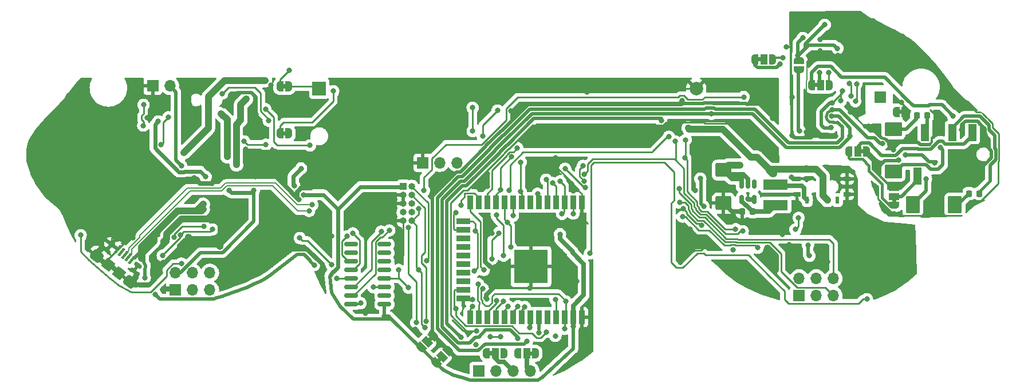
<source format=gbr>
%TF.GenerationSoftware,KiCad,Pcbnew,(6.0.5)*%
%TF.CreationDate,2023-09-14T14:32:31-07:00*%
%TF.ProjectId,Monkeys,4d6f6e6b-6579-4732-9e6b-696361645f70,3.7*%
%TF.SameCoordinates,Original*%
%TF.FileFunction,Copper,L2,Bot*%
%TF.FilePolarity,Positive*%
%FSLAX46Y46*%
G04 Gerber Fmt 4.6, Leading zero omitted, Abs format (unit mm)*
G04 Created by KiCad (PCBNEW (6.0.5)) date 2023-09-14 14:32:31*
%MOMM*%
%LPD*%
G01*
G04 APERTURE LIST*
G04 Aperture macros list*
%AMRoundRect*
0 Rectangle with rounded corners*
0 $1 Rounding radius*
0 $2 $3 $4 $5 $6 $7 $8 $9 X,Y pos of 4 corners*
0 Add a 4 corners polygon primitive as box body*
4,1,4,$2,$3,$4,$5,$6,$7,$8,$9,$2,$3,0*
0 Add four circle primitives for the rounded corners*
1,1,$1+$1,$2,$3*
1,1,$1+$1,$4,$5*
1,1,$1+$1,$6,$7*
1,1,$1+$1,$8,$9*
0 Add four rect primitives between the rounded corners*
20,1,$1+$1,$2,$3,$4,$5,0*
20,1,$1+$1,$4,$5,$6,$7,0*
20,1,$1+$1,$6,$7,$8,$9,0*
20,1,$1+$1,$8,$9,$2,$3,0*%
%AMHorizOval*
0 Thick line with rounded ends*
0 $1 width*
0 $2 $3 position (X,Y) of the first rounded end (center of the circle)*
0 $4 $5 position (X,Y) of the second rounded end (center of the circle)*
0 Add line between two ends*
20,1,$1,$2,$3,$4,$5,0*
0 Add two circle primitives to create the rounded ends*
1,1,$1,$2,$3*
1,1,$1,$4,$5*%
%AMRotRect*
0 Rectangle, with rotation*
0 The origin of the aperture is its center*
0 $1 length*
0 $2 width*
0 $3 Rotation angle, in degrees counterclockwise*
0 Add horizontal line*
21,1,$1,$2,0,0,$3*%
%AMFreePoly0*
4,1,22,0.500000,-0.750000,0.000000,-0.750000,0.000000,-0.745033,-0.079941,-0.743568,-0.215256,-0.701293,-0.333266,-0.622738,-0.424486,-0.514219,-0.481581,-0.384460,-0.499164,-0.250000,-0.500000,-0.250000,-0.500000,0.250000,-0.499164,0.250000,-0.499963,0.256109,-0.478152,0.396186,-0.417904,0.524511,-0.324060,0.630769,-0.204165,0.706417,-0.067858,0.745374,0.000000,0.744959,0.000000,0.750000,
0.500000,0.750000,0.500000,-0.750000,0.500000,-0.750000,$1*%
%AMFreePoly1*
4,1,20,0.000000,0.744959,0.073905,0.744508,0.209726,0.703889,0.328688,0.626782,0.421226,0.519385,0.479903,0.390333,0.500000,0.250000,0.500000,-0.250000,0.499851,-0.262216,0.476331,-0.402017,0.414519,-0.529596,0.319384,-0.634700,0.198574,-0.708877,0.061801,-0.746166,0.000000,-0.745033,0.000000,-0.750000,-0.500000,-0.750000,-0.500000,0.750000,0.000000,0.750000,0.000000,0.744959,
0.000000,0.744959,$1*%
%AMFreePoly2*
4,1,22,0.550000,-0.750000,0.000000,-0.750000,0.000000,-0.745033,-0.079941,-0.743568,-0.215256,-0.701293,-0.333266,-0.622738,-0.424486,-0.514219,-0.481581,-0.384460,-0.499164,-0.250000,-0.500000,-0.250000,-0.500000,0.250000,-0.499164,0.250000,-0.499963,0.256109,-0.478152,0.396186,-0.417904,0.524511,-0.324060,0.630769,-0.204165,0.706417,-0.067858,0.745374,0.000000,0.744960,0.000000,0.750000,
0.550000,0.750000,0.550000,-0.750000,0.550000,-0.750000,$1*%
%AMFreePoly3*
4,1,20,0.000000,0.744960,0.073905,0.744508,0.209726,0.703889,0.328688,0.626782,0.421226,0.519385,0.479903,0.390333,0.500000,0.250000,0.500000,-0.250000,0.499851,-0.262216,0.476331,-0.402017,0.414519,-0.529596,0.319384,-0.634700,0.198574,-0.708877,0.061801,-0.746166,0.000000,-0.745033,0.000000,-0.750000,-0.550000,-0.750000,-0.550000,0.750000,0.000000,0.750000,0.000000,0.744960,
0.000000,0.744960,$1*%
G04 Aperture macros list end*
%TA.AperFunction,SMDPad,CuDef*%
%ADD10FreePoly0,90.000000*%
%TD*%
%TA.AperFunction,SMDPad,CuDef*%
%ADD11FreePoly1,90.000000*%
%TD*%
%TA.AperFunction,ComponentPad*%
%ADD12R,1.700000X1.700000*%
%TD*%
%TA.AperFunction,ComponentPad*%
%ADD13O,1.700000X1.700000*%
%TD*%
%TA.AperFunction,ComponentPad*%
%ADD14R,1.000000X1.000000*%
%TD*%
%TA.AperFunction,ComponentPad*%
%ADD15O,1.000000X1.000000*%
%TD*%
%TA.AperFunction,SMDPad,CuDef*%
%ADD16RoundRect,0.250000X-0.925000X0.787500X-0.925000X-0.787500X0.925000X-0.787500X0.925000X0.787500X0*%
%TD*%
%TA.AperFunction,SMDPad,CuDef*%
%ADD17R,0.900000X2.000000*%
%TD*%
%TA.AperFunction,SMDPad,CuDef*%
%ADD18R,2.000000X0.900000*%
%TD*%
%TA.AperFunction,SMDPad,CuDef*%
%ADD19R,5.000000X5.000000*%
%TD*%
%TA.AperFunction,SMDPad,CuDef*%
%ADD20RoundRect,0.150000X-0.150000X0.512500X-0.150000X-0.512500X0.150000X-0.512500X0.150000X0.512500X0*%
%TD*%
%TA.AperFunction,SMDPad,CuDef*%
%ADD21FreePoly2,45.000000*%
%TD*%
%TA.AperFunction,SMDPad,CuDef*%
%ADD22RotRect,1.000000X1.500000X45.000000*%
%TD*%
%TA.AperFunction,SMDPad,CuDef*%
%ADD23FreePoly3,45.000000*%
%TD*%
%TA.AperFunction,SMDPad,CuDef*%
%ADD24FreePoly1,180.000000*%
%TD*%
%TA.AperFunction,SMDPad,CuDef*%
%ADD25FreePoly0,180.000000*%
%TD*%
%TA.AperFunction,SMDPad,CuDef*%
%ADD26RotRect,0.400000X1.350000X142.000000*%
%TD*%
%TA.AperFunction,ComponentPad*%
%ADD27HorizOval,0.650000X-0.256103X0.200090X0.256103X-0.200090X0*%
%TD*%
%TA.AperFunction,SMDPad,CuDef*%
%ADD28RoundRect,0.400000X0.147741X-0.623035X0.640270X0.007374X-0.147741X0.623035X-0.640270X-0.007374X0*%
%TD*%
%TA.AperFunction,ComponentPad*%
%ADD29HorizOval,0.775000X0.238569X0.305354X-0.238569X-0.305354X0*%
%TD*%
%TA.AperFunction,SMDPad,CuDef*%
%ADD30RotRect,1.500000X1.550000X142.000000*%
%TD*%
%TA.AperFunction,SMDPad,CuDef*%
%ADD31FreePoly2,90.000000*%
%TD*%
%TA.AperFunction,SMDPad,CuDef*%
%ADD32R,1.500000X1.000000*%
%TD*%
%TA.AperFunction,SMDPad,CuDef*%
%ADD33FreePoly3,90.000000*%
%TD*%
%TA.AperFunction,SMDPad,CuDef*%
%ADD34FreePoly2,225.000000*%
%TD*%
%TA.AperFunction,SMDPad,CuDef*%
%ADD35RotRect,1.000000X1.500000X225.000000*%
%TD*%
%TA.AperFunction,SMDPad,CuDef*%
%ADD36FreePoly3,225.000000*%
%TD*%
%TA.AperFunction,SMDPad,CuDef*%
%ADD37RoundRect,0.250000X1.025000X-0.787500X1.025000X0.787500X-1.025000X0.787500X-1.025000X-0.787500X0*%
%TD*%
%TA.AperFunction,SMDPad,CuDef*%
%ADD38RoundRect,0.150000X-0.825000X-0.150000X0.825000X-0.150000X0.825000X0.150000X-0.825000X0.150000X0*%
%TD*%
%TA.AperFunction,ComponentPad*%
%ADD39R,2.000000X2.000000*%
%TD*%
%TA.AperFunction,ComponentPad*%
%ADD40C,2.000000*%
%TD*%
%TA.AperFunction,SMDPad,CuDef*%
%ADD41RoundRect,0.225000X0.225000X0.250000X-0.225000X0.250000X-0.225000X-0.250000X0.225000X-0.250000X0*%
%TD*%
%TA.AperFunction,SMDPad,CuDef*%
%ADD42FreePoly3,0.000000*%
%TD*%
%TA.AperFunction,SMDPad,CuDef*%
%ADD43R,1.000000X1.500000*%
%TD*%
%TA.AperFunction,SMDPad,CuDef*%
%ADD44FreePoly2,0.000000*%
%TD*%
%TA.AperFunction,SMDPad,CuDef*%
%ADD45FreePoly2,180.000000*%
%TD*%
%TA.AperFunction,SMDPad,CuDef*%
%ADD46FreePoly3,180.000000*%
%TD*%
%TA.AperFunction,SMDPad,CuDef*%
%ADD47R,0.600000X1.000000*%
%TD*%
%TA.AperFunction,SMDPad,CuDef*%
%ADD48R,1.000000X0.700000*%
%TD*%
%TA.AperFunction,SMDPad,CuDef*%
%ADD49R,3.600000X1.500000*%
%TD*%
%TA.AperFunction,SMDPad,CuDef*%
%ADD50RoundRect,0.225000X-0.225000X-0.250000X0.225000X-0.250000X0.225000X0.250000X-0.225000X0.250000X0*%
%TD*%
%TA.AperFunction,SMDPad,CuDef*%
%ADD51RoundRect,0.250000X-0.787500X-1.025000X0.787500X-1.025000X0.787500X1.025000X-0.787500X1.025000X0*%
%TD*%
%TA.AperFunction,SMDPad,CuDef*%
%ADD52R,1.200000X2.500000*%
%TD*%
%TA.AperFunction,ViaPad*%
%ADD53C,0.800000*%
%TD*%
%TA.AperFunction,Conductor*%
%ADD54C,0.500000*%
%TD*%
%TA.AperFunction,Conductor*%
%ADD55C,0.250000*%
%TD*%
%TA.AperFunction,Conductor*%
%ADD56C,1.000000*%
%TD*%
%TA.AperFunction,Conductor*%
%ADD57C,0.700000*%
%TD*%
%TA.AperFunction,Conductor*%
%ADD58C,0.600000*%
%TD*%
%TA.AperFunction,Conductor*%
%ADD59C,0.400000*%
%TD*%
%TA.AperFunction,Conductor*%
%ADD60C,0.200000*%
%TD*%
%TA.AperFunction,Conductor*%
%ADD61C,0.330000*%
%TD*%
%TA.AperFunction,Conductor*%
%ADD62C,0.370000*%
%TD*%
%TA.AperFunction,Conductor*%
%ADD63C,0.240000*%
%TD*%
G04 APERTURE END LIST*
%TO.C,JP13*%
G36*
X139899289Y-104784975D02*
G01*
X139545736Y-105138528D01*
X139121472Y-104714264D01*
X139475025Y-104360711D01*
X139899289Y-104784975D01*
G37*
%TO.C,R35*%
G36*
X116880000Y-71500000D02*
G01*
X116380000Y-71500000D01*
X116380000Y-70900000D01*
X116880000Y-70900000D01*
X116880000Y-71500000D01*
G37*
%TO.C,JP10*%
G36*
X207060002Y-81430000D02*
G01*
X206460002Y-81430000D01*
X206460002Y-80930000D01*
X207060002Y-80930000D01*
X207060002Y-81430000D01*
G37*
%TO.C,JP12*%
G36*
X138568528Y-101605736D02*
G01*
X138214975Y-101959289D01*
X137790711Y-101535025D01*
X138144264Y-101181472D01*
X138568528Y-101605736D01*
G37*
%TO.C,JP5*%
G36*
X207950000Y-68300000D02*
G01*
X207450000Y-68300000D01*
X207450000Y-67700000D01*
X207950000Y-67700000D01*
X207950000Y-68300000D01*
G37*
%TO.C,JP4*%
G36*
X187110000Y-60510000D02*
G01*
X186610000Y-60510000D01*
X186610000Y-59910000D01*
X187110000Y-59910000D01*
X187110000Y-60510000D01*
G37*
%TO.C,JP15*%
G36*
X153344000Y-104070000D02*
G01*
X152844000Y-104070000D01*
X152844000Y-103470000D01*
X153344000Y-103470000D01*
X153344000Y-104070000D01*
G37*
%TO.C,JP3*%
G36*
X195480000Y-64332500D02*
G01*
X194980000Y-64332500D01*
X194980000Y-63732500D01*
X195480000Y-63732500D01*
X195480000Y-64332500D01*
G37*
%TO.C,R32*%
G36*
X116880000Y-64520000D02*
G01*
X116380000Y-64520000D01*
X116380000Y-63920000D01*
X116880000Y-63920000D01*
X116880000Y-64520000D01*
G37*
%TO.C,JP9*%
G36*
X202290000Y-74150000D02*
G01*
X201790000Y-74150000D01*
X201790000Y-73550000D01*
X202290000Y-73550000D01*
X202290000Y-74150000D01*
G37*
%TO.C,JP14*%
G36*
X147394000Y-104060000D02*
G01*
X146894000Y-104060000D01*
X146894000Y-103460000D01*
X147394000Y-103460000D01*
X147394000Y-104060000D01*
G37*
%TD*%
D10*
%TO.P,JP6,1,A*%
%TO.N,+5V*%
X192730000Y-61750000D03*
D11*
%TO.P,JP6,2,B*%
%TO.N,/VDD*%
X192730000Y-60450000D03*
%TD*%
D12*
%TO.P,J2,1,Pin_1*%
%TO.N,GND*%
X137070000Y-75540000D03*
D13*
%TO.P,J2,2,Pin_2*%
%TO.N,/ESP32_RXD0*%
X139610000Y-75540000D03*
%TO.P,J2,3,Pin_3*%
%TO.N,/ESP32_TXD0*%
X142150000Y-75540000D03*
%TD*%
D12*
%TO.P,LCD1,1,GND*%
%TO.N,/OLED1*%
X145350000Y-106400000D03*
D13*
%TO.P,LCD1,2,3.3*%
%TO.N,/OLED2*%
X147890000Y-106400000D03*
%TO.P,LCD1,3,SCL*%
%TO.N,/OLED3*%
X150430000Y-106400000D03*
%TO.P,LCD1,4,SDA*%
%TO.N,/OLED4*%
X152970000Y-106400000D03*
%TD*%
D12*
%TO.P,TP1,1,1*%
%TO.N,/ANT*%
X204740000Y-65840000D03*
%TD*%
D13*
%TO.P,SAO2,3V3,3V3*%
%TO.N,+3V3*%
X192712500Y-92672500D03*
D12*
%TO.P,SAO2,GND,GND*%
%TO.N,GND*%
X192712500Y-95212500D03*
D13*
%TO.P,SAO2,GP1,GPIO1*%
%TO.N,/IO19_SAO2GP1*%
X197792500Y-92672500D03*
%TO.P,SAO2,GP2,GPIO2*%
%TO.N,/IO17_SAO2GP2*%
X197792500Y-95212500D03*
%TO.P,SAO2,SCL,SCL*%
%TO.N,/IO22_SCLK1*%
X195252500Y-95212500D03*
%TO.P,SAO2,SDA,SDA*%
%TO.N,/IO21_SDA1*%
X195252500Y-92672500D03*
%TD*%
%TO.P,SAO1,3V3,3V3*%
%TO.N,+3V3*%
X100530800Y-91847200D03*
D12*
%TO.P,SAO1,GND,GND*%
%TO.N,GND*%
X100530800Y-94387200D03*
D13*
%TO.P,SAO1,GP1,GPIO1*%
%TO.N,/IO25_SAO1GP1*%
X105610800Y-91847200D03*
%TO.P,SAO1,GP2,GPIO2*%
%TO.N,/IO27_SAO1GP2*%
X105610800Y-94387200D03*
%TO.P,SAO1,SCL,SCL*%
%TO.N,/IO23_SCLK2*%
X103070800Y-94387200D03*
%TO.P,SAO1,SDA,SDA*%
%TO.N,/IO5_SDA2*%
X103070800Y-91847200D03*
%TD*%
D14*
%TO.P,J1,1,VCC*%
%TO.N,+3V3*%
X134210000Y-79060000D03*
D15*
%TO.P,J1,2,TMS*%
%TO.N,/T6_DOWN*%
X135480000Y-79060000D03*
%TO.P,J1,3,GND*%
%TO.N,GND*%
X134210000Y-80330000D03*
%TO.P,J1,4,TCK*%
%TO.N,/T4_MUTE*%
X135480000Y-80330000D03*
%TO.P,J1,5,GND*%
%TO.N,GND*%
X134210000Y-81600000D03*
%TO.P,J1,6,TDO*%
%TO.N,/T3_ENTER*%
X135480000Y-81600000D03*
%TO.P,J1,7,KEY*%
%TO.N,unconnected-(J1-Pad7)*%
X134210000Y-82870000D03*
%TO.P,J1,8,TDI*%
%TO.N,/IO12_MIC*%
X135480000Y-82870000D03*
%TO.P,J1,9,GND*%
%TO.N,GND*%
X134210000Y-84140000D03*
%TO.P,J1,10,nRESET*%
%TO.N,/RST*%
X135480000Y-84140000D03*
%TD*%
D16*
%TO.P,C11,1*%
%TO.N,+5V*%
X181530000Y-76610000D03*
%TO.P,C11,2*%
%TO.N,GND*%
X181530000Y-81535000D03*
%TD*%
D17*
%TO.P,U6,1,GND*%
%TO.N,GND*%
X160575000Y-98400000D03*
%TO.P,U6,2,VDD*%
%TO.N,+3V3*%
X159305000Y-98400000D03*
%TO.P,U6,3,EN*%
%TO.N,/RST*%
X158035000Y-98400000D03*
%TO.P,U6,4,SENSOR_VP*%
%TO.N,/A0*%
X156765000Y-98400000D03*
%TO.P,U6,5,SENSOR_VN*%
%TO.N,unconnected-(U6-Pad5)*%
X155495000Y-98400000D03*
%TO.P,U6,6,IO34*%
%TO.N,Net-(C1-Pad2)*%
X154225000Y-98400000D03*
%TO.P,U6,7,IO35*%
%TO.N,Net-(C28-Pad2)*%
X152955000Y-98400000D03*
%TO.P,U6,8,IO32*%
%TO.N,Net-(C36-Pad1)*%
X151685000Y-98400000D03*
%TO.P,U6,9,IO33*%
%TO.N,Net-(C37-Pad1)*%
X150415000Y-98400000D03*
%TO.P,U6,10,IO25*%
%TO.N,/IO25_SAO1GP1*%
X149145000Y-98400000D03*
%TO.P,U6,11,IO26*%
%TO.N,/PWMLOUT*%
X147875000Y-98400000D03*
%TO.P,U6,12,IO27*%
%TO.N,/IO27_SAO1GP2*%
X146605000Y-98400000D03*
%TO.P,U6,13,IO14*%
%TO.N,/T6_DOWN*%
X145335000Y-98400000D03*
%TO.P,U6,14,IO12*%
%TO.N,/IO12_MIC*%
X144065000Y-98400000D03*
D18*
%TO.P,U6,15,GND*%
%TO.N,GND*%
X143065000Y-95615000D03*
%TO.P,U6,16,IO13*%
%TO.N,/T4_MUTE*%
X143065000Y-94345000D03*
%TO.P,U6,17,SHD/SD2*%
%TO.N,unconnected-(U6-Pad17)*%
X143065000Y-93075000D03*
%TO.P,U6,18,SWP/SD3*%
%TO.N,unconnected-(U6-Pad18)*%
X143065000Y-91805000D03*
%TO.P,U6,19,SCS/CMD*%
%TO.N,unconnected-(U6-Pad19)*%
X143065000Y-90535000D03*
%TO.P,U6,20,SCK/CLK*%
%TO.N,unconnected-(U6-Pad20)*%
X143065000Y-89265000D03*
%TO.P,U6,21,SDO/SD0*%
%TO.N,unconnected-(U6-Pad21)*%
X143065000Y-87995000D03*
%TO.P,U6,22,SDI/SD1*%
%TO.N,unconnected-(U6-Pad22)*%
X143065000Y-86725000D03*
%TO.P,U6,23,IO15*%
%TO.N,/T3_ENTER*%
X143065000Y-85455000D03*
%TO.P,U6,24,IO2*%
%TO.N,/D9*%
X143065000Y-84185000D03*
D17*
%TO.P,U6,25,IO0*%
%TO.N,/GPIO0*%
X144065000Y-81400000D03*
%TO.P,U6,26,IO4*%
%TO.N,/T0_UP*%
X145335000Y-81400000D03*
%TO.P,U6,27,IO16*%
%TO.N,/IO16_SIRST*%
X146605000Y-81400000D03*
%TO.P,U6,28,IO17*%
%TO.N,/IO17_SAO2GP2*%
X147875000Y-81400000D03*
%TO.P,U6,29,IO5*%
%TO.N,/IO5_SDA2*%
X149145000Y-81400000D03*
%TO.P,U6,30,IO18*%
%TO.N,/IO18_NPDIN*%
X150415000Y-81400000D03*
%TO.P,U6,31,IO19*%
%TO.N,/IO19_SAO2GP1*%
X151685000Y-81400000D03*
%TO.P,U6,32,NC*%
%TO.N,unconnected-(U6-Pad32)*%
X152955000Y-81400000D03*
%TO.P,U6,33,IO21*%
%TO.N,/IO21_SDA1*%
X154225000Y-81400000D03*
%TO.P,U6,34,RXD0/IO3*%
%TO.N,/ESP32_RXD0*%
X155495000Y-81400000D03*
%TO.P,U6,35,TXD0/IO1*%
%TO.N,/ESP32_TXD0*%
X156765000Y-81400000D03*
%TO.P,U6,36,IO22*%
%TO.N,/IO22_SCLK1*%
X158035000Y-81400000D03*
%TO.P,U6,37,IO23*%
%TO.N,/IO23_SCLK2*%
X159305000Y-81400000D03*
%TO.P,U6,38,GND*%
%TO.N,GND*%
X160575000Y-81400000D03*
D19*
%TO.P,U6,39,GND*%
X153075000Y-90900000D03*
%TD*%
D20*
%TO.P,U7,1,CE*%
%TO.N,+5V*%
X184210000Y-78740000D03*
%TO.P,U7,2,VOUT*%
X185160000Y-78740000D03*
%TO.P,U7,3,NC*%
%TO.N,unconnected-(U7-Pad3)*%
X186110000Y-78740000D03*
%TO.P,U7,4,GND*%
%TO.N,GND*%
X186110000Y-81015000D03*
%TO.P,U7,5,LX*%
%TO.N,Net-(C10-Pad2)*%
X184210000Y-81015000D03*
%TD*%
D21*
%TO.P,JP13,1,A*%
%TO.N,+3V3*%
X139050761Y-105209239D03*
D22*
%TO.P,JP13,2,C*%
%TO.N,/OLED2*%
X139970000Y-104290000D03*
D23*
%TO.P,JP13,3,B*%
%TO.N,GND*%
X140889239Y-103370761D03*
%TD*%
D24*
%TO.P,R35,2,B*%
%TO.N,Net-(C41-Pad1)*%
X115980000Y-71200000D03*
D25*
%TO.P,R35,1,A*%
%TO.N,/A0*%
X117280000Y-71200000D03*
%TD*%
D26*
%TO.P,J5,1,+5VDC-RED*%
%TO.N,/VDDUSB*%
X94054441Y-89959514D03*
%TO.P,J5,2,D-White*%
%TO.N,/UD-*%
X93542234Y-89559334D03*
%TO.P,J5,3,D+Green*%
%TO.N,/UD+*%
X93030027Y-89159154D03*
%TO.P,J5,4,ID_DrkBlue*%
%TO.N,unconnected-(J5-Pad4)*%
X92517820Y-88758974D03*
%TO.P,J5,5,GND-Black*%
%TO.N,GND*%
X92005613Y-88358794D03*
D27*
%TO.P,J5,S1,SHIELD*%
X95000054Y-90698308D03*
%TO.P,J5,S2,SHIELD*%
X91060000Y-87620000D03*
D28*
%TO.P,J5,S3,SHIELD*%
X93820424Y-93203029D03*
D29*
X94125779Y-93441598D03*
D30*
%TO.P,J5,S4,SHIELD*%
X92155752Y-91902444D03*
%TO.P,J5,S5,SHIELD*%
X90579730Y-90671122D03*
D28*
%TO.P,J5,S6,SHIELD*%
X88915058Y-89370537D03*
D29*
X88609703Y-89131968D03*
%TD*%
D31*
%TO.P,JP10,1,A*%
%TO.N,/EARMIC*%
X206760002Y-81830000D03*
D32*
%TO.P,JP10,2,C*%
%TO.N,Net-(J4-PadS)*%
X206760002Y-80530000D03*
D33*
%TO.P,JP10,3,B*%
%TO.N,GNDA*%
X206760002Y-79230000D03*
%TD*%
D34*
%TO.P,JP12,1,A*%
%TO.N,GND*%
X138639239Y-101110761D03*
D35*
%TO.P,JP12,2,C*%
%TO.N,/OLED1*%
X137720000Y-102030000D03*
D36*
%TO.P,JP12,3,B*%
%TO.N,+3V3*%
X136800761Y-102949239D03*
%TD*%
D37*
%TO.P,C13,1*%
%TO.N,Net-(C13-Pad1)*%
X206680000Y-76805000D03*
%TO.P,C13,2*%
%TO.N,/LAUD*%
X206680000Y-70580000D03*
%TD*%
D38*
%TO.P,U3,1,GND*%
%TO.N,Net-(Q2-Pad3)*%
X126460000Y-96510000D03*
%TO.P,U3,2,TXD*%
%TO.N,Net-(R8-Pad1)*%
X126460000Y-95240000D03*
%TO.P,U3,3,RXD*%
%TO.N,Net-(R9-Pad1)*%
X126460000Y-93970000D03*
%TO.P,U3,4,V3*%
%TO.N,Net-(C38-Pad1)*%
X126460000Y-92700000D03*
%TO.P,U3,5,UD+*%
%TO.N,/UD+_*%
X126460000Y-91430000D03*
%TO.P,U3,6,UD-*%
%TO.N,/UD-_*%
X126460000Y-90160000D03*
%TO.P,U3,7,NC*%
%TO.N,unconnected-(U3-Pad7)*%
X126460000Y-88890000D03*
%TO.P,U3,8,NC*%
%TO.N,unconnected-(U3-Pad8)*%
X126460000Y-87620000D03*
%TO.P,U3,9,~{CTS}*%
%TO.N,unconnected-(U3-Pad9)*%
X131410000Y-87620000D03*
%TO.P,U3,10,~{DSR}*%
%TO.N,unconnected-(U3-Pad10)*%
X131410000Y-88890000D03*
%TO.P,U3,11,~{RI}*%
%TO.N,unconnected-(U3-Pad11)*%
X131410000Y-90160000D03*
%TO.P,U3,12,~{DCD}*%
%TO.N,unconnected-(U3-Pad12)*%
X131410000Y-91430000D03*
%TO.P,U3,13,~{DTR}*%
%TO.N,Net-(Q3-Pad2)*%
X131410000Y-92700000D03*
%TO.P,U3,14,~{RTS}*%
%TO.N,Net-(Q5-Pad3)*%
X131410000Y-93970000D03*
%TO.P,U3,15,R232*%
%TO.N,unconnected-(U3-Pad15)*%
X131410000Y-95240000D03*
%TO.P,U3,16,VCC*%
%TO.N,+3V3*%
X131410000Y-96510000D03*
%TD*%
D39*
%TO.P,BT1,1,+*%
%TO.N,/BATT*%
X121780000Y-64540000D03*
D40*
%TO.P,BT1,2,-*%
%TO.N,GND*%
X177500000Y-64540000D03*
%TD*%
D25*
%TO.P,JP5,1,A*%
%TO.N,GNDA*%
X208350000Y-68000000D03*
D24*
%TO.P,JP5,2,B*%
%TO.N,Net-(C15-Pad2)*%
X207050000Y-68000000D03*
%TD*%
D41*
%TO.P,FB4,1*%
%TO.N,Net-(FB4-Pad1)*%
X211670000Y-68530000D03*
%TO.P,FB4,2*%
%TO.N,/LAUD*%
X210120000Y-68530000D03*
%TD*%
D42*
%TO.P,JP4,3,B*%
%TO.N,/AMPEDMIC*%
X188810000Y-60210000D03*
D43*
%TO.P,JP4,2,C*%
%TO.N,/ESP32MICin*%
X187510000Y-60210000D03*
D44*
%TO.P,JP4,1,A*%
%TO.N,/EARMIC*%
X186210000Y-60210000D03*
%TD*%
D45*
%TO.P,JP15,1,A*%
%TO.N,/IO5_SDA2*%
X153744000Y-103770000D03*
D43*
%TO.P,JP15,2,C*%
%TO.N,/OLED4*%
X152444000Y-103770000D03*
D46*
%TO.P,JP15,3,B*%
%TO.N,/IO23_SCLK2*%
X151144000Y-103770000D03*
%TD*%
D47*
%TO.P,SW7,1,ON*%
%TO.N,Net-(L4-Pad1)*%
X193920000Y-81070000D03*
%TO.P,SW7,2,2*%
%TO.N,+VDC*%
X196920000Y-81070000D03*
%TO.P,SW7,3,Off*%
%TO.N,unconnected-(SW7-Pad3)*%
X198370000Y-81070000D03*
D48*
%TO.P,SW7,4*%
%TO.N,GND*%
X199820000Y-80220000D03*
X192420000Y-80220000D03*
X192420000Y-77920000D03*
X199820000Y-77920000D03*
%TD*%
D49*
%TO.P,L4,1,1*%
%TO.N,Net-(L4-Pad1)*%
X189260000Y-78750000D03*
%TO.P,L4,2,2*%
%TO.N,Net-(C10-Pad2)*%
X189260000Y-81800000D03*
%TD*%
D44*
%TO.P,JP3,1,A*%
%TO.N,Net-(C8-Pad2)*%
X194580000Y-64032500D03*
D43*
%TO.P,JP3,2,C*%
%TO.N,/LOUT*%
X195880000Y-64032500D03*
D42*
%TO.P,JP3,3,B*%
%TO.N,/PWMLOUT*%
X197180000Y-64032500D03*
%TD*%
D50*
%TO.P,FB3,1*%
%TO.N,/RAUD*%
X217835000Y-80100000D03*
%TO.P,FB3,2*%
%TO.N,Net-(FB3-Pad2)*%
X219385000Y-80100000D03*
%TD*%
D24*
%TO.P,R32,2,B*%
%TO.N,Net-(R32-Pad2)*%
X115980000Y-64220000D03*
D25*
%TO.P,R32,1,A*%
%TO.N,/BATT*%
X117280000Y-64220000D03*
%TD*%
D12*
%TO.P,J3,1,Pin_1*%
%TO.N,GND*%
X97160000Y-64150000D03*
D13*
%TO.P,J3,2,Pin_2*%
%TO.N,/THERM*%
X99700000Y-64150000D03*
%TD*%
D50*
%TO.P,C10,1*%
%TO.N,GND*%
X184290000Y-82800000D03*
%TO.P,C10,2*%
%TO.N,Net-(C10-Pad2)*%
X185840000Y-82800000D03*
%TD*%
D45*
%TO.P,JP9,1,A*%
%TO.N,GNDA*%
X202690000Y-73850000D03*
D43*
%TO.P,JP9,2,C*%
%TO.N,/R2*%
X201390000Y-73850000D03*
D46*
%TO.P,JP9,3,B*%
%TO.N,/EARMIC*%
X200090000Y-73850000D03*
%TD*%
D51*
%TO.P,C16,1*%
%TO.N,Net-(C16-Pad1)*%
X209525000Y-81750000D03*
%TO.P,C16,2*%
%TO.N,/RAUD*%
X215750000Y-81750000D03*
%TD*%
D52*
%TO.P,J4,R1*%
%TO.N,Net-(FB3-Pad2)*%
X215355000Y-71050000D03*
%TO.P,J4,R2*%
%TO.N,/R2*%
X218355000Y-71050000D03*
%TO.P,J4,S*%
%TO.N,Net-(J4-PadS)*%
X210255000Y-77550000D03*
%TO.P,J4,T*%
%TO.N,Net-(FB4-Pad1)*%
X211355000Y-71050000D03*
%TD*%
D44*
%TO.P,JP14,1,A*%
%TO.N,/IO23_SCLK2*%
X146494000Y-103760000D03*
D43*
%TO.P,JP14,2,C*%
%TO.N,/OLED3*%
X147794000Y-103760000D03*
D42*
%TO.P,JP14,3,B*%
%TO.N,/IO5_SDA2*%
X149094000Y-103760000D03*
%TD*%
D53*
%TO.N,/R2*%
X218410000Y-71380000D03*
%TO.N,Net-(J4-PadS)*%
X210260000Y-76910000D03*
%TO.N,Net-(FB4-Pad1)*%
X211355000Y-71050000D03*
%TO.N,+3V3*%
X159320000Y-99800000D03*
X198860000Y-66353012D03*
X197569434Y-66662487D03*
X119092704Y-76376798D03*
X108420000Y-79640000D03*
X131424000Y-98270000D03*
X178600000Y-82018673D03*
X197445903Y-70283549D03*
X97982292Y-69413218D03*
X118097440Y-78952342D03*
X199088172Y-64904011D03*
X119453573Y-80283876D03*
X178115500Y-77890000D03*
X105000000Y-77610000D03*
X157370000Y-86122448D03*
X112129013Y-79627481D03*
%TO.N,GND*%
X98320000Y-91800000D03*
X188700000Y-65780000D03*
X189120000Y-94650000D03*
X104220000Y-74590000D03*
X192210000Y-82350000D03*
X146613167Y-77161431D03*
X199950000Y-82180000D03*
X112230000Y-89490000D03*
X158890000Y-105280000D03*
X175592455Y-82309764D03*
X96940000Y-75790000D03*
X92846574Y-69840585D03*
X154120000Y-84990000D03*
X102950000Y-83870000D03*
X188720000Y-67090000D03*
X104330000Y-87290000D03*
X155140000Y-96200000D03*
X128970000Y-95160000D03*
X108450500Y-82945246D03*
X115952536Y-67837464D03*
X143010000Y-69940000D03*
X196900000Y-90200000D03*
X115919205Y-87528790D03*
X123590000Y-86390000D03*
X209570000Y-91830000D03*
X137940000Y-71630000D03*
X153250000Y-90330000D03*
X135930165Y-100180351D03*
X119580000Y-74660000D03*
X84710000Y-65560000D03*
X168860000Y-72090000D03*
X132940000Y-66180000D03*
X147280643Y-85940643D03*
X94244804Y-86620280D03*
X134530000Y-63850000D03*
X175390000Y-66340000D03*
X200533500Y-89870376D03*
X110260000Y-88210000D03*
X144448922Y-95806483D03*
X200620000Y-76950000D03*
X145050000Y-100450000D03*
X180620000Y-72990000D03*
X191620000Y-77650000D03*
X102590000Y-66900000D03*
X133300000Y-90170000D03*
X128920000Y-80500000D03*
X112368291Y-77569500D03*
X188220000Y-72750000D03*
X152110000Y-72310000D03*
X112469605Y-68334500D03*
X122261299Y-91157734D03*
X190350000Y-84190000D03*
X209430000Y-85300000D03*
X156720000Y-74820000D03*
X107120000Y-87900000D03*
X179071554Y-87636153D03*
X131510000Y-73720000D03*
X155230000Y-102760000D03*
X134470000Y-95180000D03*
X160820000Y-100400000D03*
X101750000Y-69310000D03*
X124120000Y-71590000D03*
X96310000Y-68850000D03*
X146459220Y-83335510D03*
X84960000Y-67040000D03*
X99210000Y-86850000D03*
X159850000Y-93090000D03*
X103930000Y-63360000D03*
X188030000Y-88170000D03*
X111040053Y-86912538D03*
X128625688Y-97804312D03*
X180390000Y-78640000D03*
X172560000Y-64480000D03*
X180480000Y-74754500D03*
X178297650Y-84819360D03*
X189227600Y-91426200D03*
X146546537Y-95690956D03*
X117010000Y-84150000D03*
X116910000Y-76070000D03*
X107868989Y-77569500D03*
X157440000Y-88680000D03*
X115343867Y-73900047D03*
X159312173Y-79678435D03*
X177390500Y-79660000D03*
X98710510Y-90295871D03*
X90191513Y-67744867D03*
X118763001Y-81006452D03*
X147730000Y-64190000D03*
X102419049Y-86564500D03*
X144937712Y-102503424D03*
X184420000Y-91600000D03*
X107660000Y-67070000D03*
X190270000Y-86150000D03*
X188820000Y-68930000D03*
X161340000Y-65110000D03*
X191285698Y-87704500D03*
X176584333Y-85408146D03*
X146600000Y-79060000D03*
X102225266Y-65108547D03*
X138520000Y-78200000D03*
X129500000Y-84020000D03*
X114670000Y-64050000D03*
X122190000Y-77700000D03*
X150134500Y-67862388D03*
X133570000Y-97680000D03*
X112734501Y-75754442D03*
X175156000Y-90334000D03*
X194380000Y-84260000D03*
X185200000Y-80860000D03*
X182920000Y-88425500D03*
X181950000Y-83760000D03*
X83790000Y-81770000D03*
X98720000Y-94200000D03*
X105920000Y-78600000D03*
X200140000Y-85370000D03*
X198720000Y-77920000D03*
X115801963Y-82028700D03*
X196399500Y-85204771D03*
X127160000Y-65880000D03*
X152880000Y-94150000D03*
X110915484Y-73540500D03*
X103281288Y-77746529D03*
%TO.N,/ROUT*%
X205023163Y-72713214D03*
X197575560Y-67661971D03*
X152520000Y-101970989D03*
%TO.N,/LOUT*%
X195780000Y-62200000D03*
X179757732Y-68302247D03*
X200260500Y-71555739D03*
X151120000Y-101524500D03*
X197544674Y-68660997D03*
%TO.N,+VDC*%
X193754571Y-76439500D03*
X194250000Y-89320000D03*
X176330000Y-70400000D03*
X185610000Y-74730000D03*
X109540000Y-75830000D03*
X188999000Y-77202200D03*
X111020000Y-66090000D03*
X194040000Y-87730000D03*
%TO.N,/BATT*%
X113790000Y-63370000D03*
X101750000Y-74060000D03*
%TO.N,/VDDUSB*%
X97543781Y-94998768D03*
X121030000Y-90680000D03*
X104620000Y-81700000D03*
X95986032Y-92599500D03*
%TO.N,Net-(C8-Pad2)*%
X215481851Y-68586774D03*
%TO.N,/OUT*%
X98650000Y-89298033D03*
X101273397Y-86216863D03*
X107245000Y-68255000D03*
X105995103Y-85407571D03*
X108160000Y-74620000D03*
%TO.N,Net-(C1-Pad2)*%
X154220000Y-100700000D03*
%TO.N,/T0_UP*%
X113840000Y-67600000D03*
X142750000Y-81790000D03*
X120400000Y-72979500D03*
%TO.N,/T6_DOWN*%
X101400000Y-90470000D03*
X145276462Y-93495189D03*
X137630000Y-90030000D03*
X86510000Y-86270000D03*
X123616826Y-90649025D03*
X118898621Y-86678684D03*
%TO.N,/ESP32_RXD0*%
X155320000Y-78060000D03*
%TO.N,/PWMLOUT*%
X148000000Y-83280000D03*
X149030000Y-89290000D03*
X149010000Y-96060000D03*
X173460000Y-71680000D03*
X149870000Y-79670000D03*
X197090000Y-62230000D03*
%TO.N,/ESP32_TXD0*%
X156282421Y-78540591D03*
%TO.N,/IO16_SIRST*%
X151060000Y-73360000D03*
%TO.N,/IO22_SCLK1*%
X183330000Y-85380000D03*
X157670000Y-83110000D03*
X175945303Y-72144500D03*
X201036520Y-66428268D03*
X201212956Y-63842119D03*
X175850000Y-74842522D03*
X157389996Y-78279997D03*
%TO.N,/IO21_SDA1*%
X160960000Y-77240000D03*
X200394128Y-65659809D03*
X200180000Y-63761298D03*
X174390000Y-72380000D03*
X154060490Y-80136496D03*
X184390000Y-85670000D03*
%TO.N,/IO18_NPDIN*%
X150422485Y-83389980D03*
X98403341Y-72877939D03*
X99470000Y-68790000D03*
X113867011Y-72850000D03*
X110690000Y-72390000D03*
%TO.N,/IO25_SAO1GP1*%
X149714060Y-96840538D03*
%TO.N,/IO19_SAO2GP1*%
X144460000Y-70840000D03*
X151570000Y-75450000D03*
X151572198Y-79828929D03*
X144450000Y-67380000D03*
X174994500Y-79400000D03*
%TO.N,/IO17_SAO2GP2*%
X148140000Y-67810000D03*
X145947700Y-71592300D03*
X175070000Y-81440000D03*
X150233439Y-74651961D03*
X148593002Y-79575408D03*
%TO.N,/T4_MUTE*%
X202750000Y-95750000D03*
X161800000Y-88950000D03*
X155370000Y-100600000D03*
X141980000Y-97130000D03*
X137604058Y-98977057D03*
%TO.N,/T3_ENTER*%
X141944500Y-82898000D03*
%TO.N,/THERM*%
X101389500Y-75980000D03*
%TO.N,Net-(D10-Pad1)*%
X104755225Y-84995500D03*
X100289500Y-86544400D03*
%TO.N,Net-(C36-Pad1)*%
X152158365Y-96888074D03*
%TO.N,Net-(C37-Pad1)*%
X151163061Y-96796563D03*
%TO.N,/A0*%
X158130000Y-76430000D03*
X156705500Y-95790000D03*
X117220000Y-71230000D03*
X161118269Y-79226421D03*
%TO.N,Net-(Q2-Pad3)*%
X127892834Y-96334462D03*
%TO.N,/D9*%
X144665886Y-91607416D03*
X144825046Y-85644651D03*
%TO.N,/GPIO0*%
X146115090Y-91415813D03*
%TO.N,/RST*%
X145954000Y-94230000D03*
X156700000Y-101180000D03*
X137260000Y-79650000D03*
X136485910Y-91394500D03*
X184530000Y-65790000D03*
X158035000Y-100128968D03*
X137379166Y-99950931D03*
X158200000Y-96080000D03*
X136440183Y-82334319D03*
%TO.N,/UD+*%
X120730000Y-81780000D03*
%TO.N,/UD-*%
X120279547Y-82672243D03*
%TO.N,Net-(R8-Pad1)*%
X132140000Y-85558436D03*
%TO.N,Net-(R9-Pad1)*%
X130946919Y-85726919D03*
%TO.N,Net-(Q3-Pad2)*%
X133496911Y-91394500D03*
X134980000Y-94050000D03*
%TO.N,Net-(Q5-Pad3)*%
X129780000Y-93960000D03*
%TO.N,GNDA*%
X198472019Y-59610000D03*
X194710000Y-68530000D03*
X198118582Y-71629408D03*
X207840000Y-62780000D03*
X213070000Y-70320000D03*
X219577536Y-77810500D03*
X208649001Y-67949709D03*
X194590000Y-60070000D03*
X216720000Y-70620000D03*
X195812969Y-57240500D03*
X195840000Y-71590000D03*
X191672519Y-65857612D03*
X217770000Y-81800000D03*
X207463027Y-75165604D03*
X195852019Y-58950000D03*
X206630000Y-73610000D03*
X207820000Y-57610000D03*
X203780000Y-70600000D03*
X201220000Y-61700000D03*
X203680000Y-58550000D03*
X191639207Y-71479207D03*
X190852019Y-58340000D03*
X206760000Y-83070000D03*
X202160000Y-68020000D03*
X203876777Y-78944066D03*
X199432019Y-54880000D03*
X213690000Y-65700000D03*
X220179500Y-71425486D03*
X191780000Y-53730000D03*
X195679234Y-65854022D03*
X214220000Y-77790000D03*
X202690000Y-73850000D03*
X204533132Y-76091965D03*
X212600000Y-83050000D03*
X193830000Y-70970000D03*
X207871383Y-66568924D03*
X200286336Y-68054961D03*
%TO.N,/OLED1*%
X137850000Y-102100000D03*
%TO.N,/OLED2*%
X139998250Y-104275750D03*
%TO.N,Net-(C38-Pad1)*%
X124347688Y-92686312D03*
%TO.N,/VREF*%
X208445688Y-74395688D03*
X212760000Y-75570000D03*
%TO.N,/UD+_*%
X126748280Y-85982878D03*
%TO.N,/UD-_*%
X125859819Y-86440747D03*
%TO.N,/IO5_SDA2*%
X153744000Y-103770000D03*
X149605302Y-84389627D03*
X150080000Y-88050000D03*
X149094000Y-103760000D03*
%TO.N,/IO23_SCLK2*%
X151144000Y-103770000D03*
X146494000Y-103760000D03*
X147050000Y-101290000D03*
X159340000Y-83070000D03*
X147290000Y-89790000D03*
X148584000Y-101280000D03*
X148305500Y-85940385D03*
%TO.N,/IO27_SAO1GP2*%
X147997584Y-96011194D03*
%TO.N,Net-(C41-Pad1)*%
X123850000Y-64930000D03*
%TO.N,Net-(R32-Pad2)*%
X117360000Y-61850999D03*
%TO.N,Net-(D2-Pad2)*%
X107430000Y-65300000D03*
X114305500Y-69310000D03*
%TO.N,Net-(D2-Pad3)*%
X95760000Y-70030000D03*
X95810000Y-66960000D03*
%TO.N,Net-(D4-Pad2)*%
X160755989Y-75992544D03*
X160960180Y-78239502D03*
%TO.N,Net-(D5-Pad2)*%
X192650000Y-83700000D03*
X175512970Y-83519026D03*
X192180000Y-85410000D03*
X186582111Y-88138482D03*
%TO.N,+5V*%
X192810000Y-70840000D03*
X183940000Y-75880000D03*
%TO.N,Net-(C15-Pad2)*%
X207050000Y-68000000D03*
%TO.N,Net-(C13-Pad1)*%
X213640605Y-73310605D03*
%TO.N,Net-(C16-Pad1)*%
X211480000Y-77910000D03*
%TO.N,Net-(C28-Pad2)*%
X152930377Y-99968340D03*
%TO.N,/IO12_MIC*%
X134934500Y-85108926D03*
X144394476Y-96849229D03*
X136140998Y-99202710D03*
%TO.N,/VDD*%
X196502019Y-55100000D03*
X198402519Y-58610000D03*
X193272019Y-57060000D03*
X192522372Y-59651967D03*
%TO.N,/ESP32MICin*%
X172340000Y-69270000D03*
X142700000Y-101380000D03*
X187510000Y-60330000D03*
%TO.N,/AMPEDMIC*%
X190363281Y-60016311D03*
%TO.N,/EARMIC*%
X189898146Y-60900989D03*
X200090000Y-73510000D03*
%TD*%
D54*
%TO.N,/R2*%
X217040489Y-72749511D02*
X218410000Y-71380000D01*
X214305489Y-72749511D02*
X217040489Y-72749511D01*
X213931467Y-72375489D02*
X214305489Y-72749511D01*
X212190324Y-73559510D02*
X213374345Y-72375489D01*
X210360252Y-73559510D02*
X212190324Y-73559510D01*
X208001867Y-73439510D02*
X210240252Y-73439510D01*
X206971876Y-74469501D02*
X208001867Y-73439510D01*
X201964282Y-72640000D02*
X203072812Y-72640000D01*
X203072812Y-72640000D02*
X204902313Y-74469501D01*
X210240252Y-73439510D02*
X210360252Y-73559510D01*
X201390000Y-73214282D02*
X201964282Y-72640000D01*
X201390000Y-73850000D02*
X201390000Y-73214282D01*
X213374345Y-72375489D02*
X213931467Y-72375489D01*
X204902313Y-74469501D02*
X206971876Y-74469501D01*
%TO.N,Net-(J4-PadS)*%
X210255000Y-76915000D02*
X210260000Y-76910000D01*
X210255000Y-77550000D02*
X210255000Y-76915000D01*
D55*
%TO.N,GNDA*%
X218360000Y-81210000D02*
X217770000Y-81800000D01*
X219527138Y-81210000D02*
X218360000Y-81210000D01*
X222129957Y-75416686D02*
X222129957Y-78607181D01*
X222282543Y-75264101D02*
X222129957Y-75416686D01*
X221307522Y-70347522D02*
X222228542Y-71268542D01*
X221307522Y-69737522D02*
X221307522Y-70347522D01*
D54*
%TO.N,Net-(FB3-Pad2)*%
X221781032Y-75056368D02*
X220954521Y-75882879D01*
X221781032Y-73543632D02*
X221781032Y-75056368D01*
X219445156Y-68650978D02*
X220806011Y-70011833D01*
X217104022Y-68650978D02*
X219445156Y-68650978D01*
X220806011Y-70658493D02*
X221654031Y-71506513D01*
X215355000Y-70400000D02*
X217104022Y-68650978D01*
X215355000Y-71050000D02*
X215355000Y-70400000D01*
X220954521Y-75882879D02*
X220954521Y-78205259D01*
%TO.N,GNDA*%
X220825978Y-73474598D02*
X220825978Y-72071964D01*
X221154521Y-73803141D02*
X220825978Y-73474598D01*
X219577536Y-76373844D02*
X221154521Y-74796859D01*
D55*
X220650000Y-69080000D02*
X221307522Y-69737522D01*
D54*
X220179500Y-70511239D02*
X220179500Y-71425486D01*
X219404511Y-69736250D02*
X220179500Y-70511239D01*
D55*
X222282543Y-73335900D02*
X222282543Y-75264101D01*
D54*
X219404511Y-69606015D02*
X219404511Y-69736250D01*
X216720000Y-69935978D02*
X217305490Y-69350489D01*
D55*
X222129957Y-78607181D02*
X219527138Y-81210000D01*
D54*
X216720000Y-70620000D02*
X216720000Y-69935978D01*
X219577536Y-77810500D02*
X219577536Y-76373844D01*
%TO.N,Net-(FB3-Pad2)*%
X220806011Y-70011833D02*
X220806011Y-70658493D01*
%TO.N,GNDA*%
X217305490Y-69350489D02*
X219148985Y-69350489D01*
D55*
X222228542Y-71268542D02*
X222228542Y-73281898D01*
X222228542Y-73281898D02*
X222282543Y-73335900D01*
D54*
X221154521Y-74796859D02*
X221154521Y-73803141D01*
%TO.N,Net-(FB3-Pad2)*%
X221654031Y-71506513D02*
X221654031Y-73416631D01*
%TO.N,GNDA*%
X219148985Y-69350489D02*
X219404511Y-69606015D01*
X220825978Y-72071964D02*
X220179500Y-71425486D01*
%TO.N,Net-(FB3-Pad2)*%
X221654031Y-73416631D02*
X221781032Y-73543632D01*
D55*
%TO.N,Net-(R32-Pad2)*%
X115980000Y-63230999D02*
X115980000Y-64220000D01*
X117360000Y-61850999D02*
X115980000Y-63230999D01*
%TO.N,/BATT*%
X117290000Y-64230000D02*
X121470000Y-64230000D01*
X117280000Y-64220000D02*
X117290000Y-64230000D01*
D56*
X107763319Y-63370000D02*
X113790000Y-63370000D01*
X105366479Y-66743160D02*
X105366479Y-65766840D01*
X105370479Y-66747160D02*
X105366479Y-66743160D01*
X105370479Y-70439521D02*
X105370479Y-66747160D01*
X101750000Y-74060000D02*
X105370479Y-70439521D01*
X105366479Y-65766840D02*
X107763319Y-63370000D01*
D55*
%TO.N,Net-(C41-Pad1)*%
X115980000Y-70080000D02*
X115980000Y-71200000D01*
X116510000Y-69550000D02*
X115980000Y-70080000D01*
X120750000Y-69550000D02*
X116510000Y-69550000D01*
X123850000Y-64930000D02*
X123850000Y-66450000D01*
X123850000Y-66450000D02*
X120750000Y-69550000D01*
%TO.N,/T0_UP*%
X115589500Y-72979500D02*
X120400000Y-72979500D01*
X115030000Y-72420000D02*
X115589500Y-72979500D01*
X115030000Y-68790000D02*
X115030000Y-72420000D01*
X113840000Y-67600000D02*
X115030000Y-68790000D01*
%TO.N,Net-(D2-Pad2)*%
X114305500Y-69090100D02*
X114305500Y-69310000D01*
X113115499Y-65205499D02*
X113115499Y-67900099D01*
X108380000Y-64350000D02*
X112260000Y-64350000D01*
X113115499Y-67900099D02*
X114305500Y-69090100D01*
X107430000Y-65300000D02*
X108380000Y-64350000D01*
X112260000Y-64350000D02*
X113115499Y-65205499D01*
D57*
%TO.N,GND*%
X111374984Y-74000000D02*
X115243914Y-74000000D01*
X110915484Y-73540500D02*
X111374984Y-74000000D01*
X115243914Y-74000000D02*
X115343867Y-73900047D01*
D54*
%TO.N,+3V3*%
X144074489Y-107719511D02*
X142850000Y-107340000D01*
X178240000Y-78014500D02*
X178115500Y-77890000D01*
X132435000Y-98645000D02*
X132060000Y-98270000D01*
X196020000Y-67930000D02*
X197287513Y-66662487D01*
X197210000Y-70340000D02*
X197190000Y-70360000D01*
X197287513Y-66662487D02*
X197569434Y-66662487D01*
X154080489Y-107719511D02*
X144074489Y-107719511D01*
D57*
X159217049Y-88896818D02*
X159217049Y-88667049D01*
D54*
X101224177Y-91847200D02*
X104221866Y-88849511D01*
D58*
X122403876Y-80283876D02*
X119453573Y-80283876D01*
D55*
X199085160Y-64904011D02*
X199088172Y-64904011D01*
D58*
X101752587Y-76879501D02*
X101007413Y-76879501D01*
D57*
X157370000Y-86820000D02*
X157370000Y-86122448D01*
D54*
X132420499Y-98659501D02*
X132435000Y-98645000D01*
D57*
X160880000Y-95125000D02*
X160880000Y-90559769D01*
D58*
X97503840Y-73375928D02*
X97503840Y-69891670D01*
D54*
X141570000Y-106950000D02*
X140081522Y-106240000D01*
X178240000Y-81658673D02*
X178240000Y-78014500D01*
X197190000Y-70360000D02*
X196410000Y-70360000D01*
X178600000Y-82018673D02*
X178240000Y-81658673D01*
X123360000Y-92370000D02*
X123580000Y-94760000D01*
X100530800Y-91847200D02*
X101224177Y-91847200D01*
D55*
X199088172Y-65143749D02*
X199088172Y-64904011D01*
D54*
X196020000Y-69970000D02*
X196020000Y-67930000D01*
X123580000Y-94760000D02*
X124903575Y-96776425D01*
D58*
X124535970Y-82415970D02*
X122403876Y-80283876D01*
X123774000Y-91630000D02*
X123907938Y-91630000D01*
X105000000Y-77610000D02*
X104190000Y-76800000D01*
D54*
X142732894Y-107292894D02*
X141570000Y-106950000D01*
D57*
X159305000Y-99785000D02*
X159320000Y-99800000D01*
D58*
X108750000Y-79970000D02*
X111786494Y-79970000D01*
D57*
X159305000Y-98400000D02*
X159305000Y-99785000D01*
D54*
X136739239Y-102949239D02*
X132435000Y-98645000D01*
X112129013Y-84233799D02*
X112129013Y-79627481D01*
X136800761Y-102949239D02*
X136739239Y-102949239D01*
D58*
X127861940Y-79090000D02*
X134230000Y-79090000D01*
D54*
X131424000Y-98270000D02*
X131424000Y-96524000D01*
X139050761Y-105199239D02*
X136800761Y-102949239D01*
D58*
X123907938Y-91630000D02*
X124535969Y-91001969D01*
D55*
X197389452Y-70340000D02*
X197445903Y-70283549D01*
D54*
X142850000Y-107340000D02*
X142732894Y-107292894D01*
D58*
X108420000Y-79640000D02*
X108750000Y-79970000D01*
D54*
X131220256Y-98473744D02*
X131424000Y-98270000D01*
X154730000Y-107340000D02*
X154080489Y-107719511D01*
D58*
X124535970Y-82415970D02*
X127861940Y-79090000D01*
X123360000Y-92370000D02*
X123774000Y-91630000D01*
D57*
X159305000Y-96700000D02*
X160880000Y-95125000D01*
D58*
X117931967Y-77537535D02*
X117931967Y-78786869D01*
D54*
X107513301Y-88849511D02*
X112129013Y-84233799D01*
D55*
X197430000Y-70330000D02*
X197445903Y-70314097D01*
D58*
X117931967Y-78786869D02*
X118097440Y-78952342D01*
D55*
X198860000Y-65132183D02*
X198860000Y-66353012D01*
D54*
X139050761Y-105209239D02*
X139050761Y-105199239D01*
X196410000Y-70360000D02*
X196020000Y-69970000D01*
X140081522Y-106240000D02*
X139050761Y-105209239D01*
X124903575Y-96776425D02*
X126786652Y-98659501D01*
D58*
X97503840Y-69891670D02*
X97982292Y-69413218D01*
X104190000Y-76800000D02*
X101832088Y-76800000D01*
D57*
X160880000Y-90559769D02*
X159217049Y-88896818D01*
D54*
X159320000Y-99800000D02*
X159320000Y-103090000D01*
D58*
X119092704Y-76376798D02*
X117931967Y-77537535D01*
D55*
X197445903Y-70314097D02*
X197445903Y-70283549D01*
D54*
X159320000Y-103090000D02*
X154730000Y-107340000D01*
D57*
X159217049Y-88667049D02*
X157370000Y-86820000D01*
D58*
X101007413Y-76879501D02*
X97503840Y-73375928D01*
D55*
X197210000Y-70340000D02*
X197389452Y-70340000D01*
D58*
X124535969Y-91001969D02*
X124535970Y-82415970D01*
D54*
X132060000Y-98270000D02*
X131424000Y-98270000D01*
D55*
X199088172Y-64904011D02*
X198860000Y-65132183D01*
D54*
X126786652Y-98659501D02*
X132420499Y-98659501D01*
D58*
X111786494Y-79970000D02*
X112129013Y-79627481D01*
X101832088Y-76800000D02*
X101752587Y-76879501D01*
D55*
X197569434Y-66662487D02*
X199088172Y-65143749D01*
D57*
X159305000Y-98400000D02*
X159305000Y-96700000D01*
D54*
X104221866Y-88849511D02*
X107513301Y-88849511D01*
D55*
%TO.N,GND*%
X177780000Y-64540000D02*
X172620000Y-64540000D01*
D57*
X96706615Y-93610000D02*
X94294181Y-93610000D01*
X147450000Y-94077902D02*
X147450000Y-91302798D01*
X104134759Y-78600000D02*
X103281288Y-77746529D01*
X120569614Y-79320386D02*
X119076288Y-79320386D01*
X120002798Y-88310000D02*
X116700415Y-88310000D01*
D55*
X188190000Y-72750000D02*
X188220000Y-72750000D01*
D57*
X146543532Y-95668222D02*
X146543531Y-95687950D01*
D55*
X178020833Y-84542543D02*
X178297650Y-84819360D01*
D57*
X97461763Y-92761086D02*
X97441888Y-92780961D01*
D55*
X177555127Y-84542543D02*
X178020833Y-84542543D01*
D54*
X180004846Y-66752457D02*
X184941081Y-66752458D01*
D55*
X143104296Y-79625978D02*
X143682059Y-79625978D01*
D57*
X146613167Y-79046833D02*
X146613167Y-77161431D01*
D56*
X103144549Y-87290000D02*
X102419049Y-86564500D01*
X107525746Y-83870000D02*
X108450500Y-82945246D01*
D57*
X105920000Y-78600000D02*
X106950500Y-77569500D01*
D55*
X172640099Y-69994501D02*
X173059110Y-69575490D01*
D54*
X109600000Y-65130000D02*
X107660000Y-67070000D01*
D57*
X105920000Y-78600000D02*
X104134759Y-78600000D01*
X184290000Y-82800000D02*
X182795000Y-82800000D01*
X112368291Y-77569500D02*
X112734501Y-77203290D01*
X115371800Y-77569500D02*
X117704143Y-79901843D01*
X122190000Y-77700000D02*
X120569614Y-79320386D01*
X146428511Y-95499391D02*
X146408511Y-95519391D01*
D55*
X177166835Y-88493165D02*
X178214542Y-88493165D01*
D57*
X146543531Y-95687950D02*
X146546537Y-95690956D01*
D54*
X146386387Y-73058455D02*
X146386385Y-73058457D01*
D57*
X119060276Y-79334375D02*
X118504072Y-79890579D01*
X146408511Y-95533201D02*
X146543532Y-95668222D01*
D54*
X146386385Y-73141397D02*
X142640832Y-76886949D01*
D57*
X119067041Y-79329633D02*
X119065535Y-79329633D01*
D54*
X112469605Y-65839605D02*
X111760000Y-65130000D01*
D55*
X147522098Y-94150000D02*
X147450000Y-94077902D01*
D57*
X118504072Y-80677173D02*
X118564345Y-80737446D01*
D55*
X145050000Y-100450000D02*
X143540000Y-100450000D01*
X144257439Y-95615000D02*
X144448922Y-95806483D01*
X185195481Y-69725481D02*
X188220000Y-72750000D01*
X154120000Y-84990000D02*
X154120000Y-85360000D01*
X173059110Y-69575490D02*
X178623387Y-69575490D01*
X187300000Y-73640000D02*
X188190000Y-72750000D01*
X176077459Y-82852761D02*
X176077459Y-83064875D01*
D54*
X138479501Y-80470514D02*
X138479501Y-100951023D01*
D57*
X192420000Y-77920000D02*
X191890000Y-77920000D01*
X97441889Y-92874726D02*
X96706615Y-93610000D01*
D54*
X146386391Y-73058447D02*
X146386387Y-73058451D01*
X148639929Y-70804903D02*
X146386391Y-73058441D01*
D56*
X102950000Y-83870000D02*
X107525746Y-83870000D01*
D54*
X184941081Y-66752458D02*
X185088623Y-66900000D01*
D57*
X94294181Y-93610000D02*
X94125779Y-93441598D01*
D54*
X142063066Y-76886949D02*
X138479501Y-80470514D01*
D55*
X101120000Y-88100000D02*
X101120000Y-87949697D01*
X176077459Y-83064875D02*
X177555127Y-84542543D01*
D54*
X180480000Y-74754500D02*
X180480000Y-73130000D01*
D55*
X141220000Y-98130000D02*
X141220000Y-81510274D01*
D57*
X101120000Y-88100000D02*
X101120000Y-87863549D01*
D54*
X175350000Y-66900000D02*
X152624706Y-66900000D01*
D55*
X159312173Y-78636773D02*
X156720000Y-76044600D01*
X141220000Y-81510274D02*
X143104296Y-79625978D01*
D57*
X146340499Y-83454231D02*
X146459220Y-83335510D01*
D54*
X146386387Y-73058451D02*
X146386387Y-73058455D01*
D57*
X90924430Y-90671122D02*
X92155752Y-91902444D01*
D55*
X158790000Y-94150000D02*
X159850000Y-93090000D01*
D57*
X116700415Y-88310000D02*
X115919205Y-87528790D01*
X117704143Y-79947594D02*
X118763001Y-81006452D01*
X185355000Y-81015000D02*
X185200000Y-80860000D01*
D54*
X175350000Y-66900000D02*
X175350000Y-66380000D01*
D57*
X155510000Y-102480000D02*
X155230000Y-102760000D01*
D55*
X154120000Y-85360000D02*
X157440000Y-88680000D01*
X160103435Y-79678435D02*
X159312173Y-79678435D01*
D57*
X98994959Y-90295871D02*
X98710510Y-90295871D01*
D54*
X175497542Y-66752458D02*
X178621046Y-66752458D01*
D55*
X92005613Y-88314387D02*
X93699720Y-86620280D01*
D54*
X152624706Y-66900000D02*
X148719803Y-70804903D01*
D57*
X119065535Y-79329633D02*
X119060793Y-79334375D01*
X90148857Y-90671122D02*
X88609703Y-89131968D01*
X101120000Y-88100000D02*
X101120000Y-88170830D01*
D54*
X138674761Y-101110761D02*
X138639239Y-101110761D01*
D57*
X117704143Y-79901843D02*
X117704143Y-79947594D01*
D55*
X152880000Y-94150000D02*
X158790000Y-94150000D01*
D54*
X111760000Y-65130000D02*
X109600000Y-65130000D01*
D57*
X112734501Y-77203290D02*
X112734501Y-75754442D01*
D55*
X160575000Y-83715000D02*
X161440151Y-84580151D01*
D56*
X106510000Y-87290000D02*
X107120000Y-87900000D01*
D55*
X156720000Y-76044600D02*
X156720000Y-74820000D01*
D57*
X122261299Y-90568501D02*
X120002798Y-88310000D01*
D54*
X140889239Y-103325239D02*
X138674761Y-101110761D01*
X138479501Y-100951023D02*
X138639239Y-101110761D01*
D55*
X93699720Y-86620280D02*
X94244804Y-86620280D01*
X140889239Y-103370761D02*
X140889239Y-103325239D01*
D57*
X147450000Y-91302798D02*
X146340499Y-90193297D01*
X118504072Y-79890579D02*
X118504072Y-80677173D01*
D56*
X99190000Y-86830000D02*
X99210000Y-86850000D01*
D57*
X182795000Y-82800000D02*
X181530000Y-81535000D01*
D55*
X152880000Y-94150000D02*
X147522098Y-94150000D01*
D54*
X179954571Y-66702181D02*
X180004846Y-66752457D01*
D57*
X97441888Y-92780961D02*
X97441889Y-92874726D01*
D55*
X178623387Y-69575490D02*
X178773378Y-69725481D01*
D57*
X106950500Y-77569500D02*
X107868989Y-77569500D01*
X186110000Y-81015000D02*
X185355000Y-81015000D01*
D54*
X175350000Y-66900000D02*
X175497542Y-66752458D01*
D55*
X149059427Y-74165669D02*
X149747146Y-73477950D01*
X160575000Y-80150000D02*
X160103435Y-79678435D01*
D57*
X107120000Y-87900000D02*
X107120000Y-84100000D01*
D56*
X104330000Y-87290000D02*
X106510000Y-87290000D01*
D57*
X98320000Y-91800000D02*
X97461762Y-92658238D01*
D55*
X128920000Y-80500000D02*
X130050000Y-81630000D01*
D57*
X191890000Y-77920000D02*
X191620000Y-77650000D01*
D56*
X99190000Y-86080000D02*
X99190000Y-86830000D01*
D55*
X143065000Y-95615000D02*
X144257439Y-95615000D01*
X159312173Y-79678435D02*
X159312173Y-78636773D01*
D57*
X117010000Y-84150000D02*
X121350000Y-84150000D01*
D55*
X175592455Y-82309764D02*
X175592455Y-82367757D01*
X143682059Y-79625978D02*
X149059427Y-74248610D01*
X134210000Y-89260000D02*
X134210000Y-84140000D01*
D54*
X102590000Y-66900000D02*
X102590000Y-65473281D01*
D57*
X97461762Y-92658238D02*
X97461763Y-92761086D01*
X147450000Y-94077902D02*
X146428511Y-95099391D01*
D55*
X175200000Y-90460000D02*
X177166835Y-88493165D01*
D57*
X101120000Y-87863549D02*
X102419049Y-86564500D01*
D55*
X178214542Y-88493165D02*
X179071554Y-87636153D01*
X91060000Y-87620000D02*
X91060000Y-86660000D01*
X143540000Y-100450000D02*
X141220000Y-98130000D01*
X178773378Y-69725481D02*
X185195481Y-69725481D01*
D57*
X122261299Y-91157734D02*
X122261299Y-90568501D01*
X146600000Y-79060000D02*
X146613167Y-79046833D01*
X146408511Y-95519391D02*
X146408511Y-95533201D01*
D55*
X172620000Y-64540000D02*
X172560000Y-64480000D01*
D57*
X121350000Y-84150000D02*
X123590000Y-86390000D01*
D55*
X160575000Y-81400000D02*
X160575000Y-83715000D01*
D57*
X101120000Y-88170830D02*
X98994959Y-90295871D01*
D55*
X153313536Y-69994501D02*
X172640099Y-69994501D01*
D56*
X189227600Y-89367600D02*
X188030000Y-88170000D01*
D54*
X148719803Y-70804903D02*
X148639929Y-70804903D01*
D55*
X185088623Y-66900000D02*
X188530000Y-66900000D01*
X130050000Y-81630000D02*
X134230000Y-81630000D01*
D57*
X98720000Y-94200000D02*
X100343600Y-94200000D01*
D56*
X101400000Y-83870000D02*
X99190000Y-86080000D01*
D55*
X92005613Y-88358794D02*
X90579730Y-89784677D01*
X90579730Y-89784677D02*
X90579730Y-90671122D01*
X175592455Y-82367757D02*
X176077459Y-82852761D01*
D54*
X112469605Y-68334500D02*
X112469605Y-65839605D01*
D57*
X118564345Y-80737446D02*
X118564345Y-80807796D01*
D54*
X102590000Y-65473281D02*
X102225266Y-65108547D01*
D55*
X160575000Y-81400000D02*
X160575000Y-80150000D01*
D57*
X119060793Y-79334375D02*
X119060276Y-79334375D01*
D54*
X146386385Y-73058457D02*
X146386385Y-73141397D01*
X178671325Y-66702180D02*
X179954571Y-66702181D01*
D57*
X156700000Y-102480000D02*
X155510000Y-102480000D01*
X119076288Y-79320386D02*
X119067041Y-79329633D01*
X118564345Y-80807796D02*
X118763001Y-81006452D01*
X146340499Y-90193297D02*
X146340499Y-83454231D01*
D54*
X146386391Y-73058441D02*
X146386391Y-73058447D01*
D56*
X189227600Y-91426200D02*
X189227600Y-89367600D01*
D57*
X146428511Y-95099391D02*
X146428511Y-95499391D01*
D54*
X175350000Y-66380000D02*
X175390000Y-66340000D01*
X180480000Y-73130000D02*
X180620000Y-72990000D01*
D55*
X149830087Y-73477950D02*
X153313536Y-69994501D01*
D57*
X107868989Y-77569500D02*
X112368291Y-77569500D01*
D56*
X102950000Y-83870000D02*
X101400000Y-83870000D01*
D57*
X112368291Y-77569500D02*
X115371800Y-77569500D01*
D55*
X149747146Y-73477950D02*
X149830087Y-73477950D01*
X188530000Y-66900000D02*
X188720000Y-67090000D01*
D54*
X142640832Y-76886949D02*
X142063066Y-76886949D01*
D55*
X149059427Y-74248610D02*
X149059427Y-74165669D01*
X92414275Y-91902444D02*
X93337768Y-92825937D01*
D54*
X178621046Y-66752458D02*
X178671325Y-66702180D01*
D56*
X104330000Y-87290000D02*
X103144549Y-87290000D01*
D55*
X133300000Y-90170000D02*
X134210000Y-89260000D01*
D54*
%TO.N,/ROUT*%
X179715100Y-67451968D02*
X180153345Y-67451968D01*
D59*
X196900000Y-68050000D02*
X197575560Y-67661971D01*
D54*
X152912142Y-67601959D02*
X178760803Y-67601959D01*
D59*
X197204048Y-69484048D02*
X196880000Y-69160000D01*
D54*
X147085896Y-73431144D02*
X147085896Y-73348203D01*
X152045999Y-102374001D02*
X146268512Y-102374001D01*
X204742472Y-72713214D02*
X205023163Y-72713214D01*
X142352810Y-77586464D02*
X142930575Y-77586464D01*
X147085898Y-73348201D02*
X147085898Y-73348197D01*
X152120490Y-102299510D02*
X152045999Y-102374001D01*
X147085896Y-73348203D02*
X147085898Y-73348201D01*
D55*
X152120490Y-102299510D02*
X152449011Y-101970989D01*
D54*
X178961071Y-67401691D02*
X179664823Y-67401691D01*
X146268512Y-102374001D02*
X145289588Y-103352925D01*
X147249806Y-73184293D02*
X148929683Y-71504417D01*
D59*
X197777068Y-69484048D02*
X197204048Y-69484048D01*
D54*
X203679748Y-71820490D02*
X203849748Y-71820490D01*
X142930575Y-77586464D02*
X147085896Y-73431144D01*
D59*
X196690000Y-68670000D02*
X196900000Y-68050000D01*
D54*
X186210582Y-67601959D02*
X191189112Y-72580489D01*
X202840490Y-71810490D02*
X203669748Y-71810490D01*
X203849748Y-71820490D02*
X204742472Y-72713214D01*
X191189112Y-72580489D02*
X198368876Y-72580489D01*
D55*
X152449011Y-101970989D02*
X152520000Y-101970989D01*
D54*
X142462184Y-103352925D02*
X139246469Y-100137210D01*
X199120000Y-70240000D02*
X198400000Y-69520000D01*
X139246469Y-80692805D02*
X142352810Y-77586464D01*
D59*
X198400000Y-69520000D02*
X197813020Y-69520000D01*
D54*
X178760803Y-67601959D02*
X178961071Y-67401691D01*
X148929683Y-71504417D02*
X149009683Y-71504418D01*
X180303335Y-67601958D02*
X186210582Y-67601959D01*
X203669748Y-71810490D02*
X203679748Y-71820490D01*
X139246469Y-100137210D02*
X139246469Y-80692805D01*
D59*
X197813020Y-69520000D02*
X197777068Y-69484048D01*
D54*
X149009683Y-71504418D02*
X152912142Y-67601959D01*
X198368876Y-72580489D02*
X199120000Y-71829365D01*
X145289588Y-103352925D02*
X142462184Y-103352925D01*
X199120000Y-71829365D02*
X199120000Y-70240000D01*
X179664823Y-67401691D02*
X179715100Y-67451968D01*
X197575560Y-67661971D02*
X198691971Y-67661971D01*
D59*
X196880000Y-69160000D02*
X196690000Y-68670000D01*
D54*
X198691971Y-67661971D02*
X202840490Y-71810490D01*
X147085898Y-73348197D02*
X147249806Y-73184293D01*
X180153345Y-67451968D02*
X180303335Y-67601958D01*
%TO.N,/LOUT*%
X197544674Y-68660997D02*
X198530254Y-68660997D01*
X143991876Y-102229501D02*
X142338124Y-102229501D01*
X142642558Y-78285977D02*
X143220319Y-78285978D01*
X143220319Y-78285978D02*
X147785405Y-73720893D01*
X142338124Y-102229501D02*
X139945979Y-99837356D01*
X139945979Y-99837356D02*
X139945979Y-80982555D01*
X149302369Y-72203928D02*
X153204828Y-68301469D01*
X139945979Y-80982555D02*
X142642558Y-78285977D01*
X195780000Y-63932500D02*
X195880000Y-64032500D01*
X179978531Y-68301469D02*
X179758510Y-68301469D01*
X147785405Y-73720893D02*
X147785406Y-73637951D01*
D55*
X151119998Y-101400000D02*
X151119998Y-101524498D01*
D54*
X198730000Y-73280000D02*
X200260500Y-71749500D01*
X195780000Y-62200000D02*
X195780000Y-63932500D01*
X185820835Y-68301469D02*
X190799366Y-73280000D01*
D55*
X197551531Y-68660997D02*
X197544674Y-68660997D01*
D54*
X149219429Y-72203928D02*
X149302369Y-72203928D01*
X147785406Y-73637951D02*
X149219429Y-72203928D01*
X150019020Y-100299022D02*
X146402355Y-100299022D01*
X145341876Y-101359501D02*
X144861876Y-101359501D01*
X153204828Y-68301469D02*
X179978531Y-68301469D01*
X200260500Y-70391243D02*
X200260500Y-71555739D01*
X179978531Y-68301469D02*
X185820835Y-68301469D01*
X144861876Y-101359501D02*
X143991876Y-102229501D01*
X146402355Y-100299022D02*
X145341876Y-101359501D01*
X198530254Y-68660997D02*
X200260500Y-70391243D01*
X179758510Y-68301469D02*
X179757732Y-68302247D01*
D55*
X151119998Y-101524498D02*
X151120000Y-101524500D01*
D54*
X151119998Y-101400000D02*
X150019020Y-100299022D01*
X190799366Y-73280000D02*
X198730000Y-73280000D01*
X200260500Y-71749500D02*
X200260500Y-71555739D01*
D56*
%TO.N,+VDC*%
X186476000Y-74730000D02*
X185610000Y-74730000D01*
X188284330Y-76538330D02*
X186476000Y-74730000D01*
X188814259Y-77202200D02*
X188999000Y-77202200D01*
D54*
X194040000Y-87730000D02*
X194040000Y-89110000D01*
D56*
X181429991Y-70549991D02*
X176479991Y-70549991D01*
X110160000Y-69235907D02*
X110160000Y-66950000D01*
X110160000Y-66950000D02*
X111020000Y-66090000D01*
X192898330Y-76538330D02*
X193655741Y-76538330D01*
X109511011Y-69884896D02*
X110160000Y-69235907D01*
X195268330Y-76538330D02*
X196250000Y-77520000D01*
X109517011Y-69984402D02*
X109517011Y-75807011D01*
D54*
X194040000Y-89110000D02*
X194250000Y-89320000D01*
D56*
X188284330Y-76672270D02*
X188284330Y-76538330D01*
X188284330Y-76538330D02*
X192898330Y-76538330D01*
X192898330Y-76538330D02*
X195268330Y-76538330D01*
X188284330Y-76672270D02*
X188814259Y-77202200D01*
X109517011Y-75807011D02*
X109540000Y-75830000D01*
X185610000Y-74730000D02*
X181429991Y-70549991D01*
X196250000Y-77520000D02*
X196250000Y-80400000D01*
X196250000Y-80400000D02*
X196920000Y-81070000D01*
X176479991Y-70549991D02*
X176330000Y-70400000D01*
X193655741Y-76538330D02*
X193754571Y-76439500D01*
D58*
%TO.N,/VDDUSB*%
X95844837Y-88949744D02*
X97310000Y-87484581D01*
D54*
X111090000Y-94020000D02*
X109170000Y-94710000D01*
D58*
X94520000Y-89500000D02*
X97523096Y-86496904D01*
D54*
X107250000Y-95410000D02*
X106590000Y-95580000D01*
D56*
X104620000Y-81700000D02*
X103649510Y-82670490D01*
D54*
X98235013Y-95690000D02*
X97543781Y-94998768D01*
X113100000Y-93080000D02*
X112280000Y-93440000D01*
D56*
X100873147Y-82670489D02*
X104349511Y-82670489D01*
D54*
X113730000Y-92750000D02*
X113100000Y-93080000D01*
D56*
X104349511Y-82670489D02*
X104620000Y-82400000D01*
D58*
X97923096Y-86203096D02*
X97523096Y-86203096D01*
D54*
X96120000Y-90700000D02*
X95986032Y-91533968D01*
D58*
X97523096Y-86496904D02*
X97523096Y-86203096D01*
D54*
X106145787Y-95690000D02*
X98235013Y-95690000D01*
X112280000Y-93440000D02*
X111090000Y-94020000D01*
D56*
X98670490Y-84883146D02*
X98670490Y-84873146D01*
D54*
X121010000Y-90680000D02*
X120350000Y-90020000D01*
X95820000Y-90300000D02*
X96120000Y-90700000D01*
D56*
X97320000Y-87160000D02*
X97320000Y-86233636D01*
D54*
X121030000Y-90680000D02*
X121010000Y-90680000D01*
X95986032Y-91533968D02*
X95986032Y-92599500D01*
X119540000Y-89130000D02*
X118490000Y-89150000D01*
X106590000Y-95580000D02*
X106145787Y-95690000D01*
D56*
X98670490Y-84883146D02*
X95530000Y-88023636D01*
D54*
X120350000Y-90020000D02*
X120350000Y-89940000D01*
D56*
X98670490Y-84873146D02*
X100873147Y-82670489D01*
X95530000Y-88023636D02*
X95530000Y-89670000D01*
D54*
X118490000Y-89150000D02*
X114470000Y-92240000D01*
D56*
X97320000Y-86233636D02*
X98670490Y-84883146D01*
D54*
X114470000Y-92240000D02*
X113730000Y-92750000D01*
X95844837Y-88949744D02*
X95820000Y-88974581D01*
D56*
X100873146Y-82670490D02*
X98670490Y-84873146D01*
D58*
X97310000Y-87484581D02*
X97310000Y-87250000D01*
X97310000Y-87250000D02*
X97100000Y-87040000D01*
D54*
X95820000Y-88974581D02*
X95820000Y-90300000D01*
D56*
X103649510Y-82670490D02*
X100873146Y-82670490D01*
D54*
X120350000Y-89940000D02*
X119540000Y-89130000D01*
X109170000Y-94710000D02*
X107250000Y-95410000D01*
%TO.N,/RAUD*%
X216185000Y-81750000D02*
X217835000Y-80100000D01*
D55*
X216668248Y-80831752D02*
X215750000Y-81750000D01*
D54*
X215750000Y-81750000D02*
X216185000Y-81750000D01*
%TO.N,Net-(C8-Pad2)*%
X194580000Y-62180000D02*
X195480000Y-61280000D01*
X199000000Y-62880000D02*
X205383836Y-62880000D01*
X208720884Y-66217048D02*
X208720884Y-66217695D01*
X211880290Y-67099321D02*
X212019611Y-66960000D01*
X195480000Y-61280000D02*
X197400000Y-61280000D01*
X212019611Y-66960000D02*
X213855077Y-66960000D01*
X194580000Y-64032500D02*
X194580000Y-62180000D01*
X205383836Y-62880000D02*
X208720884Y-66217048D01*
X208720884Y-66217695D02*
X209602510Y-67099321D01*
X213855077Y-66960000D02*
X215481851Y-68586774D01*
X197400000Y-61280000D02*
X199000000Y-62880000D01*
X209602510Y-67099321D02*
X211880290Y-67099321D01*
%TO.N,/LAUD*%
X208521377Y-70580000D02*
X206680000Y-70580000D01*
X210120000Y-68530000D02*
X210120000Y-68981377D01*
D55*
X208250000Y-70580000D02*
X206680000Y-70580000D01*
D54*
X210120000Y-68981377D02*
X208521377Y-70580000D01*
D55*
%TO.N,/OUT*%
X101750270Y-85739990D02*
X101273397Y-86216863D01*
X98650000Y-89298033D02*
X98650000Y-89208500D01*
X105662684Y-85739990D02*
X101750270Y-85739990D01*
X105995103Y-85407571D02*
X105662684Y-85739990D01*
D56*
X108160000Y-74620000D02*
X108160000Y-69170000D01*
X108160000Y-69170000D02*
X107245000Y-68255000D01*
D55*
X98650000Y-89208500D02*
X101273397Y-86585103D01*
X101273397Y-86585103D02*
X101273397Y-86216863D01*
%TO.N,Net-(C1-Pad2)*%
X154220000Y-100700000D02*
X154220000Y-100200000D01*
X154220000Y-100200000D02*
X154225000Y-100195000D01*
D54*
X154225000Y-98400000D02*
X154225000Y-100195000D01*
D55*
%TO.N,/T0_UP*%
X142750000Y-81105704D02*
X142750000Y-81790000D01*
X143290489Y-80075489D02*
X143209510Y-80156468D01*
X143209510Y-80156468D02*
X143209510Y-80646194D01*
X143209510Y-80646194D02*
X142750000Y-81105704D01*
X145335000Y-81400000D02*
X145335000Y-80685000D01*
X144725489Y-80075489D02*
X143290489Y-80075489D01*
X145335000Y-80685000D02*
X144725489Y-80075489D01*
%TO.N,/T6_DOWN*%
X135500000Y-79090000D02*
X137879510Y-81469510D01*
X100196410Y-90470000D02*
X99223217Y-91443193D01*
X145216547Y-94577147D02*
X145199499Y-94560099D01*
X145335000Y-96590704D02*
X145419510Y-96506194D01*
X99223217Y-91443193D02*
X99223217Y-92294733D01*
X86510000Y-86270000D02*
X86510000Y-88690000D01*
X93690000Y-94510000D02*
X93564352Y-94430000D01*
X91920000Y-93500000D02*
X92130000Y-93710000D01*
X99223217Y-92294733D02*
X96844919Y-94673031D01*
X145199499Y-93959901D02*
X145335000Y-93824400D01*
X145199499Y-94560099D02*
X145199499Y-93959901D01*
X145335000Y-98400000D02*
X145335000Y-96590704D01*
X94033031Y-94673031D02*
X93670000Y-94500000D01*
X86510000Y-88690000D02*
X87750000Y-89930000D01*
X92130000Y-93710000D02*
X93690000Y-94510000D01*
X137879510Y-81469510D02*
X137879510Y-89780490D01*
X96844919Y-94673031D02*
X94033031Y-94673031D01*
X101400000Y-90470000D02*
X100196410Y-90470000D01*
X145419510Y-96506194D02*
X145419510Y-96133806D01*
X123616826Y-90649025D02*
X120032312Y-87064511D01*
X145216547Y-95930843D02*
X145216547Y-94577147D01*
X137879510Y-89780490D02*
X137630000Y-90030000D01*
X120032312Y-87064511D02*
X119284448Y-87064511D01*
X145335000Y-93824400D02*
X145335000Y-93553727D01*
X145419510Y-96133806D02*
X145216547Y-95930843D01*
X90860000Y-92710000D02*
X91920000Y-93500000D01*
X87750000Y-89930000D02*
X90860000Y-92710000D01*
X119284448Y-87064511D02*
X118898621Y-86678684D01*
X145335000Y-93553727D02*
X145276462Y-93495189D01*
%TO.N,/ESP32_RXD0*%
X155495000Y-81400000D02*
X155495000Y-78235000D01*
X155495000Y-78235000D02*
X155320000Y-78060000D01*
%TO.N,/PWMLOUT*%
X150030000Y-75880000D02*
X151910000Y-74000000D01*
X173460000Y-71530000D02*
X173460000Y-71680000D01*
X150030000Y-79510000D02*
X150030000Y-75880000D01*
X197180000Y-64032500D02*
X197180000Y-63433478D01*
X148500000Y-84300000D02*
X148000000Y-83800000D01*
X149030000Y-89290000D02*
X149030000Y-84830000D01*
X147875000Y-98400000D02*
X147875000Y-97195000D01*
X149030000Y-84830000D02*
X148500000Y-84300000D01*
X147875000Y-97195000D02*
X149010000Y-96060000D01*
X171020000Y-74000000D02*
X171020000Y-73910000D01*
X171020000Y-73910000D02*
X173430000Y-71500000D01*
X197090000Y-62230000D02*
X197090000Y-63942500D01*
X151910000Y-74000000D02*
X171020000Y-74000000D01*
X149870000Y-79670000D02*
X150030000Y-79510000D01*
X197090000Y-63942500D02*
X197180000Y-64032500D01*
X148000000Y-83800000D02*
X148000000Y-83280000D01*
X173430000Y-71500000D02*
X173460000Y-71530000D01*
%TO.N,/ESP32_TXD0*%
X156765000Y-81400000D02*
X156765000Y-79023170D01*
X156765000Y-79023170D02*
X156282421Y-78540591D01*
%TO.N,/IO16_SIRST*%
X150492540Y-73927460D02*
X151060000Y-73360000D01*
X146605000Y-81400000D02*
X146605000Y-80150000D01*
X147337667Y-76672557D02*
X149508938Y-74501286D01*
X149508938Y-74501286D02*
X149508938Y-74351862D01*
X146605000Y-80150000D02*
X147337667Y-79417333D01*
X147337667Y-79417333D02*
X147337667Y-76672557D01*
X149508938Y-74351862D02*
X149933340Y-73927460D01*
X149933340Y-73927460D02*
X150492540Y-73927460D01*
%TO.N,/IO22_SCLK1*%
X183330000Y-85380000D02*
X181790000Y-85380000D01*
X181790000Y-85380000D02*
X179153173Y-82743173D01*
X157990000Y-82790000D02*
X157990000Y-81445000D01*
X201212956Y-66251832D02*
X201036520Y-66428268D01*
X157670000Y-83110000D02*
X157990000Y-82790000D01*
X175900000Y-72189803D02*
X175900000Y-74792522D01*
X175900000Y-74792522D02*
X175850000Y-74842522D01*
X158035000Y-81400000D02*
X158035000Y-78925001D01*
X177875503Y-82320103D02*
X177875504Y-82107988D01*
X175945303Y-72144500D02*
X175900000Y-72189803D01*
X201212956Y-63842119D02*
X201212956Y-66251832D01*
X176168512Y-75161034D02*
X175850000Y-74842522D01*
X178298573Y-82743173D02*
X177875503Y-82320103D01*
X179153173Y-82743173D02*
X178298573Y-82743173D01*
X177665489Y-81337971D02*
X176168512Y-79840994D01*
X158035000Y-78925001D02*
X157389996Y-78279997D01*
X177665489Y-81897973D02*
X177665489Y-81337971D01*
X177875504Y-82107988D02*
X177665489Y-81897973D01*
X176168512Y-79840994D02*
X176168512Y-75161034D01*
%TO.N,/IO21_SDA1*%
X161480489Y-76719511D02*
X160960000Y-77240000D01*
X178112380Y-83192684D02*
X178966979Y-83192683D01*
X174450000Y-75150000D02*
X174300490Y-75000490D01*
X154225000Y-80301006D02*
X154060490Y-80136496D01*
X174300490Y-75000490D02*
X162203806Y-75000490D01*
X162203806Y-75000490D02*
X161480489Y-75723807D01*
X175719002Y-80027188D02*
X177215978Y-81524164D01*
X178966979Y-83192683D02*
X181603807Y-85829511D01*
X183630099Y-86104501D02*
X184064600Y-85670000D01*
X200394128Y-65659809D02*
X200394128Y-63975426D01*
X181603807Y-85829511D02*
X181613806Y-85829510D01*
X200394128Y-63975426D02*
X200180000Y-63761298D01*
X181613806Y-85829510D02*
X181888797Y-86104501D01*
X177425991Y-82506295D02*
X178112380Y-83192684D01*
X161480489Y-75723807D02*
X161480489Y-76719511D01*
X177215979Y-82084167D02*
X177425992Y-82294179D01*
X174450000Y-75150000D02*
X174450000Y-72440000D01*
X177425992Y-82294179D02*
X177425991Y-82506295D01*
X184064600Y-85670000D02*
X184390000Y-85670000D01*
X174450000Y-75150000D02*
X175719001Y-76419001D01*
X175719001Y-76419001D02*
X175719002Y-80027188D01*
X154225000Y-81400000D02*
X154225000Y-80301006D01*
X181888797Y-86104501D02*
X183630099Y-86104501D01*
X174450000Y-72440000D02*
X174390000Y-72380000D01*
X177215978Y-81524164D02*
X177215979Y-82084167D01*
%TO.N,/IO18_NPDIN*%
X111150000Y-72850000D02*
X110690000Y-72390000D01*
X150415000Y-81400000D02*
X150415000Y-83382495D01*
X99470000Y-68790000D02*
X98706793Y-69553207D01*
X150415000Y-83382495D02*
X150422485Y-83389980D01*
X98706793Y-72574487D02*
X98403341Y-72877939D01*
X113867011Y-72850000D02*
X111150000Y-72850000D01*
X98706793Y-69553207D02*
X98706793Y-72574487D01*
%TO.N,/IO25_SAO1GP1*%
X149145000Y-97409598D02*
X149714060Y-96840538D01*
X149145000Y-98400000D02*
X149145000Y-97409598D01*
%TO.N,/IO19_SAO2GP1*%
X176766467Y-81710357D02*
X174994500Y-79938390D01*
X177926186Y-83642194D02*
X176976479Y-82692487D01*
X183592485Y-86801977D02*
X181940569Y-86801977D01*
X144450000Y-67380000D02*
X144450000Y-70830000D01*
X176976480Y-82480373D02*
X176766468Y-82270360D01*
X176976479Y-82692487D02*
X176976480Y-82480373D01*
X151685000Y-81400000D02*
X151685000Y-79941731D01*
X178780786Y-83642194D02*
X177926186Y-83642194D01*
X174994500Y-79938390D02*
X174994500Y-79400000D01*
X197210000Y-86890000D02*
X183680508Y-86890000D01*
X197792500Y-92672500D02*
X197792500Y-87472500D01*
X197792500Y-87472500D02*
X197210000Y-86890000D01*
X151572198Y-75452198D02*
X151570000Y-75450000D01*
X176766468Y-82270360D02*
X176766467Y-81710357D01*
X183680508Y-86890000D02*
X183592485Y-86801977D01*
X151572198Y-79828929D02*
X151572198Y-75452198D01*
X181940569Y-86801977D02*
X178780786Y-83642194D01*
X151685000Y-79941731D02*
X151572198Y-79828929D01*
X144450000Y-70830000D02*
X144460000Y-70840000D01*
%TO.N,/IO17_SAO2GP2*%
X183494314Y-87339510D02*
X183406292Y-87251488D01*
X145947700Y-70002300D02*
X145947700Y-71592300D01*
X181754376Y-87251488D02*
X178594593Y-84091705D01*
X176316957Y-82456553D02*
X176316957Y-81896551D01*
X190052111Y-90066077D02*
X190052110Y-89026076D01*
X178594593Y-84091705D02*
X177739992Y-84091704D01*
X148593002Y-76292398D02*
X150233439Y-74651961D01*
X190052110Y-89026076D02*
X188365545Y-87339511D01*
X147875000Y-81400000D02*
X147875000Y-80293412D01*
X175860406Y-81440000D02*
X175070000Y-81440000D01*
X176316957Y-81896551D02*
X175860406Y-81440000D01*
X190052111Y-90066077D02*
X190052111Y-91673121D01*
X176526969Y-82666566D02*
X176316957Y-82456553D01*
X192416423Y-94037433D02*
X192416423Y-94037989D01*
X190052111Y-91673121D02*
X192416423Y-94037433D01*
X188365545Y-87339511D02*
X183494314Y-87339510D01*
X148593002Y-79575408D02*
X148593002Y-76292398D01*
X196617989Y-94037989D02*
X192416423Y-94037989D01*
X197792500Y-95212500D02*
X196617989Y-94037989D01*
X177739992Y-84091704D02*
X176526968Y-82878680D01*
X176526968Y-82878680D02*
X176526969Y-82666566D01*
X148140000Y-67810000D02*
X145947700Y-70002300D01*
X183406292Y-87251488D02*
X181754376Y-87251488D01*
X147875000Y-80293412D02*
X148593002Y-79575408D01*
%TO.N,/T4_MUTE*%
X162390000Y-75450000D02*
X161930000Y-75910000D01*
X137430000Y-82290000D02*
X137430000Y-88780000D01*
X173820000Y-81560000D02*
X174270000Y-81110000D01*
X141685978Y-94474022D02*
X141685978Y-96835978D01*
X202170000Y-95750000D02*
X201532989Y-96387011D01*
X136890000Y-89320000D02*
X136890000Y-90344600D01*
X151332480Y-100800000D02*
X153230000Y-100800000D01*
X143065000Y-94345000D02*
X141815000Y-94345000D01*
X141944511Y-97502016D02*
X141944511Y-98214511D01*
X191146343Y-96387011D02*
X190540000Y-95780668D01*
X141967989Y-97117989D02*
X141980000Y-97130000D01*
X153230000Y-100800000D02*
X153900000Y-101470000D01*
X201532989Y-96387011D02*
X191146343Y-96387011D01*
X141815000Y-94345000D02*
X141685978Y-94474022D01*
X136890000Y-90344600D02*
X137604058Y-91058658D01*
X174270000Y-81110000D02*
X174270000Y-76923196D01*
X161930000Y-75910000D02*
X161930000Y-88820000D01*
X141944511Y-98214511D02*
X143454511Y-99724511D01*
X177677325Y-88942675D02*
X175530000Y-91090000D01*
X175530000Y-91090000D02*
X174570000Y-91090000D01*
X188310000Y-92330000D02*
X185220000Y-89210000D01*
X143454511Y-99724511D02*
X150256991Y-99724511D01*
X141685978Y-96835978D02*
X141980000Y-97130000D01*
X153900000Y-101470000D02*
X154500000Y-101470000D01*
X172796804Y-75450000D02*
X162390000Y-75450000D01*
X150256991Y-99724511D02*
X151332480Y-100800000D01*
X185220000Y-89210000D02*
X178900000Y-89210000D01*
X174570000Y-91090000D02*
X173820000Y-90340000D01*
X137604058Y-91058658D02*
X137604058Y-98977057D01*
X173820000Y-90340000D02*
X173820000Y-81560000D01*
X174270000Y-76923196D02*
X172796804Y-75450000D01*
X190540000Y-95780668D02*
X190540000Y-94560000D01*
X190540000Y-94560000D02*
X188310000Y-92330000D01*
X178900000Y-89210000D02*
X178632675Y-88942675D01*
X202750000Y-95750000D02*
X202170000Y-95750000D01*
X137430000Y-88780000D02*
X136890000Y-89320000D01*
X161930000Y-88820000D02*
X161800000Y-88950000D01*
X135500000Y-80360000D02*
X137430000Y-82290000D01*
X154500000Y-101470000D02*
X155370000Y-100600000D01*
X178632675Y-88942675D02*
X177677325Y-88942675D01*
%TO.N,/T3_ENTER*%
X141669511Y-83172989D02*
X141944500Y-82898000D01*
X141669511Y-85309511D02*
X141669511Y-83172989D01*
X141815000Y-85455000D02*
X141669511Y-85309511D01*
X143065000Y-85455000D02*
X141815000Y-85455000D01*
D54*
%TO.N,/THERM*%
X100590000Y-65040000D02*
X100590000Y-75180500D01*
X100590000Y-75180500D02*
X101389500Y-75980000D01*
X99700000Y-64150000D02*
X100590000Y-65040000D01*
D55*
%TO.N,Net-(D10-Pad1)*%
X100289500Y-86176160D02*
X100289500Y-86544400D01*
X104755225Y-84995500D02*
X101470160Y-84995500D01*
X101470160Y-84995500D02*
X100289500Y-86176160D01*
%TO.N,Net-(C36-Pad1)*%
X151685000Y-98400000D02*
X151685000Y-97361439D01*
X151685000Y-97361439D02*
X152158365Y-96888074D01*
%TO.N,Net-(C37-Pad1)*%
X150415000Y-98400000D02*
X150415000Y-97544624D01*
X150415000Y-97544624D02*
X151163061Y-96796563D01*
%TO.N,/A0*%
X156765000Y-95849500D02*
X156705500Y-95790000D01*
X161118269Y-79226421D02*
X160922499Y-79226421D01*
X160922499Y-79226421D02*
X158130000Y-76433922D01*
X158130000Y-76433922D02*
X158130000Y-76430000D01*
X156765000Y-98400000D02*
X156765000Y-95849500D01*
%TO.N,Net-(Q2-Pad3)*%
X127717296Y-96510000D02*
X127892834Y-96334462D01*
X126460000Y-96510000D02*
X127717296Y-96510000D01*
%TO.N,/D9*%
X145184489Y-86004094D02*
X144825046Y-85644651D01*
X144825046Y-84566024D02*
X144825046Y-85644651D01*
X144444022Y-84185000D02*
X144825046Y-84566024D01*
X143065000Y-84185000D02*
X144444022Y-84185000D01*
X145184489Y-91088813D02*
X145184489Y-86004094D01*
X144665886Y-91607416D02*
X145184489Y-91088813D01*
%TO.N,/GPIO0*%
X145634000Y-84325704D02*
X145634000Y-90934723D01*
X144065000Y-81400000D02*
X144065000Y-82756704D01*
X144065000Y-82756704D02*
X145634000Y-84325704D01*
X145634000Y-90934723D02*
X146115090Y-91415813D01*
%TO.N,/RST*%
X145811874Y-72820486D02*
X149410000Y-69222360D01*
X174859901Y-65845499D02*
X175089901Y-65615499D01*
X136485910Y-91394500D02*
X136875499Y-91784089D01*
X138410000Y-74930000D02*
X140519514Y-72820486D01*
X158200000Y-96080000D02*
X158200000Y-98235000D01*
X145869021Y-95947613D02*
X145869021Y-96297613D01*
X149410000Y-67540000D02*
X151104501Y-65845499D01*
X145666057Y-95744649D02*
X145869021Y-95947613D01*
X145954000Y-94230000D02*
X145734000Y-94450000D01*
X136875499Y-91784089D02*
X136875499Y-99447264D01*
X145869021Y-96297613D02*
X146341408Y-96770000D01*
X147731720Y-94950000D02*
X147351749Y-95329971D01*
X138410000Y-76549022D02*
X138410000Y-74930000D01*
X146341408Y-96770000D02*
X146814376Y-96770000D01*
X137260000Y-77699022D02*
X138410000Y-76549022D01*
X136135989Y-91044579D02*
X136485910Y-91394500D01*
X149410000Y-69222360D02*
X149410000Y-67540000D01*
X178385525Y-66175499D02*
X178771024Y-65790000D01*
X178771024Y-65790000D02*
X184530000Y-65790000D01*
X145733999Y-95410802D02*
X145666058Y-95478743D01*
X158035000Y-98400000D02*
X158035000Y-100128968D01*
X137260000Y-79650000D02*
X137260000Y-77699022D01*
X136875499Y-99447264D02*
X137379166Y-99950931D01*
X147273083Y-96311293D02*
X147273083Y-95460917D01*
X151104501Y-65845499D02*
X174859901Y-65845499D01*
X140519514Y-72820486D02*
X145811874Y-72820486D01*
X147328448Y-95329971D02*
X147328419Y-95330000D01*
X145666058Y-95478743D02*
X145666057Y-95744649D01*
X136440183Y-83179817D02*
X136440183Y-82334319D01*
X176250099Y-66175499D02*
X178385525Y-66175499D01*
X175690099Y-65615499D02*
X176250099Y-66175499D01*
X158200000Y-95986000D02*
X157164000Y-94950000D01*
X147351749Y-95329971D02*
X147328448Y-95329971D01*
X145734000Y-94450000D02*
X145733999Y-95410802D01*
X157164000Y-94950000D02*
X147731720Y-94950000D01*
X135480000Y-84140000D02*
X136440183Y-83179817D01*
X135500000Y-84170000D02*
X136135989Y-84805989D01*
X158200000Y-96080000D02*
X158200000Y-95986000D01*
X146814376Y-96770000D02*
X147273083Y-96311293D01*
X147273083Y-95460917D02*
X147274000Y-95460000D01*
X175089901Y-65615499D02*
X175690099Y-65615499D01*
X136135989Y-84805989D02*
X136135989Y-91044579D01*
D60*
%TO.N,/UD+*%
X95260978Y-86593349D02*
X95260979Y-86283348D01*
X118547304Y-81780000D02*
X120730000Y-81780000D01*
X95260979Y-86283348D02*
X102243340Y-79300988D01*
X93030027Y-89159154D02*
X93670978Y-88518203D01*
X107204772Y-79300989D02*
X107977291Y-78528470D01*
X102243340Y-79300988D02*
X107204772Y-79300989D01*
X93670978Y-88518203D02*
X93670978Y-88183349D01*
X115295774Y-78528470D02*
X118547304Y-81780000D01*
X93670978Y-88183349D02*
X95260978Y-86593349D01*
X107977291Y-78528470D02*
X115295774Y-78528470D01*
%TO.N,/UD-*%
X114856986Y-78927980D02*
X118601249Y-82672243D01*
X94070489Y-89031079D02*
X94070489Y-88348832D01*
X97870979Y-84548342D02*
X97870979Y-84541977D01*
X100541978Y-81870979D02*
X100548342Y-81870979D01*
X94070489Y-88348832D02*
X97870979Y-84548342D01*
X100548342Y-81870979D02*
X102718822Y-79700499D01*
X97870979Y-84541977D02*
X100541978Y-81870979D01*
X102718822Y-79700499D02*
X107370256Y-79700499D01*
X118601249Y-82672243D02*
X120279547Y-82672243D01*
X93542234Y-89559334D02*
X94070489Y-89031079D01*
X108138515Y-78932240D02*
X111835009Y-78932240D01*
X111835009Y-78932240D02*
X111839269Y-78927980D01*
X111839269Y-78927980D02*
X114856986Y-78927980D01*
X107370256Y-79700499D02*
X108138515Y-78932240D01*
D55*
%TO.N,Net-(R8-Pad1)*%
X130110480Y-87273448D02*
X130779427Y-86604501D01*
X130110480Y-91965592D02*
X130110480Y-87273448D01*
X131093935Y-86604501D02*
X132140000Y-85558436D01*
X126836072Y-95240000D02*
X130110480Y-91965592D01*
X130779427Y-86604501D02*
X131093935Y-86604501D01*
%TO.N,Net-(R9-Pad1)*%
X129516062Y-87232162D02*
X130946919Y-85801305D01*
X130946919Y-85801305D02*
X130946919Y-85726919D01*
X129516062Y-91290010D02*
X129516062Y-87232162D01*
X126836072Y-93970000D02*
X129516062Y-91290010D01*
%TO.N,Net-(Q3-Pad2)*%
X131410000Y-92700000D02*
X133630000Y-92700000D01*
X133496911Y-91394500D02*
X133496911Y-92566911D01*
X133630000Y-92700000D02*
X134980000Y-94050000D01*
X133496911Y-92566911D02*
X134980000Y-94050000D01*
%TO.N,Net-(Q5-Pad3)*%
X129790000Y-93970000D02*
X129780000Y-93960000D01*
X131410000Y-93970000D02*
X129790000Y-93970000D01*
D60*
%TO.N,GNDA*%
X199432019Y-54880000D02*
X197071519Y-57240500D01*
D55*
X200286336Y-68054961D02*
X202435793Y-70204418D01*
D54*
X192010000Y-71850000D02*
X191639207Y-71479207D01*
X195840000Y-71590000D02*
X194730000Y-71590000D01*
D55*
X204380979Y-80867013D02*
X204380979Y-79059373D01*
D61*
X191672519Y-65772519D02*
X191480000Y-65580000D01*
X212319511Y-72520489D02*
X212080000Y-72760000D01*
D54*
X196964998Y-71770978D02*
X196999806Y-71741143D01*
D55*
X219470000Y-68060000D02*
X218946247Y-68003753D01*
D54*
X205655269Y-75220000D02*
X205614794Y-75260476D01*
D60*
X219878330Y-68271670D02*
X219560000Y-68070000D01*
D61*
X191672519Y-65857612D02*
X191672519Y-65772519D01*
D55*
X204380979Y-79059373D02*
X204265672Y-78944066D01*
D54*
X205614794Y-75260476D02*
X205364621Y-75260476D01*
X194450000Y-71590000D02*
X193830000Y-70970000D01*
D59*
X205430000Y-71980000D02*
X205300000Y-71960000D01*
D62*
X203634511Y-76469357D02*
X203634511Y-74794511D01*
D54*
X202435793Y-70204418D02*
X202755582Y-70204418D01*
X205970000Y-72480000D02*
X210270000Y-72480000D01*
X210650000Y-72860000D02*
X211708062Y-72860000D01*
D60*
X193780489Y-65610489D02*
X194024022Y-65854022D01*
D54*
X211708062Y-72860000D02*
X211980000Y-72860000D01*
X214220000Y-77790000D02*
X219557036Y-77790000D01*
D60*
X193910000Y-60550000D02*
X193910000Y-63321820D01*
D55*
X212655279Y-61145279D02*
X208010000Y-56500000D01*
X206480007Y-79230000D02*
X206760002Y-79230000D01*
D54*
X194470000Y-71850000D02*
X192010000Y-71850000D01*
D55*
X218940000Y-68010000D02*
X212655279Y-61725279D01*
D54*
X207463027Y-75165604D02*
X207408631Y-75220000D01*
D60*
X193780489Y-63451331D02*
X193780489Y-65610489D01*
D61*
X191520000Y-58470000D02*
X191390000Y-58340000D01*
D54*
X196999806Y-71741143D02*
X198006847Y-71741143D01*
D55*
X212122618Y-67730480D02*
X213070000Y-68677862D01*
D63*
X220488774Y-68891226D02*
X219878330Y-68271670D01*
D54*
X194730000Y-71590000D02*
X194470000Y-71850000D01*
D55*
X204265672Y-78944066D02*
X203876777Y-78944066D01*
X207039520Y-83349520D02*
X206760000Y-83070000D01*
D60*
X193910000Y-63321820D02*
X193780489Y-63451331D01*
D54*
X219557036Y-77790000D02*
X219577536Y-77810500D01*
D61*
X191390000Y-58340000D02*
X190852019Y-58340000D01*
D55*
X216775473Y-83349520D02*
X212899520Y-83349520D01*
D61*
X191672519Y-65857612D02*
X191672519Y-71445895D01*
D54*
X205970000Y-72950000D02*
X206630000Y-73610000D01*
D61*
X212319511Y-71860489D02*
X212319511Y-72520489D01*
D55*
X205950000Y-56500000D02*
X203720000Y-54270000D01*
X212655279Y-61725279D02*
X212655279Y-61145279D01*
D54*
X205970000Y-72480000D02*
X205970000Y-72950000D01*
X205970000Y-72480000D02*
X205590000Y-72070000D01*
X207408631Y-75220000D02*
X205655269Y-75220000D01*
X205364621Y-75260476D02*
X204533132Y-76091965D01*
D55*
X218946247Y-68003753D02*
X218940000Y-68010000D01*
D62*
X206395154Y-79230000D02*
X203634511Y-76469357D01*
D54*
X211980000Y-72860000D02*
X212080000Y-72760000D01*
D55*
X213070000Y-68677862D02*
X213070000Y-70320000D01*
D61*
X191480000Y-65580000D02*
X191480000Y-58510000D01*
D54*
X195840000Y-71590000D02*
X194450000Y-71590000D01*
D55*
X203720000Y-54270000D02*
X201840000Y-54270000D01*
D60*
X194590000Y-60070000D02*
X194390000Y-60070000D01*
D59*
X204920000Y-71870000D02*
X205430000Y-71980000D01*
D54*
X196020978Y-71770978D02*
X195840000Y-71590000D01*
D55*
X212300480Y-83349520D02*
X207039520Y-83349520D01*
D54*
X202970000Y-69990000D02*
X203040000Y-69990000D01*
X203040000Y-69990000D02*
X204920000Y-71870000D01*
D55*
X200311297Y-68030000D02*
X200286336Y-68054961D01*
X206760000Y-83070000D02*
X206583966Y-83070000D01*
D60*
X194024022Y-65854022D02*
X195679234Y-65854022D01*
D61*
X191480000Y-58510000D02*
X191520000Y-58470000D01*
D62*
X206760002Y-79230000D02*
X206395154Y-79230000D01*
X203634511Y-74794511D02*
X202690000Y-73850000D01*
D54*
X196964998Y-71770978D02*
X196020978Y-71770978D01*
X202755582Y-70204418D02*
X202970000Y-69990000D01*
D60*
X194390000Y-60070000D02*
X193910000Y-60550000D01*
D55*
X208010000Y-56500000D02*
X205950000Y-56500000D01*
D61*
X213070000Y-71110000D02*
X212319511Y-71860489D01*
D54*
X210270000Y-72480000D02*
X210650000Y-72860000D01*
D61*
X191672519Y-71445895D02*
X191639207Y-71479207D01*
D55*
X212600000Y-83050000D02*
X212300480Y-83349520D01*
D61*
X213070000Y-70320000D02*
X213070000Y-71110000D01*
D55*
X212899520Y-83349520D02*
X212600000Y-83050000D01*
D61*
X206423438Y-79230000D02*
X206760002Y-79230000D01*
D60*
X197071519Y-57240500D02*
X195812969Y-57240500D01*
X220650000Y-69080000D02*
X220488774Y-68891226D01*
D54*
X198006847Y-71741143D02*
X198118582Y-71629408D01*
D55*
X206583966Y-83070000D02*
X204380979Y-80867013D01*
D57*
%TO.N,/OLED3*%
X147794000Y-103760000D02*
X147794000Y-104537138D01*
X149093520Y-105059520D02*
X150454000Y-106420000D01*
X147794000Y-104537138D02*
X148316382Y-105059520D01*
X148316382Y-105059520D02*
X149093520Y-105059520D01*
%TO.N,/OLED4*%
X152444000Y-105870000D02*
X152994000Y-106420000D01*
X152444000Y-103770000D02*
X152444000Y-105870000D01*
D55*
%TO.N,Net-(C38-Pad1)*%
X124361376Y-92700000D02*
X124347688Y-92686312D01*
X126460000Y-92700000D02*
X124361376Y-92700000D01*
D54*
%TO.N,/VREF*%
X212760000Y-75570000D02*
X213042946Y-75390988D01*
X211920988Y-75390988D02*
X210925688Y-74395688D01*
X210925688Y-74395688D02*
X208445688Y-74395688D01*
X213042946Y-75390988D02*
X211920988Y-75390988D01*
D55*
%TO.N,/UD+_*%
X126836072Y-91430000D02*
X127770000Y-90496072D01*
X127770000Y-87004598D02*
X126748280Y-85982878D01*
X127770000Y-90496072D02*
X127770000Y-87004598D01*
%TO.N,/UD-_*%
X125160480Y-87140086D02*
X125859819Y-86440747D01*
X125160480Y-89236552D02*
X125160480Y-87140086D01*
X126083928Y-90160000D02*
X125160480Y-89236552D01*
%TO.N,/IO5_SDA2*%
X150080000Y-88050000D02*
X150080000Y-84864325D01*
X149145000Y-83929325D02*
X149605302Y-84389627D01*
X149145000Y-81400000D02*
X149145000Y-83929325D01*
X150080000Y-84864325D02*
X149605302Y-84389627D01*
%TO.N,/IO23_SCLK2*%
X147290000Y-86955885D02*
X148305500Y-85940385D01*
X159340000Y-83070000D02*
X159340000Y-81435000D01*
X147290000Y-89790000D02*
X147290000Y-86955885D01*
X159305000Y-82675000D02*
X159305000Y-81400000D01*
X148584000Y-101280000D02*
X147060000Y-101280000D01*
X147060000Y-101280000D02*
X147050000Y-101290000D01*
%TO.N,/IO27_SAO1GP2*%
X146605000Y-97664704D02*
X147997584Y-96272120D01*
X147997584Y-96272120D02*
X147997584Y-96011194D01*
%TO.N,Net-(D2-Pad3)*%
X95810000Y-69980000D02*
X95760000Y-70030000D01*
X95810000Y-68275400D02*
X95525499Y-68559901D01*
X95810000Y-69444600D02*
X95810000Y-69980000D01*
X95810000Y-66960000D02*
X95810000Y-68275400D01*
X95525499Y-69160099D02*
X95810000Y-69444600D01*
X95525499Y-68559901D02*
X95525499Y-69160099D01*
%TO.N,Net-(D4-Pad2)*%
X160934902Y-78239502D02*
X160235499Y-77540099D01*
X160235499Y-77540099D02*
X160235499Y-76513034D01*
X160235499Y-76513034D02*
X160755989Y-75992544D01*
X160960180Y-78239502D02*
X160934902Y-78239502D01*
%TO.N,Net-(D5-Pad2)*%
X181656205Y-87789021D02*
X182531879Y-87789021D01*
X186232651Y-87789022D02*
X186582111Y-88138482D01*
X182619901Y-87700999D02*
X183220099Y-87700999D01*
X183308121Y-87789021D02*
X186232651Y-87789022D01*
X175895906Y-83519026D02*
X177920741Y-85543861D01*
X177920741Y-85543861D02*
X179411045Y-85543861D01*
X175512970Y-83519026D02*
X175895906Y-83519026D01*
X182531879Y-87789021D02*
X182619901Y-87700999D01*
X192180000Y-85410000D02*
X192650000Y-84940000D01*
X179411045Y-85543861D02*
X181656205Y-87789021D01*
X183220099Y-87700999D02*
X183308121Y-87789021D01*
X192650000Y-84940000D02*
X192650000Y-83700000D01*
D57*
%TO.N,Net-(C10-Pad2)*%
X184876703Y-81809501D02*
X184806703Y-81809501D01*
X189260000Y-81800000D02*
X188260000Y-82800000D01*
X185840000Y-82772798D02*
X184876703Y-81809501D01*
X184210000Y-81212798D02*
X184210000Y-81015000D01*
X185840000Y-82800000D02*
X185840000Y-82772798D01*
X188260000Y-82800000D02*
X185840000Y-82800000D01*
X184806703Y-81809501D02*
X184210000Y-81212798D01*
D54*
%TO.N,+5V*%
X192670000Y-61760000D02*
X192629501Y-61800499D01*
D57*
X182760000Y-77930000D02*
X181530000Y-76700000D01*
X184170000Y-77930000D02*
X182760000Y-77930000D01*
D56*
X183940000Y-75880000D02*
X182260000Y-75880000D01*
D54*
X192629501Y-61800499D02*
X192629501Y-70659501D01*
D57*
X185160000Y-78740000D02*
X185160000Y-77950000D01*
X181530000Y-76700000D02*
X181530000Y-76610000D01*
X184210000Y-78740000D02*
X184210000Y-77970000D01*
D54*
X192629501Y-70659501D02*
X192810000Y-70840000D01*
D57*
X184210000Y-77970000D02*
X184170000Y-77930000D01*
D56*
X182260000Y-75880000D02*
X181530000Y-76610000D01*
D57*
X185160000Y-77950000D02*
X184480000Y-77270000D01*
X184480000Y-77270000D02*
X182800000Y-77270000D01*
%TO.N,Net-(L4-Pad1)*%
X193920000Y-81070000D02*
X193469511Y-80619511D01*
X189470000Y-78960000D02*
X189260000Y-78750000D01*
X193469511Y-80619511D02*
X193469511Y-79320489D01*
X193109022Y-78960000D02*
X189470000Y-78960000D01*
X193469511Y-79320489D02*
X193109022Y-78960000D01*
D55*
%TO.N,Net-(C15-Pad2)*%
X207050000Y-68000000D02*
X206951009Y-68098991D01*
D54*
%TO.N,Net-(C13-Pad1)*%
X211493967Y-75850000D02*
X212183967Y-76540000D01*
X213969501Y-73639501D02*
X213640605Y-73310605D01*
X206680000Y-76805000D02*
X207025008Y-76805000D01*
X207025008Y-76805000D02*
X207980008Y-75850000D01*
X207980008Y-75850000D02*
X211493967Y-75850000D01*
X213249435Y-76540000D02*
X213969501Y-75819934D01*
X213969501Y-75819934D02*
X213969501Y-73639501D01*
X212183967Y-76540000D02*
X213249435Y-76540000D01*
%TO.N,Net-(C16-Pad1)*%
X209530000Y-81669999D02*
X211480000Y-79719999D01*
X211480000Y-79719999D02*
X211480000Y-77910000D01*
%TO.N,Net-(C28-Pad2)*%
X152955000Y-98400000D02*
X152955000Y-99943717D01*
X152955000Y-99943717D02*
X152930377Y-99968340D01*
D55*
%TO.N,/IO12_MIC*%
X144065000Y-97178705D02*
X144394476Y-96849229D01*
X136140999Y-93160999D02*
X134934500Y-91954500D01*
X144394476Y-96849229D02*
X144440771Y-96849229D01*
X144065000Y-98400000D02*
X144065000Y-97178705D01*
X136140998Y-99202710D02*
X136140999Y-93160999D01*
X134934500Y-91954500D02*
X134934500Y-85108926D01*
D59*
%TO.N,Net-(FB3-Pad2)*%
X220954521Y-78205259D02*
X219350003Y-79809777D01*
X219350003Y-79809777D02*
X219350003Y-79899998D01*
D54*
%TO.N,Net-(FB4-Pad1)*%
X211680000Y-68540000D02*
X211670000Y-68530000D01*
X211680000Y-69780000D02*
X211680000Y-68540000D01*
X211355000Y-71050000D02*
X211355000Y-70105000D01*
X211355000Y-70105000D02*
X211680000Y-69780000D01*
%TO.N,/VDD*%
X192610052Y-59651967D02*
X192522372Y-59651967D01*
X193272019Y-57060000D02*
X192522372Y-57809647D01*
X193652019Y-58610000D02*
X194172019Y-58090000D01*
D61*
X192670000Y-60460000D02*
X192670000Y-59799595D01*
X192670000Y-59799595D02*
X192522372Y-59651967D01*
D54*
X194172019Y-58090000D02*
X197882519Y-58090000D01*
X193652019Y-58610000D02*
X192610052Y-59651967D01*
X193652019Y-58610000D02*
X193652019Y-57950000D01*
X193652019Y-57950000D02*
X196502019Y-55100000D01*
X197882519Y-58090000D02*
X198402519Y-58610000D01*
X192522372Y-57809647D02*
X192522372Y-59651967D01*
%TO.N,/ESP32MICin*%
X153494576Y-69000979D02*
X149592116Y-72903439D01*
X172370980Y-69000980D02*
X153494576Y-69000979D01*
X149509175Y-72903439D02*
X148484916Y-73927699D01*
X172370980Y-69239020D02*
X172340000Y-69270000D01*
X149592116Y-72903439D02*
X149509175Y-72903439D01*
X143510067Y-78985488D02*
X142932304Y-78985488D01*
X172370980Y-69000980D02*
X172370980Y-69239020D01*
X148484916Y-74010639D02*
X143510067Y-78985488D01*
X148484916Y-73927699D02*
X148484916Y-74010639D01*
X142932304Y-78985488D02*
X140645489Y-81272304D01*
X140645489Y-99325489D02*
X142700000Y-101380000D01*
X140645489Y-81272304D02*
X140645489Y-99325489D01*
D61*
%TO.N,/AMPEDMIC*%
X188810000Y-60210000D02*
X189003689Y-60016311D01*
X189003689Y-60016311D02*
X190363281Y-60016311D01*
D59*
%TO.N,/EARMIC*%
X200090000Y-73510000D02*
X200080000Y-73500000D01*
X203050000Y-76711470D02*
X203050000Y-75950000D01*
X200259511Y-74999511D02*
X200090000Y-74830000D01*
D54*
X186560498Y-61409520D02*
X189389615Y-61409520D01*
D59*
X205014511Y-78675981D02*
X203050000Y-76711470D01*
X206760002Y-81830000D02*
X206091770Y-81830000D01*
X200090000Y-74830000D02*
X200090000Y-73850000D01*
X206091770Y-81830000D02*
X205014511Y-80752741D01*
X205014511Y-80752741D02*
X205014511Y-78675981D01*
D54*
X189389615Y-61409520D02*
X189898146Y-60900989D01*
D59*
X203050000Y-75950000D02*
X202099511Y-74999511D01*
X200090000Y-73850000D02*
X200090000Y-73510000D01*
D54*
X186210000Y-61059022D02*
X186560498Y-61409520D01*
X200060000Y-73880000D02*
X200090000Y-73850000D01*
D59*
X202099511Y-74999511D02*
X200259511Y-74999511D01*
D54*
X186210000Y-60210000D02*
X186210000Y-61059022D01*
%TO.N,Net-(J4-PadS)*%
X210255000Y-78143229D02*
X210255000Y-77550000D01*
X207868229Y-80530000D02*
X210255000Y-78143229D01*
X206760002Y-80530000D02*
X207868229Y-80530000D01*
%TD*%
%TA.AperFunction,Conductor*%
%TO.N,GND*%
G36*
X162247415Y-89825903D02*
G01*
X162285229Y-89885992D01*
X162290000Y-89920338D01*
X162290000Y-103464222D01*
X162269998Y-103532343D01*
X162240765Y-103564138D01*
X160578102Y-104841551D01*
X160509232Y-104894463D01*
X160497232Y-104902628D01*
X159704659Y-105377530D01*
X158088511Y-106345910D01*
X158076294Y-106352348D01*
X156487434Y-107081354D01*
X156417178Y-107091582D01*
X156352545Y-107062203D01*
X156314056Y-107002545D01*
X156313930Y-106931549D01*
X156349284Y-106874379D01*
X156371890Y-106853448D01*
X159798604Y-103680563D01*
X159809527Y-103671535D01*
X159834919Y-103652849D01*
X159840818Y-103648508D01*
X159897062Y-103582304D01*
X159897300Y-103582026D01*
X159949224Y-103521343D01*
X159953832Y-103515958D01*
X159954455Y-103514748D01*
X159955333Y-103513715D01*
X159994979Y-103436074D01*
X160034822Y-103358721D01*
X160035148Y-103357407D01*
X160035769Y-103356192D01*
X160056505Y-103271448D01*
X160077470Y-103187068D01*
X160077485Y-103185708D01*
X160077808Y-103184390D01*
X160078500Y-103173236D01*
X160078500Y-103097396D01*
X160078508Y-103095961D01*
X160079402Y-103017529D01*
X160079402Y-103017526D01*
X160079485Y-103010210D01*
X160078737Y-103006879D01*
X160078500Y-103002348D01*
X160078500Y-100336999D01*
X160095381Y-100273999D01*
X160113279Y-100243000D01*
X160148784Y-100181503D01*
X160151223Y-100177279D01*
X160151224Y-100177278D01*
X160154527Y-100171556D01*
X160213003Y-99991588D01*
X160253076Y-99932983D01*
X160297337Y-99909629D01*
X160318124Y-99903525D01*
X160319329Y-99902135D01*
X160321000Y-99894452D01*
X160321000Y-99889884D01*
X160829000Y-99889884D01*
X160833475Y-99905123D01*
X160834865Y-99906328D01*
X160842548Y-99907999D01*
X161069669Y-99907999D01*
X161076490Y-99907629D01*
X161127352Y-99902105D01*
X161142604Y-99898479D01*
X161263054Y-99853324D01*
X161278649Y-99844786D01*
X161380724Y-99768285D01*
X161393285Y-99755724D01*
X161469786Y-99653649D01*
X161478324Y-99638054D01*
X161523478Y-99517606D01*
X161527105Y-99502351D01*
X161532631Y-99451486D01*
X161533000Y-99444672D01*
X161533000Y-98672115D01*
X161528525Y-98656876D01*
X161527135Y-98655671D01*
X161519452Y-98654000D01*
X160847115Y-98654000D01*
X160831876Y-98658475D01*
X160830671Y-98659865D01*
X160829000Y-98667548D01*
X160829000Y-99889884D01*
X160321000Y-99889884D01*
X160321000Y-98127885D01*
X160829000Y-98127885D01*
X160833475Y-98143124D01*
X160834865Y-98144329D01*
X160842548Y-98146000D01*
X161514884Y-98146000D01*
X161530123Y-98141525D01*
X161531328Y-98140135D01*
X161532999Y-98132452D01*
X161532999Y-97355331D01*
X161532629Y-97348510D01*
X161527105Y-97297648D01*
X161523479Y-97282396D01*
X161478324Y-97161946D01*
X161469786Y-97146351D01*
X161393285Y-97044276D01*
X161380724Y-97031715D01*
X161278649Y-96955214D01*
X161263054Y-96946676D01*
X161142606Y-96901522D01*
X161127351Y-96897895D01*
X161076486Y-96892369D01*
X161069672Y-96892000D01*
X160847115Y-96892000D01*
X160831876Y-96896475D01*
X160830671Y-96897865D01*
X160829000Y-96905548D01*
X160829000Y-98127885D01*
X160321000Y-98127885D01*
X160321000Y-96950292D01*
X160341002Y-96882171D01*
X160357905Y-96861197D01*
X161457776Y-95761326D01*
X161465543Y-95754183D01*
X161500154Y-95724934D01*
X161505367Y-95720529D01*
X161514607Y-95708444D01*
X161554710Y-95655992D01*
X161556609Y-95653571D01*
X161603232Y-95595582D01*
X161603233Y-95595580D01*
X161607509Y-95590262D01*
X161610543Y-95584150D01*
X161612330Y-95581356D01*
X161612582Y-95580996D01*
X161612785Y-95580627D01*
X161614517Y-95577766D01*
X161618660Y-95572348D01*
X161652993Y-95498721D01*
X161654327Y-95495949D01*
X161687414Y-95429296D01*
X161690447Y-95423186D01*
X161692098Y-95416565D01*
X161693249Y-95413437D01*
X161693413Y-95413044D01*
X161693532Y-95412639D01*
X161694609Y-95409475D01*
X161697490Y-95403296D01*
X161715215Y-95323998D01*
X161715924Y-95321002D01*
X161733921Y-95248821D01*
X161733921Y-95248820D01*
X161735572Y-95242199D01*
X161735763Y-95235378D01*
X161736215Y-95232075D01*
X161736374Y-95231191D01*
X161737052Y-95226308D01*
X161738180Y-95221260D01*
X161738500Y-95215537D01*
X161738500Y-95139156D01*
X161738549Y-95135637D01*
X161740027Y-95082720D01*
X161740781Y-95055743D01*
X161739502Y-95049039D01*
X161738955Y-95042238D01*
X161739475Y-95042196D01*
X161738500Y-95031875D01*
X161738500Y-90601159D01*
X161738942Y-90590616D01*
X161741775Y-90556880D01*
X161743304Y-90538670D01*
X161741933Y-90528392D01*
X161732563Y-90458167D01*
X161732193Y-90455112D01*
X161727012Y-90407421D01*
X161723417Y-90374332D01*
X161721242Y-90367868D01*
X161720522Y-90364593D01*
X161720452Y-90364197D01*
X161720329Y-90363773D01*
X161719538Y-90360553D01*
X161718634Y-90353780D01*
X161690851Y-90277446D01*
X161689844Y-90274571D01*
X161678300Y-90240269D01*
X161663922Y-90197546D01*
X161660404Y-90191692D01*
X161659015Y-90188685D01*
X161658848Y-90188280D01*
X161658643Y-90187904D01*
X161657173Y-90184917D01*
X161654838Y-90178501D01*
X161611270Y-90109849D01*
X161609745Y-90107380D01*
X161573445Y-90046967D01*
X161555507Y-89978277D01*
X161577554Y-89910790D01*
X161632587Y-89865936D01*
X161694620Y-89856766D01*
X161698052Y-89857127D01*
X161704513Y-89858500D01*
X161895487Y-89858500D01*
X161901939Y-89857128D01*
X161901944Y-89857128D01*
X161992228Y-89837937D01*
X162082288Y-89818794D01*
X162093301Y-89813891D01*
X162112751Y-89805231D01*
X162183118Y-89795797D01*
X162247415Y-89825903D01*
G37*
%TD.AperFunction*%
%TA.AperFunction,Conductor*%
G36*
X138424097Y-100140703D02*
G01*
X138476403Y-100188709D01*
X138494088Y-100243560D01*
X138496361Y-100271500D01*
X138497609Y-100286847D01*
X138499865Y-100293811D01*
X138501056Y-100299770D01*
X138502440Y-100305625D01*
X138503287Y-100312891D01*
X138528204Y-100381537D01*
X138529621Y-100385665D01*
X138552118Y-100455109D01*
X138555914Y-100461364D01*
X138558420Y-100466838D01*
X138561139Y-100472268D01*
X138563636Y-100479147D01*
X138567649Y-100485267D01*
X138567649Y-100485268D01*
X138603655Y-100540186D01*
X138605992Y-100543890D01*
X138643874Y-100606317D01*
X138647590Y-100610525D01*
X138647591Y-100610526D01*
X138651272Y-100614694D01*
X138651245Y-100614718D01*
X138653898Y-100617710D01*
X138656601Y-100620943D01*
X138660613Y-100627062D01*
X138677072Y-100642654D01*
X138716852Y-100680338D01*
X138719294Y-100682716D01*
X141878414Y-103841836D01*
X141890800Y-103856248D01*
X141899333Y-103867843D01*
X141899338Y-103867848D01*
X141903676Y-103873743D01*
X141909254Y-103878482D01*
X141909257Y-103878485D01*
X141943952Y-103907960D01*
X141951468Y-103914890D01*
X141957164Y-103920586D01*
X141960025Y-103922849D01*
X141960030Y-103922854D01*
X141979450Y-103938218D01*
X141982851Y-103941007D01*
X142038469Y-103988258D01*
X142044982Y-103991584D01*
X142050021Y-103994945D01*
X142055163Y-103998121D01*
X142060900Y-104002659D01*
X142127059Y-104033580D01*
X142130953Y-104035483D01*
X142195992Y-104068694D01*
X142203101Y-104070433D01*
X142208735Y-104072529D01*
X142214505Y-104074448D01*
X142221134Y-104077547D01*
X142228297Y-104079037D01*
X142228300Y-104079038D01*
X142279014Y-104089586D01*
X142292619Y-104092416D01*
X142296885Y-104093382D01*
X142367794Y-104110733D01*
X142373396Y-104111081D01*
X142373399Y-104111081D01*
X142378948Y-104111425D01*
X142378946Y-104111460D01*
X142382918Y-104111700D01*
X142387139Y-104112077D01*
X142394299Y-104113566D01*
X142471726Y-104111471D01*
X142475134Y-104111425D01*
X145222518Y-104111425D01*
X145241468Y-104112858D01*
X145255703Y-104115024D01*
X145255707Y-104115024D01*
X145262937Y-104116124D01*
X145270229Y-104115531D01*
X145270232Y-104115531D01*
X145315606Y-104111840D01*
X145325821Y-104111425D01*
X145333881Y-104111425D01*
X145337516Y-104111001D01*
X145337520Y-104111001D01*
X145345079Y-104110120D01*
X145359526Y-104108435D01*
X145429503Y-104120413D01*
X145481897Y-104168323D01*
X145497531Y-104208301D01*
X145498074Y-104212452D01*
X145537245Y-104352748D01*
X145594928Y-104483841D01*
X145671897Y-104607496D01*
X145764054Y-104717131D01*
X145872639Y-104814218D01*
X145875423Y-104816071D01*
X145916897Y-104873340D01*
X145920841Y-104944227D01*
X145885835Y-105005993D01*
X145822993Y-105039029D01*
X145798160Y-105041500D01*
X144451866Y-105041500D01*
X144389684Y-105048255D01*
X144253295Y-105099385D01*
X144136739Y-105186739D01*
X144049385Y-105303295D01*
X143998255Y-105439684D01*
X143991500Y-105501866D01*
X143991500Y-106728730D01*
X143971498Y-106796851D01*
X143917842Y-106843344D01*
X143847568Y-106853448D01*
X143828199Y-106849082D01*
X143109163Y-106626228D01*
X143099444Y-106622774D01*
X143075423Y-106613112D01*
X143059109Y-106605139D01*
X143037757Y-106592722D01*
X143027254Y-106588903D01*
X142988036Y-106577339D01*
X142981733Y-106575148D01*
X142981719Y-106575191D01*
X142978265Y-106574029D01*
X142974866Y-106572662D01*
X142940029Y-106563156D01*
X142937563Y-106562456D01*
X141851829Y-106242314D01*
X141833219Y-106235183D01*
X140620661Y-105656797D01*
X140567788Y-105609416D01*
X140548925Y-105540971D01*
X140570060Y-105473193D01*
X140585812Y-105453977D01*
X141245060Y-104794729D01*
X141245069Y-104794719D01*
X141247483Y-104792305D01*
X141249626Y-104789640D01*
X141281727Y-104749715D01*
X141281729Y-104749712D01*
X141286676Y-104743559D01*
X141339446Y-104627497D01*
X141343249Y-104619132D01*
X141343249Y-104619131D01*
X141346963Y-104610963D01*
X141351038Y-104582514D01*
X141366339Y-104475666D01*
X141367612Y-104466777D01*
X141354384Y-104374410D01*
X141348236Y-104331477D01*
X141348235Y-104331474D01*
X141346963Y-104322591D01*
X141286676Y-104189995D01*
X141281729Y-104183842D01*
X141281727Y-104183839D01*
X141249623Y-104143911D01*
X141247483Y-104141249D01*
X140118751Y-103012517D01*
X140102015Y-102999061D01*
X140076161Y-102978273D01*
X140076158Y-102978271D01*
X140070005Y-102973324D01*
X139937409Y-102913037D01*
X139928526Y-102911765D01*
X139928523Y-102911764D01*
X139802112Y-102893661D01*
X139793223Y-102892388D01*
X139784334Y-102893661D01*
X139657923Y-102911764D01*
X139657920Y-102911765D01*
X139649037Y-102913037D01*
X139516441Y-102973324D01*
X139510288Y-102978271D01*
X139510285Y-102978273D01*
X139470349Y-103010383D01*
X139467695Y-103012517D01*
X139465290Y-103014922D01*
X139465280Y-103014931D01*
X138791302Y-103688909D01*
X138728990Y-103722935D01*
X138658175Y-103717870D01*
X138613112Y-103688909D01*
X138316091Y-103391888D01*
X138282065Y-103329576D01*
X138287130Y-103258761D01*
X138316091Y-103213698D01*
X138995060Y-102534729D01*
X138995069Y-102534719D01*
X138997483Y-102532305D01*
X138999626Y-102529640D01*
X139031727Y-102489715D01*
X139031729Y-102489712D01*
X139036676Y-102483559D01*
X139096963Y-102350963D01*
X139117612Y-102206777D01*
X139111044Y-102160917D01*
X139098236Y-102071477D01*
X139098235Y-102071474D01*
X139096963Y-102062591D01*
X139089287Y-102045707D01*
X139044014Y-101946135D01*
X139036676Y-101929995D01*
X139031729Y-101923842D01*
X139031727Y-101923839D01*
X138999623Y-101883911D01*
X138997483Y-101881249D01*
X137953189Y-100836955D01*
X137919163Y-100774643D01*
X137924228Y-100703828D01*
X137968221Y-100645925D01*
X137974688Y-100641226D01*
X137990419Y-100629797D01*
X137994841Y-100624886D01*
X138113787Y-100492783D01*
X138113788Y-100492782D01*
X138118206Y-100487875D01*
X138192288Y-100359562D01*
X138210389Y-100328210D01*
X138210390Y-100328209D01*
X138213693Y-100322487D01*
X138248670Y-100214838D01*
X138288743Y-100156233D01*
X138354140Y-100128596D01*
X138424097Y-100140703D01*
G37*
%TD.AperFunction*%
%TA.AperFunction,Conductor*%
G36*
X158518915Y-100988620D02*
G01*
X158556729Y-101048709D01*
X158561500Y-101083055D01*
X158561500Y-102703548D01*
X158541498Y-102771669D01*
X158521106Y-102796001D01*
X157913368Y-103358721D01*
X154544036Y-106478473D01*
X154480463Y-106510078D01*
X154409894Y-106502295D01*
X154354735Y-106457596D01*
X154332855Y-106396343D01*
X154319960Y-106239488D01*
X154314852Y-106177361D01*
X154260431Y-105960702D01*
X154171354Y-105755840D01*
X154107280Y-105656797D01*
X154052822Y-105572617D01*
X154052820Y-105572614D01*
X154050014Y-105568277D01*
X153899670Y-105403051D01*
X153895619Y-105399852D01*
X153895615Y-105399848D01*
X153728416Y-105267802D01*
X153724359Y-105264598D01*
X153723482Y-105264114D01*
X153678593Y-105210684D01*
X153669561Y-105140264D01*
X153700036Y-105076140D01*
X153760340Y-105038672D01*
X153794762Y-105034097D01*
X153809417Y-105034187D01*
X153896294Y-105022287D01*
X153949276Y-105015030D01*
X153949280Y-105015029D01*
X153953727Y-105014420D01*
X154091436Y-104975063D01*
X154224398Y-104915586D01*
X154228180Y-104913200D01*
X154228187Y-104913196D01*
X154341736Y-104841551D01*
X154345526Y-104839160D01*
X154456452Y-104744754D01*
X154551260Y-104637403D01*
X154560248Y-104623721D01*
X154628764Y-104519414D01*
X154631226Y-104515666D01*
X154648096Y-104479736D01*
X154690191Y-104390076D01*
X154692095Y-104386021D01*
X154734683Y-104246723D01*
X154756717Y-104105205D01*
X154756810Y-104097658D01*
X154757986Y-104001373D01*
X154758497Y-103959562D01*
X154757937Y-103955277D01*
X154757729Y-103948240D01*
X154757729Y-103558953D01*
X154757727Y-103558953D01*
X154757318Y-103555984D01*
X154757652Y-103528627D01*
X154758496Y-103459562D01*
X154757069Y-103448644D01*
X154740508Y-103321998D01*
X154740508Y-103321996D01*
X154739926Y-103317548D01*
X154700755Y-103177252D01*
X154643072Y-103046159D01*
X154566103Y-102922504D01*
X154473946Y-102812869D01*
X154365361Y-102715782D01*
X154361628Y-102713297D01*
X154361624Y-102713294D01*
X154249865Y-102638901D01*
X154249863Y-102638900D01*
X154246136Y-102636419D01*
X154114667Y-102573711D01*
X154110388Y-102572374D01*
X154110385Y-102572373D01*
X154034922Y-102548797D01*
X153977961Y-102531001D01*
X153973537Y-102530284D01*
X153973535Y-102530284D01*
X153931700Y-102523508D01*
X153834179Y-102507713D01*
X153767218Y-102506486D01*
X153695461Y-102505170D01*
X153695459Y-102505170D01*
X153690980Y-102505088D01*
X153686535Y-102505641D01*
X153682056Y-102505878D01*
X153682049Y-102505751D01*
X153673661Y-102506271D01*
X153474753Y-102506271D01*
X153406632Y-102486269D01*
X153360139Y-102432613D01*
X153350035Y-102362339D01*
X153354920Y-102341334D01*
X153411503Y-102167192D01*
X153413542Y-102160917D01*
X153416840Y-102129538D01*
X153443853Y-102063881D01*
X153502075Y-102023251D01*
X153573020Y-102020548D01*
X153592190Y-102027071D01*
X153615537Y-102037174D01*
X153626187Y-102042391D01*
X153664940Y-102063695D01*
X153672615Y-102065666D01*
X153672616Y-102065666D01*
X153684562Y-102068733D01*
X153703267Y-102075137D01*
X153721855Y-102083181D01*
X153729678Y-102084420D01*
X153729688Y-102084423D01*
X153765524Y-102090099D01*
X153777144Y-102092505D01*
X153808959Y-102100673D01*
X153819970Y-102103500D01*
X153840224Y-102103500D01*
X153859934Y-102105051D01*
X153879943Y-102108220D01*
X153887835Y-102107474D01*
X153906580Y-102105702D01*
X153923962Y-102104059D01*
X153935819Y-102103500D01*
X154421233Y-102103500D01*
X154432416Y-102104027D01*
X154439909Y-102105702D01*
X154447835Y-102105453D01*
X154447836Y-102105453D01*
X154507986Y-102103562D01*
X154511945Y-102103500D01*
X154539856Y-102103500D01*
X154543791Y-102103003D01*
X154543856Y-102102995D01*
X154555693Y-102102062D01*
X154587951Y-102101048D01*
X154591970Y-102100922D01*
X154599889Y-102100673D01*
X154619343Y-102095021D01*
X154638700Y-102091013D01*
X154650930Y-102089468D01*
X154650931Y-102089468D01*
X154658797Y-102088474D01*
X154666168Y-102085555D01*
X154666170Y-102085555D01*
X154699912Y-102072196D01*
X154711142Y-102068351D01*
X154745983Y-102058229D01*
X154745984Y-102058229D01*
X154753593Y-102056018D01*
X154760412Y-102051985D01*
X154760417Y-102051983D01*
X154771028Y-102045707D01*
X154788776Y-102037012D01*
X154807617Y-102029552D01*
X154843387Y-102003564D01*
X154853307Y-101997048D01*
X154884535Y-101978580D01*
X154884538Y-101978578D01*
X154891362Y-101974542D01*
X154905683Y-101960221D01*
X154920717Y-101947380D01*
X154930694Y-101940131D01*
X154937107Y-101935472D01*
X154942158Y-101929367D01*
X154942163Y-101929362D01*
X154965294Y-101901402D01*
X154973281Y-101892624D01*
X155144053Y-101721852D01*
X155320499Y-101545405D01*
X155382812Y-101511380D01*
X155409595Y-101508500D01*
X155465487Y-101508500D01*
X155471939Y-101507128D01*
X155471944Y-101507128D01*
X155628163Y-101473922D01*
X155652288Y-101468794D01*
X155687202Y-101453250D01*
X155757566Y-101443816D01*
X155821863Y-101473922D01*
X155858281Y-101529421D01*
X155865473Y-101551556D01*
X155868776Y-101557278D01*
X155868777Y-101557279D01*
X155902206Y-101615180D01*
X155960960Y-101716944D01*
X155965378Y-101721851D01*
X155965379Y-101721852D01*
X155977523Y-101735339D01*
X156088747Y-101858866D01*
X156135211Y-101892624D01*
X156228250Y-101960221D01*
X156243248Y-101971118D01*
X156249276Y-101973802D01*
X156249278Y-101973803D01*
X156410778Y-102045707D01*
X156417712Y-102048794D01*
X156497088Y-102065666D01*
X156598056Y-102087128D01*
X156598061Y-102087128D01*
X156604513Y-102088500D01*
X156795487Y-102088500D01*
X156801939Y-102087128D01*
X156801944Y-102087128D01*
X156902912Y-102065666D01*
X156982288Y-102048794D01*
X156989222Y-102045707D01*
X157150722Y-101973803D01*
X157150724Y-101973802D01*
X157156752Y-101971118D01*
X157171751Y-101960221D01*
X157264789Y-101892624D01*
X157311253Y-101858866D01*
X157422477Y-101735339D01*
X157434621Y-101721852D01*
X157434622Y-101721851D01*
X157439040Y-101716944D01*
X157497794Y-101615180D01*
X157531223Y-101557279D01*
X157531224Y-101557278D01*
X157534527Y-101551556D01*
X157593542Y-101369928D01*
X157613504Y-101180000D01*
X157608859Y-101135806D01*
X157621631Y-101065968D01*
X157670133Y-101014122D01*
X157738966Y-100996727D01*
X157760366Y-100999389D01*
X157933056Y-101036096D01*
X157933061Y-101036096D01*
X157939513Y-101037468D01*
X158130487Y-101037468D01*
X158136939Y-101036096D01*
X158136944Y-101036096D01*
X158237465Y-101014729D01*
X158317288Y-100997762D01*
X158384252Y-100967948D01*
X158454618Y-100958514D01*
X158518915Y-100988620D01*
G37*
%TD.AperFunction*%
%TA.AperFunction,Conductor*%
G36*
X133383527Y-93353502D02*
G01*
X133404501Y-93370405D01*
X134032878Y-93998782D01*
X134066904Y-94061094D01*
X134069092Y-94074703D01*
X134074831Y-94129305D01*
X134085415Y-94230000D01*
X134086458Y-94239928D01*
X134145473Y-94421556D01*
X134148776Y-94427278D01*
X134148777Y-94427279D01*
X134156943Y-94441422D01*
X134240960Y-94586944D01*
X134245378Y-94591851D01*
X134245379Y-94591852D01*
X134364325Y-94723955D01*
X134368747Y-94728866D01*
X134429770Y-94773202D01*
X134506286Y-94828794D01*
X134523248Y-94841118D01*
X134529276Y-94843802D01*
X134529278Y-94843803D01*
X134690257Y-94915475D01*
X134697712Y-94918794D01*
X134791113Y-94938647D01*
X134878056Y-94957128D01*
X134878061Y-94957128D01*
X134884513Y-94958500D01*
X135075487Y-94958500D01*
X135081939Y-94957128D01*
X135081944Y-94957128D01*
X135168888Y-94938647D01*
X135262288Y-94918794D01*
X135268315Y-94916111D01*
X135268323Y-94916108D01*
X135330251Y-94888536D01*
X135400618Y-94879102D01*
X135464915Y-94909209D01*
X135502728Y-94969298D01*
X135507499Y-95003643D01*
X135507498Y-96752721D01*
X135507498Y-98500186D01*
X135487496Y-98568307D01*
X135475140Y-98584489D01*
X135401958Y-98665766D01*
X135306471Y-98831154D01*
X135247456Y-99012782D01*
X135227494Y-99202710D01*
X135247456Y-99392638D01*
X135306471Y-99574266D01*
X135401958Y-99739654D01*
X135529745Y-99881576D01*
X135601394Y-99933632D01*
X135668184Y-99982158D01*
X135684246Y-99993828D01*
X135690274Y-99996512D01*
X135690276Y-99996513D01*
X135759475Y-100027322D01*
X135858710Y-100071504D01*
X135932450Y-100087178D01*
X136039054Y-100109838D01*
X136039059Y-100109838D01*
X136045511Y-100111210D01*
X136236485Y-100111210D01*
X136242937Y-100109838D01*
X136242942Y-100109838D01*
X136349546Y-100087178D01*
X136420337Y-100092580D01*
X136476969Y-100135397D01*
X136495576Y-100171488D01*
X136544639Y-100322487D01*
X136547942Y-100328209D01*
X136547943Y-100328210D01*
X136566044Y-100359562D01*
X136640126Y-100487875D01*
X136644544Y-100492782D01*
X136644545Y-100492783D01*
X136763491Y-100624886D01*
X136767913Y-100629797D01*
X136846775Y-100687094D01*
X136913830Y-100735812D01*
X136922414Y-100742049D01*
X136928440Y-100744732D01*
X136928447Y-100744736D01*
X136966490Y-100761673D01*
X137020586Y-100807653D01*
X137041236Y-100875580D01*
X137021884Y-100943888D01*
X137004342Y-100965870D01*
X136505539Y-101464673D01*
X136443230Y-101498696D01*
X136372415Y-101493632D01*
X136327352Y-101464671D01*
X132991037Y-98128356D01*
X132985690Y-98122668D01*
X132949845Y-98082081D01*
X132945000Y-98076595D01*
X132934255Y-98069001D01*
X132917881Y-98055200D01*
X132643770Y-97781089D01*
X132631384Y-97766677D01*
X132622851Y-97755082D01*
X132622846Y-97755077D01*
X132618508Y-97749182D01*
X132612930Y-97744443D01*
X132612927Y-97744440D01*
X132578232Y-97714965D01*
X132570716Y-97708035D01*
X132565021Y-97702340D01*
X132558880Y-97697482D01*
X132542749Y-97684719D01*
X132539345Y-97681928D01*
X132489297Y-97639409D01*
X132489295Y-97639408D01*
X132483715Y-97634667D01*
X132477199Y-97631339D01*
X132472150Y-97627972D01*
X132467021Y-97624805D01*
X132461284Y-97620266D01*
X132395125Y-97589345D01*
X132391225Y-97587439D01*
X132326192Y-97554231D01*
X132324700Y-97553866D01*
X132269728Y-97512797D01*
X132244854Y-97446300D01*
X132259878Y-97376912D01*
X132310032Y-97326662D01*
X132339065Y-97316369D01*
X132338831Y-97315562D01*
X132490988Y-97271357D01*
X132490990Y-97271356D01*
X132498601Y-97269145D01*
X132545194Y-97241590D01*
X132634980Y-97188491D01*
X132634983Y-97188489D01*
X132641807Y-97184453D01*
X132759453Y-97066807D01*
X132763489Y-97059983D01*
X132763491Y-97059980D01*
X132840108Y-96930427D01*
X132844145Y-96923601D01*
X132850560Y-96901522D01*
X132873151Y-96823760D01*
X132890562Y-96763831D01*
X132891437Y-96752721D01*
X132893307Y-96728958D01*
X132893307Y-96728950D01*
X132893500Y-96726502D01*
X132893500Y-96293498D01*
X132890562Y-96256169D01*
X132857680Y-96142988D01*
X132846357Y-96104012D01*
X132846356Y-96104010D01*
X132844145Y-96096399D01*
X132759453Y-95953193D01*
X132756771Y-95950511D01*
X132731498Y-95886139D01*
X132745400Y-95816516D01*
X132755572Y-95800688D01*
X132759453Y-95796807D01*
X132844145Y-95653601D01*
X132847246Y-95642929D01*
X132871317Y-95560072D01*
X132890562Y-95493831D01*
X132892393Y-95470578D01*
X132893307Y-95458958D01*
X132893307Y-95458950D01*
X132893500Y-95456502D01*
X132893500Y-95023498D01*
X132893307Y-95021042D01*
X132891067Y-94992579D01*
X132891066Y-94992574D01*
X132890562Y-94986169D01*
X132859637Y-94879722D01*
X132846357Y-94834012D01*
X132846356Y-94834010D01*
X132844145Y-94826399D01*
X132759453Y-94683193D01*
X132756771Y-94680511D01*
X132731498Y-94616139D01*
X132745400Y-94546516D01*
X132755572Y-94530688D01*
X132759453Y-94526807D01*
X132844145Y-94383601D01*
X132849857Y-94363942D01*
X132866572Y-94306407D01*
X132890562Y-94223831D01*
X132891130Y-94216625D01*
X132893307Y-94188958D01*
X132893307Y-94188950D01*
X132893500Y-94186502D01*
X132893500Y-93753498D01*
X132892335Y-93738692D01*
X132891067Y-93722579D01*
X132891066Y-93722574D01*
X132890562Y-93716169D01*
X132844145Y-93556399D01*
X132824769Y-93523637D01*
X132807311Y-93454822D01*
X132829828Y-93387491D01*
X132885173Y-93343022D01*
X132933224Y-93333500D01*
X133315406Y-93333500D01*
X133383527Y-93353502D01*
G37*
%TD.AperFunction*%
%TA.AperFunction,Conductor*%
G36*
X141612501Y-98778859D02*
G01*
X141619084Y-98784988D01*
X142950854Y-100116758D01*
X142958398Y-100125048D01*
X142962511Y-100131529D01*
X142968288Y-100136954D01*
X143012178Y-100178169D01*
X143015020Y-100180924D01*
X143034741Y-100200645D01*
X143037936Y-100203123D01*
X143046958Y-100210829D01*
X143079190Y-100241097D01*
X143086139Y-100244917D01*
X143096943Y-100250857D01*
X143113467Y-100261710D01*
X143129470Y-100274124D01*
X143170054Y-100291687D01*
X143180684Y-100296894D01*
X143219451Y-100318206D01*
X143227128Y-100320177D01*
X143227133Y-100320179D01*
X143239069Y-100323243D01*
X143257777Y-100329648D01*
X143276366Y-100337692D01*
X143284191Y-100338931D01*
X143284193Y-100338932D01*
X143320030Y-100344608D01*
X143331651Y-100347015D01*
X143366800Y-100356039D01*
X143374481Y-100358011D01*
X143394742Y-100358011D01*
X143414451Y-100359562D01*
X143434454Y-100362730D01*
X143442346Y-100361984D01*
X143447573Y-100361490D01*
X143478465Y-100358570D01*
X143490322Y-100358011D01*
X144714872Y-100358011D01*
X144782993Y-100378013D01*
X144829486Y-100431669D01*
X144839590Y-100501943D01*
X144810096Y-100566523D01*
X144750370Y-100604907D01*
X144725087Y-100609596D01*
X144712240Y-100610641D01*
X144705279Y-100612896D01*
X144699339Y-100614083D01*
X144693464Y-100615472D01*
X144686195Y-100616319D01*
X144617546Y-100641237D01*
X144613418Y-100642654D01*
X144550940Y-100662894D01*
X144550938Y-100662895D01*
X144543977Y-100665150D01*
X144537722Y-100668946D01*
X144532248Y-100671452D01*
X144526818Y-100674171D01*
X144519939Y-100676668D01*
X144513819Y-100680681D01*
X144513818Y-100680681D01*
X144458900Y-100716687D01*
X144455196Y-100719024D01*
X144392769Y-100756906D01*
X144384392Y-100764304D01*
X144384368Y-100764277D01*
X144381376Y-100766930D01*
X144378143Y-100769633D01*
X144372024Y-100773645D01*
X144366992Y-100778957D01*
X144318748Y-100829884D01*
X144316370Y-100832326D01*
X143815056Y-101333640D01*
X143752744Y-101367666D01*
X143681929Y-101362601D01*
X143625093Y-101320054D01*
X143600651Y-101257715D01*
X143594232Y-101196635D01*
X143594232Y-101196633D01*
X143593542Y-101190072D01*
X143534527Y-101008444D01*
X143439040Y-100843056D01*
X143375049Y-100771986D01*
X143315675Y-100706045D01*
X143315674Y-100706044D01*
X143311253Y-100701134D01*
X143199848Y-100620193D01*
X143162094Y-100592763D01*
X143162093Y-100592762D01*
X143156752Y-100588882D01*
X143150724Y-100586198D01*
X143150722Y-100586197D01*
X142988319Y-100513891D01*
X142988318Y-100513891D01*
X142982288Y-100511206D01*
X142975833Y-100509834D01*
X142975824Y-100509831D01*
X142919228Y-100497801D01*
X142856331Y-100463650D01*
X141440894Y-99048213D01*
X141406868Y-98985901D01*
X141403989Y-98959118D01*
X141403989Y-98874083D01*
X141423991Y-98805962D01*
X141477647Y-98759469D01*
X141547921Y-98749365D01*
X141612501Y-98778859D01*
G37*
%TD.AperFunction*%
%TA.AperFunction,Conductor*%
G36*
X143261121Y-95381002D02*
G01*
X143307614Y-95434658D01*
X143319000Y-95487000D01*
X143319000Y-96554884D01*
X143323475Y-96570123D01*
X143324865Y-96571328D01*
X143332548Y-96572999D01*
X143370067Y-96572999D01*
X143438188Y-96593001D01*
X143484681Y-96646657D01*
X143495377Y-96712169D01*
X143482777Y-96832051D01*
X143455764Y-96897708D01*
X143401698Y-96936862D01*
X143376701Y-96946233D01*
X143376697Y-96946235D01*
X143368295Y-96949385D01*
X143361116Y-96954765D01*
X143361113Y-96954767D01*
X143289529Y-97008417D01*
X143251739Y-97036739D01*
X143164385Y-97153295D01*
X143161233Y-97161704D01*
X143161232Y-97161705D01*
X143131029Y-97242272D01*
X143088388Y-97299037D01*
X143061717Y-97308934D01*
X143088400Y-97333423D01*
X143106500Y-97398489D01*
X143106500Y-98176405D01*
X143086498Y-98244526D01*
X143032842Y-98291019D01*
X142962568Y-98301123D01*
X142897988Y-98271629D01*
X142891405Y-98265500D01*
X142614916Y-97989011D01*
X142580890Y-97926699D01*
X142578011Y-97899916D01*
X142578011Y-97871939D01*
X142598013Y-97803818D01*
X142610375Y-97787629D01*
X142714621Y-97671852D01*
X142714622Y-97671851D01*
X142719040Y-97666944D01*
X142814527Y-97501556D01*
X142860667Y-97359553D01*
X142900741Y-97300947D01*
X142931827Y-97287810D01*
X142902359Y-97258244D01*
X142887737Y-97184873D01*
X142892814Y-97136565D01*
X142893504Y-97130000D01*
X142883174Y-97031715D01*
X142874232Y-96946635D01*
X142874232Y-96946633D01*
X142873542Y-96940072D01*
X142814527Y-96758444D01*
X142811223Y-96752721D01*
X142791025Y-96717737D01*
X142774287Y-96648741D01*
X142797508Y-96581649D01*
X142804918Y-96572226D01*
X142809329Y-96567136D01*
X142811000Y-96559452D01*
X142811000Y-95487000D01*
X142831002Y-95418879D01*
X142884658Y-95372386D01*
X142937000Y-95361000D01*
X143193000Y-95361000D01*
X143261121Y-95381002D01*
G37*
%TD.AperFunction*%
%TA.AperFunction,Conductor*%
G36*
X128858399Y-94217743D02*
G01*
X128915235Y-94260290D01*
X128934200Y-94296860D01*
X128945473Y-94331556D01*
X128948776Y-94337278D01*
X128948777Y-94337279D01*
X128977599Y-94387200D01*
X129040960Y-94496944D01*
X129045378Y-94501851D01*
X129045379Y-94501852D01*
X129160712Y-94629942D01*
X129168747Y-94638866D01*
X129237695Y-94688960D01*
X129285928Y-94724003D01*
X129323248Y-94751118D01*
X129329276Y-94753802D01*
X129329278Y-94753803D01*
X129490154Y-94825429D01*
X129497712Y-94828794D01*
X129590576Y-94848533D01*
X129678056Y-94867128D01*
X129678061Y-94867128D01*
X129684513Y-94868500D01*
X129802392Y-94868500D01*
X129870513Y-94888502D01*
X129917006Y-94942158D01*
X129928004Y-95004385D01*
X129926693Y-95021039D01*
X129926693Y-95021042D01*
X129926500Y-95023498D01*
X129926500Y-95456502D01*
X129926693Y-95458950D01*
X129926693Y-95458958D01*
X129927608Y-95470578D01*
X129929438Y-95493831D01*
X129948683Y-95560072D01*
X129972755Y-95642929D01*
X129975855Y-95653601D01*
X130060547Y-95796807D01*
X130063229Y-95799489D01*
X130088502Y-95863861D01*
X130074600Y-95933484D01*
X130064428Y-95949312D01*
X130060547Y-95953193D01*
X129975855Y-96096399D01*
X129973644Y-96104010D01*
X129973643Y-96104012D01*
X129962320Y-96142988D01*
X129929438Y-96256169D01*
X129926500Y-96293498D01*
X129926500Y-96726502D01*
X129926693Y-96728950D01*
X129926693Y-96728958D01*
X129928564Y-96752721D01*
X129929438Y-96763831D01*
X129946849Y-96823760D01*
X129969441Y-96901522D01*
X129975855Y-96923601D01*
X129979892Y-96930427D01*
X130056509Y-97059980D01*
X130056511Y-97059983D01*
X130060547Y-97066807D01*
X130178193Y-97184453D01*
X130185017Y-97188489D01*
X130185020Y-97188491D01*
X130274806Y-97241590D01*
X130321399Y-97269145D01*
X130329010Y-97271356D01*
X130329012Y-97271357D01*
X130381231Y-97286528D01*
X130481169Y-97315562D01*
X130487574Y-97316066D01*
X130487579Y-97316067D01*
X130516042Y-97318307D01*
X130516050Y-97318307D01*
X130518498Y-97318500D01*
X130539500Y-97318500D01*
X130607621Y-97338502D01*
X130654114Y-97392158D01*
X130665500Y-97444500D01*
X130665500Y-97733001D01*
X130648620Y-97795999D01*
X130624369Y-97838003D01*
X130572987Y-97886995D01*
X130515251Y-97901001D01*
X127153023Y-97901001D01*
X127084902Y-97880999D01*
X127063928Y-97864096D01*
X126733427Y-97533595D01*
X126699401Y-97471283D01*
X126704466Y-97400468D01*
X126747013Y-97343632D01*
X126813533Y-97318821D01*
X126822522Y-97318500D01*
X127351502Y-97318500D01*
X127353950Y-97318307D01*
X127353958Y-97318307D01*
X127382421Y-97316067D01*
X127382426Y-97316066D01*
X127388831Y-97315562D01*
X127488769Y-97286528D01*
X127540988Y-97271357D01*
X127540990Y-97271356D01*
X127548601Y-97269145D01*
X127604651Y-97235997D01*
X127673465Y-97218538D01*
X127694980Y-97221203D01*
X127743088Y-97231429D01*
X127790890Y-97241590D01*
X127790894Y-97241590D01*
X127797347Y-97242962D01*
X127988321Y-97242962D01*
X127994773Y-97241590D01*
X127994778Y-97241590D01*
X128103226Y-97218538D01*
X128175122Y-97203256D01*
X128208285Y-97188491D01*
X128343556Y-97128265D01*
X128343558Y-97128264D01*
X128349586Y-97125580D01*
X128504087Y-97013328D01*
X128560845Y-96950292D01*
X128627455Y-96876314D01*
X128627456Y-96876313D01*
X128631874Y-96871406D01*
X128727361Y-96706018D01*
X128786376Y-96524390D01*
X128787123Y-96517288D01*
X128805648Y-96341027D01*
X128806338Y-96334462D01*
X128793690Y-96214119D01*
X128787066Y-96151097D01*
X128787066Y-96151095D01*
X128786376Y-96144534D01*
X128727361Y-95962906D01*
X128708268Y-95929835D01*
X128676608Y-95875000D01*
X128631874Y-95797518D01*
X128625669Y-95790626D01*
X128508509Y-95660507D01*
X128508508Y-95660506D01*
X128504087Y-95655596D01*
X128400901Y-95580627D01*
X128354928Y-95547225D01*
X128354927Y-95547224D01*
X128349586Y-95543344D01*
X128343558Y-95540660D01*
X128343556Y-95540659D01*
X128181153Y-95468353D01*
X128181152Y-95468353D01*
X128175122Y-95465668D01*
X128043303Y-95437649D01*
X127980830Y-95403921D01*
X127946508Y-95341771D01*
X127943500Y-95314402D01*
X127943500Y-95080666D01*
X127963502Y-95012545D01*
X127980405Y-94991571D01*
X128725272Y-94246704D01*
X128787584Y-94212678D01*
X128858399Y-94217743D01*
G37*
%TD.AperFunction*%
%TA.AperFunction,Conductor*%
G36*
X155741884Y-95603502D02*
G01*
X155788377Y-95657158D01*
X155799073Y-95722669D01*
X155791996Y-95790000D01*
X155792686Y-95796565D01*
X155810830Y-95969191D01*
X155811958Y-95979928D01*
X155870973Y-96161556D01*
X155966460Y-96326944D01*
X155970878Y-96331851D01*
X155970879Y-96331852D01*
X156094247Y-96468866D01*
X156093345Y-96469678D01*
X156127050Y-96524387D01*
X156131500Y-96557578D01*
X156131500Y-96766170D01*
X156111498Y-96834291D01*
X156057842Y-96880784D01*
X155998683Y-96891985D01*
X155996520Y-96891868D01*
X155993134Y-96891500D01*
X154996866Y-96891500D01*
X154934684Y-96898255D01*
X154904229Y-96909672D01*
X154833423Y-96914855D01*
X154815776Y-96909674D01*
X154785316Y-96898255D01*
X154723134Y-96891500D01*
X153726866Y-96891500D01*
X153664684Y-96898255D01*
X153634229Y-96909672D01*
X153563423Y-96914855D01*
X153545776Y-96909674D01*
X153515316Y-96898255D01*
X153453134Y-96891500D01*
X153185680Y-96891500D01*
X153117559Y-96871498D01*
X153071066Y-96817842D01*
X153060370Y-96778670D01*
X153059057Y-96766170D01*
X153052865Y-96707260D01*
X153052597Y-96704709D01*
X153052597Y-96704707D01*
X153051907Y-96698146D01*
X152992892Y-96516518D01*
X152985406Y-96503551D01*
X152900706Y-96356848D01*
X152897405Y-96351130D01*
X152870480Y-96321226D01*
X152774040Y-96214119D01*
X152774039Y-96214118D01*
X152769618Y-96209208D01*
X152650418Y-96122604D01*
X152620459Y-96100837D01*
X152620458Y-96100836D01*
X152615117Y-96096956D01*
X152609089Y-96094272D01*
X152609087Y-96094271D01*
X152446684Y-96021965D01*
X152446683Y-96021965D01*
X152440653Y-96019280D01*
X152347252Y-95999427D01*
X152260309Y-95980946D01*
X152260304Y-95980946D01*
X152253852Y-95979574D01*
X152062878Y-95979574D01*
X152056426Y-95980946D01*
X152056421Y-95980946D01*
X151969477Y-95999427D01*
X151876077Y-96019280D01*
X151795446Y-96055179D01*
X151725080Y-96064613D01*
X151670139Y-96042009D01*
X151619813Y-96005445D01*
X151613785Y-96002761D01*
X151613783Y-96002760D01*
X151451380Y-95930454D01*
X151451379Y-95930454D01*
X151445349Y-95927769D01*
X151351200Y-95907757D01*
X151265005Y-95889435D01*
X151265000Y-95889435D01*
X151258548Y-95888063D01*
X151067574Y-95888063D01*
X151061122Y-95889435D01*
X151061117Y-95889435D01*
X150974922Y-95907757D01*
X150880773Y-95927769D01*
X150874743Y-95930454D01*
X150874742Y-95930454D01*
X150712339Y-96002760D01*
X150712337Y-96002761D01*
X150706309Y-96005445D01*
X150700968Y-96009325D01*
X150700967Y-96009326D01*
X150689155Y-96017908D01*
X150551808Y-96117697D01*
X150512378Y-96161489D01*
X150451933Y-96198727D01*
X150380949Y-96197375D01*
X150334430Y-96170811D01*
X150329737Y-96166585D01*
X150325313Y-96161672D01*
X150170812Y-96049420D01*
X150164784Y-96046736D01*
X150164782Y-96046735D01*
X150002377Y-95974428D01*
X150002375Y-95974427D01*
X149996348Y-95971744D01*
X149989893Y-95970372D01*
X149988465Y-95969908D01*
X149929859Y-95929835D01*
X149904205Y-95876378D01*
X149903542Y-95870072D01*
X149900562Y-95860901D01*
X149864020Y-95748436D01*
X149861992Y-95677469D01*
X149898655Y-95616671D01*
X149962367Y-95585345D01*
X149983853Y-95583500D01*
X155673763Y-95583500D01*
X155741884Y-95603502D01*
G37*
%TD.AperFunction*%
%TA.AperFunction,Conductor*%
G36*
X184971374Y-89863502D02*
G01*
X184992778Y-89880836D01*
X187803971Y-92719323D01*
X187804832Y-92720305D01*
X187805458Y-92721362D01*
X187860622Y-92776526D01*
X187861052Y-92776957D01*
X187879621Y-92795706D01*
X187887935Y-92804101D01*
X187888885Y-92804846D01*
X187889883Y-92805787D01*
X189869595Y-94785499D01*
X189903621Y-94847811D01*
X189906500Y-94874594D01*
X189906500Y-95701901D01*
X189905973Y-95713084D01*
X189904298Y-95720577D01*
X189904547Y-95728503D01*
X189904547Y-95728504D01*
X189905312Y-95752843D01*
X189887459Y-95821559D01*
X189835291Y-95869714D01*
X189765369Y-95882020D01*
X189743099Y-95877466D01*
X187499576Y-95203003D01*
X187486653Y-95198336D01*
X184989298Y-94139148D01*
X184973670Y-94131194D01*
X183490558Y-93241327D01*
X183479465Y-93233843D01*
X182678419Y-92629080D01*
X182020250Y-92132184D01*
X182011133Y-92124602D01*
X182008239Y-92121954D01*
X180408619Y-90658794D01*
X179949864Y-90239174D01*
X179943074Y-90232222D01*
X179940753Y-90229943D01*
X179937547Y-90226267D01*
X179917380Y-90209312D01*
X179913428Y-90205846D01*
X179903896Y-90197128D01*
X179896261Y-90190144D01*
X179892560Y-90187619D01*
X179892528Y-90187594D01*
X179882496Y-90179985D01*
X179746849Y-90065945D01*
X179707578Y-90006798D01*
X179706519Y-89935810D01*
X179744007Y-89875517D01*
X179808140Y-89845064D01*
X179827931Y-89843500D01*
X184903253Y-89843500D01*
X184971374Y-89863502D01*
G37*
%TD.AperFunction*%
%TA.AperFunction,Conductor*%
G36*
X181028187Y-71578493D02*
G01*
X181049161Y-71595396D01*
X182737738Y-73283972D01*
X184112351Y-74658585D01*
X184146377Y-74720897D01*
X184141312Y-74791712D01*
X184098765Y-74848548D01*
X184032245Y-74873359D01*
X184009212Y-74872895D01*
X184002311Y-74872121D01*
X183996773Y-74871500D01*
X182321843Y-74871500D01*
X182308236Y-74870763D01*
X182276738Y-74867341D01*
X182276733Y-74867341D01*
X182270612Y-74866676D01*
X182244362Y-74868973D01*
X182220612Y-74871050D01*
X182215786Y-74871379D01*
X182213314Y-74871500D01*
X182210231Y-74871500D01*
X182198262Y-74872674D01*
X182167494Y-74875690D01*
X182166181Y-74875812D01*
X182121916Y-74879685D01*
X182073587Y-74883913D01*
X182068468Y-74885400D01*
X182063167Y-74885920D01*
X181974166Y-74912791D01*
X181973033Y-74913126D01*
X181889586Y-74937370D01*
X181889582Y-74937372D01*
X181883664Y-74939091D01*
X181878932Y-74941544D01*
X181873831Y-74943084D01*
X181868388Y-74945978D01*
X181791740Y-74986731D01*
X181790574Y-74987343D01*
X181723071Y-75022334D01*
X181708074Y-75030108D01*
X181703911Y-75033431D01*
X181699204Y-75035934D01*
X181694435Y-75039824D01*
X181689734Y-75042947D01*
X181620006Y-75064000D01*
X180554600Y-75064000D01*
X180551354Y-75064337D01*
X180551350Y-75064337D01*
X180455692Y-75074262D01*
X180455688Y-75074263D01*
X180448834Y-75074974D01*
X180442298Y-75077155D01*
X180442296Y-75077155D01*
X180385949Y-75095954D01*
X180281054Y-75130950D01*
X180130652Y-75224022D01*
X180005695Y-75349197D01*
X180001855Y-75355427D01*
X180001854Y-75355428D01*
X179930347Y-75471434D01*
X179912885Y-75499762D01*
X179888891Y-75572102D01*
X179859415Y-75660971D01*
X179857203Y-75667639D01*
X179856503Y-75674475D01*
X179856502Y-75674478D01*
X179852678Y-75711807D01*
X179846500Y-75772100D01*
X179846500Y-77447900D01*
X179846837Y-77451146D01*
X179846837Y-77451150D01*
X179856703Y-77546233D01*
X179857474Y-77553666D01*
X179859655Y-77560202D01*
X179859655Y-77560204D01*
X179900530Y-77682721D01*
X179913450Y-77721446D01*
X180006522Y-77871848D01*
X180131697Y-77996805D01*
X180137927Y-78000645D01*
X180137928Y-78000646D01*
X180272814Y-78083791D01*
X180282262Y-78089615D01*
X180326030Y-78104132D01*
X180443611Y-78143132D01*
X180443613Y-78143132D01*
X180450139Y-78145297D01*
X180456975Y-78145997D01*
X180456978Y-78145998D01*
X180491677Y-78149553D01*
X180554600Y-78156000D01*
X181719707Y-78156000D01*
X181787828Y-78176002D01*
X181808802Y-78192905D01*
X182123680Y-78507783D01*
X182130822Y-78515549D01*
X182164471Y-78555367D01*
X182169895Y-78559514D01*
X182169896Y-78559515D01*
X182228962Y-78604674D01*
X182231379Y-78606568D01*
X182294738Y-78657510D01*
X182300857Y-78660547D01*
X182303652Y-78662335D01*
X182304013Y-78662588D01*
X182304380Y-78662790D01*
X182307238Y-78664521D01*
X182312652Y-78668660D01*
X182386262Y-78702985D01*
X182389033Y-78704319D01*
X182461814Y-78740447D01*
X182468435Y-78742098D01*
X182471563Y-78743249D01*
X182471957Y-78743413D01*
X182472361Y-78743532D01*
X182475524Y-78744609D01*
X182481704Y-78747490D01*
X182548469Y-78762414D01*
X182560955Y-78765205D01*
X182563914Y-78765904D01*
X182642802Y-78785573D01*
X182649623Y-78785763D01*
X182652926Y-78786216D01*
X182653808Y-78786375D01*
X182658701Y-78787054D01*
X182663740Y-78788180D01*
X182669463Y-78788500D01*
X182745829Y-78788500D01*
X182749347Y-78788549D01*
X182822437Y-78790591D01*
X182822442Y-78790591D01*
X182829257Y-78790781D01*
X182835958Y-78789503D01*
X182842762Y-78788955D01*
X182842804Y-78789475D01*
X182853125Y-78788500D01*
X183238654Y-78788500D01*
X183306775Y-78808502D01*
X183353268Y-78862158D01*
X183363917Y-78900893D01*
X183366583Y-78925437D01*
X183382852Y-78973779D01*
X183394919Y-79009636D01*
X183401500Y-79049825D01*
X183401500Y-79319002D01*
X183401693Y-79321450D01*
X183401693Y-79321458D01*
X183403799Y-79348208D01*
X183404438Y-79356331D01*
X183427964Y-79437308D01*
X183448263Y-79507178D01*
X183450855Y-79516101D01*
X183454892Y-79522927D01*
X183531509Y-79652480D01*
X183531511Y-79652483D01*
X183535547Y-79659307D01*
X183653193Y-79776953D01*
X183657002Y-79779206D01*
X183697655Y-79835496D01*
X183701506Y-79906388D01*
X183666418Y-79968109D01*
X183658724Y-79974776D01*
X183653193Y-79978047D01*
X183535547Y-80095693D01*
X183531511Y-80102517D01*
X183531509Y-80102520D01*
X183472677Y-80202000D01*
X183450855Y-80238899D01*
X183448644Y-80246510D01*
X183448643Y-80246512D01*
X183435881Y-80290441D01*
X183404438Y-80398669D01*
X183403933Y-80405080D01*
X183403932Y-80405088D01*
X183402227Y-80426746D01*
X183376941Y-80493087D01*
X183319803Y-80535226D01*
X183248952Y-80539784D01*
X183186885Y-80505314D01*
X183157092Y-80456733D01*
X183148413Y-80430718D01*
X183142239Y-80417538D01*
X183056937Y-80279693D01*
X183047901Y-80268292D01*
X182933171Y-80153761D01*
X182921760Y-80144749D01*
X182783757Y-80059684D01*
X182770576Y-80053537D01*
X182616290Y-80002362D01*
X182602914Y-79999495D01*
X182508562Y-79989828D01*
X182502145Y-79989500D01*
X181802115Y-79989500D01*
X181786876Y-79993975D01*
X181785671Y-79995365D01*
X181784000Y-80003048D01*
X181784000Y-83062384D01*
X181788475Y-83077623D01*
X181789865Y-83078828D01*
X181797548Y-83080499D01*
X182502095Y-83080499D01*
X182508614Y-83080162D01*
X182604206Y-83070243D01*
X182617600Y-83067351D01*
X182771784Y-83015912D01*
X182784962Y-83009739D01*
X182922807Y-82924437D01*
X182934208Y-82915401D01*
X183048739Y-82800671D01*
X183057751Y-82789260D01*
X183142816Y-82651257D01*
X183148962Y-82638078D01*
X183155855Y-82617297D01*
X183196287Y-82558938D01*
X183261851Y-82531702D01*
X183305979Y-82539617D01*
X183306441Y-82537493D01*
X183345548Y-82546000D01*
X184326786Y-82546000D01*
X184380036Y-82557805D01*
X184417743Y-82575388D01*
X184453588Y-82600488D01*
X184507095Y-82653995D01*
X184541121Y-82716307D01*
X184544000Y-82743090D01*
X184544000Y-83764885D01*
X184548475Y-83780124D01*
X184549865Y-83781329D01*
X184557548Y-83783000D01*
X184560438Y-83783000D01*
X184566953Y-83782663D01*
X184659057Y-83773106D01*
X184672456Y-83770212D01*
X184821107Y-83720619D01*
X184834286Y-83714445D01*
X184967173Y-83632212D01*
X184984311Y-83618629D01*
X184985841Y-83620559D01*
X185037880Y-83592097D01*
X185108699Y-83597113D01*
X185145617Y-83620799D01*
X185146372Y-83619843D01*
X185152118Y-83624381D01*
X185157298Y-83629552D01*
X185163528Y-83633392D01*
X185163529Y-83633393D01*
X185295020Y-83714445D01*
X185302899Y-83719302D01*
X185465243Y-83773149D01*
X185472080Y-83773849D01*
X185472082Y-83773850D01*
X185513401Y-83778083D01*
X185566268Y-83783500D01*
X186113732Y-83783500D01*
X186116978Y-83783163D01*
X186116982Y-83783163D01*
X186151083Y-83779625D01*
X186216019Y-83772887D01*
X186268880Y-83755251D01*
X186371324Y-83721073D01*
X186371326Y-83721072D01*
X186378268Y-83718756D01*
X186445173Y-83677354D01*
X186511473Y-83658500D01*
X188218610Y-83658500D01*
X188229152Y-83658942D01*
X188281099Y-83663304D01*
X188287859Y-83662402D01*
X188287861Y-83662402D01*
X188361602Y-83652563D01*
X188364657Y-83652193D01*
X188396889Y-83648691D01*
X188445437Y-83643417D01*
X188451901Y-83641242D01*
X188455176Y-83640522D01*
X188455572Y-83640452D01*
X188455996Y-83640329D01*
X188459216Y-83639538D01*
X188465989Y-83638634D01*
X188542323Y-83610851D01*
X188545198Y-83609844D01*
X188570805Y-83601226D01*
X188622223Y-83583922D01*
X188628077Y-83580404D01*
X188631084Y-83579015D01*
X188631489Y-83578848D01*
X188631865Y-83578643D01*
X188634852Y-83577173D01*
X188641268Y-83574838D01*
X188709920Y-83531270D01*
X188712389Y-83529745D01*
X188782109Y-83487853D01*
X188787066Y-83483166D01*
X188789723Y-83481149D01*
X188790469Y-83480631D01*
X188794402Y-83477656D01*
X188798759Y-83474891D01*
X188803032Y-83471070D01*
X188857011Y-83417091D01*
X188859533Y-83414637D01*
X188885994Y-83389614D01*
X188917636Y-83359692D01*
X188921474Y-83354044D01*
X188925893Y-83348852D01*
X188926293Y-83349192D01*
X188932902Y-83341200D01*
X189178697Y-83095405D01*
X189241009Y-83061379D01*
X189267792Y-83058500D01*
X191108134Y-83058500D01*
X191170316Y-83051745D01*
X191306705Y-83000615D01*
X191423261Y-82913261D01*
X191510615Y-82796705D01*
X191561745Y-82660316D01*
X191568500Y-82598134D01*
X191568500Y-81162594D01*
X191588502Y-81094473D01*
X191642158Y-81047980D01*
X191712432Y-81037876D01*
X191738729Y-81044612D01*
X191802391Y-81068478D01*
X191817649Y-81072105D01*
X191868514Y-81077631D01*
X191875328Y-81078000D01*
X192147885Y-81078000D01*
X192163124Y-81073525D01*
X192164329Y-81072135D01*
X192166000Y-81064452D01*
X192166000Y-80492115D01*
X192161525Y-80476876D01*
X192160135Y-80475671D01*
X192152452Y-80474000D01*
X191430116Y-80474000D01*
X191414877Y-80478475D01*
X191413672Y-80479865D01*
X191412529Y-80485120D01*
X191378504Y-80547433D01*
X191316192Y-80581458D01*
X191245180Y-80576320D01*
X191170316Y-80548255D01*
X191108134Y-80541500D01*
X187411866Y-80541500D01*
X187349684Y-80548255D01*
X187213295Y-80599385D01*
X187119563Y-80669633D01*
X187053058Y-80694481D01*
X186983676Y-80679428D01*
X186933445Y-80629254D01*
X186917999Y-80568807D01*
X186917999Y-80438517D01*
X186917805Y-80433580D01*
X186915570Y-80405164D01*
X186913270Y-80392569D01*
X186870893Y-80246710D01*
X186864648Y-80232279D01*
X186788089Y-80102822D01*
X186778449Y-80090396D01*
X186672105Y-79984052D01*
X186663500Y-79977377D01*
X186621934Y-79919820D01*
X186618085Y-79848927D01*
X186653174Y-79787208D01*
X186661143Y-79780303D01*
X186666807Y-79776953D01*
X186784453Y-79659307D01*
X186786530Y-79661384D01*
X186832849Y-79627943D01*
X186903742Y-79624103D01*
X186965457Y-79659199D01*
X186992818Y-79702513D01*
X187006167Y-79738120D01*
X187009385Y-79746705D01*
X187096739Y-79863261D01*
X187213295Y-79950615D01*
X187349684Y-80001745D01*
X187411866Y-80008500D01*
X191108134Y-80008500D01*
X191170316Y-80001745D01*
X191303115Y-79951961D01*
X191373920Y-79946778D01*
X191402258Y-79960934D01*
X191425548Y-79966000D01*
X192485011Y-79966000D01*
X192553132Y-79986002D01*
X192599625Y-80039658D01*
X192611011Y-80092000D01*
X192611011Y-80578121D01*
X192610569Y-80588663D01*
X192606207Y-80640610D01*
X192607109Y-80647370D01*
X192607109Y-80647372D01*
X192616948Y-80721113D01*
X192617318Y-80724168D01*
X192618680Y-80736704D01*
X192626094Y-80804948D01*
X192628269Y-80811412D01*
X192628989Y-80814687D01*
X192629059Y-80815083D01*
X192629182Y-80815507D01*
X192629973Y-80818727D01*
X192630877Y-80825500D01*
X192658650Y-80901805D01*
X192659666Y-80904708D01*
X192667418Y-80927741D01*
X192674000Y-80967932D01*
X192674000Y-81059884D01*
X192678475Y-81075123D01*
X192679867Y-81076329D01*
X192698649Y-81080415D01*
X192760961Y-81114440D01*
X192773619Y-81130641D01*
X192774019Y-81130337D01*
X192778144Y-81135772D01*
X192781658Y-81141620D01*
X192786345Y-81146577D01*
X192788362Y-81149234D01*
X192788880Y-81149980D01*
X192791855Y-81153913D01*
X192794620Y-81158270D01*
X192798441Y-81162543D01*
X192852421Y-81216523D01*
X192854875Y-81219045D01*
X192909819Y-81277147D01*
X192915467Y-81280985D01*
X192920659Y-81285404D01*
X192920319Y-81285803D01*
X192928309Y-81292411D01*
X193074596Y-81438699D01*
X193108621Y-81501011D01*
X193111500Y-81527794D01*
X193111500Y-81618134D01*
X193118255Y-81680316D01*
X193169385Y-81816705D01*
X193256739Y-81933261D01*
X193373295Y-82020615D01*
X193509684Y-82071745D01*
X193571866Y-82078500D01*
X194268134Y-82078500D01*
X194330316Y-82071745D01*
X194466705Y-82020615D01*
X194583261Y-81933261D01*
X194670615Y-81816705D01*
X194721745Y-81680316D01*
X194728500Y-81618134D01*
X194728500Y-81380453D01*
X194734135Y-81343194D01*
X194765678Y-81241295D01*
X194765678Y-81241293D01*
X194767696Y-81234775D01*
X194783304Y-81048902D01*
X194771629Y-80961398D01*
X194759538Y-80870778D01*
X194759537Y-80870776D01*
X194758635Y-80864012D01*
X194756302Y-80857603D01*
X194756301Y-80857598D01*
X194736099Y-80802096D01*
X194728500Y-80759001D01*
X194728500Y-80521866D01*
X194721745Y-80459684D01*
X194670615Y-80323295D01*
X194583261Y-80206739D01*
X194585587Y-80204996D01*
X194558620Y-80155611D01*
X194563685Y-80084796D01*
X194606232Y-80027960D01*
X194669104Y-80005234D01*
X194668922Y-80003500D01*
X194808591Y-79988820D01*
X194808592Y-79988820D01*
X194815155Y-79988130D01*
X194821433Y-79986090D01*
X194821434Y-79986090D01*
X194995495Y-79929534D01*
X194995494Y-79929534D01*
X195001780Y-79927492D01*
X195007503Y-79924188D01*
X195052500Y-79898209D01*
X195121496Y-79881471D01*
X195188587Y-79904692D01*
X195232475Y-79960499D01*
X195241500Y-80007328D01*
X195241500Y-80338157D01*
X195240763Y-80351764D01*
X195239908Y-80359639D01*
X195236676Y-80389388D01*
X195238973Y-80415638D01*
X195241050Y-80439388D01*
X195241379Y-80444214D01*
X195241500Y-80446686D01*
X195241500Y-80449769D01*
X195241801Y-80452837D01*
X195245690Y-80492506D01*
X195245812Y-80493819D01*
X195249107Y-80531480D01*
X195253913Y-80586413D01*
X195255400Y-80591532D01*
X195255920Y-80596833D01*
X195282791Y-80685834D01*
X195283126Y-80686967D01*
X195307288Y-80770129D01*
X195309091Y-80776336D01*
X195311544Y-80781068D01*
X195313084Y-80786169D01*
X195315978Y-80791612D01*
X195356731Y-80868260D01*
X195357343Y-80869426D01*
X195393037Y-80938285D01*
X195400108Y-80951926D01*
X195403431Y-80956089D01*
X195405934Y-80960796D01*
X195464755Y-81032918D01*
X195465446Y-81033774D01*
X195496738Y-81072973D01*
X195499242Y-81075477D01*
X195499884Y-81076195D01*
X195503585Y-81080528D01*
X195530935Y-81114062D01*
X195566267Y-81143291D01*
X195575037Y-81151272D01*
X195848491Y-81424725D01*
X196107451Y-81683685D01*
X196136338Y-81728552D01*
X196169385Y-81816705D01*
X196174765Y-81823884D01*
X196174767Y-81823887D01*
X196236458Y-81906200D01*
X196256739Y-81933261D01*
X196373295Y-82020615D01*
X196509684Y-82071745D01*
X196571866Y-82078500D01*
X196862096Y-82078500D01*
X196874829Y-82079145D01*
X196910334Y-82082752D01*
X196910339Y-82082752D01*
X196916462Y-82083374D01*
X196962108Y-82079059D01*
X196973967Y-82078500D01*
X197268134Y-82078500D01*
X197330316Y-82071745D01*
X197466705Y-82020615D01*
X197569435Y-81943623D01*
X197635941Y-81918775D01*
X197705324Y-81933828D01*
X197720565Y-81943623D01*
X197823295Y-82020615D01*
X197959684Y-82071745D01*
X198021866Y-82078500D01*
X198718134Y-82078500D01*
X198780316Y-82071745D01*
X198916705Y-82020615D01*
X199033261Y-81933261D01*
X199120615Y-81816705D01*
X199171745Y-81680316D01*
X199178500Y-81618134D01*
X199178500Y-81204000D01*
X199198502Y-81135879D01*
X199252158Y-81089386D01*
X199304500Y-81078000D01*
X199547885Y-81078000D01*
X199563124Y-81073525D01*
X199564329Y-81072135D01*
X199566000Y-81064452D01*
X199566000Y-81059884D01*
X200074000Y-81059884D01*
X200078475Y-81075123D01*
X200079865Y-81076328D01*
X200087548Y-81077999D01*
X200364669Y-81077999D01*
X200371490Y-81077629D01*
X200422352Y-81072105D01*
X200437604Y-81068479D01*
X200558054Y-81023324D01*
X200573649Y-81014786D01*
X200675724Y-80938285D01*
X200688285Y-80925724D01*
X200764786Y-80823649D01*
X200773324Y-80808054D01*
X200818478Y-80687606D01*
X200822105Y-80672351D01*
X200827631Y-80621486D01*
X200828000Y-80614672D01*
X200828000Y-80492115D01*
X200823525Y-80476876D01*
X200822135Y-80475671D01*
X200814452Y-80474000D01*
X200092115Y-80474000D01*
X200076876Y-80478475D01*
X200075671Y-80479865D01*
X200074000Y-80487548D01*
X200074000Y-81059884D01*
X199566000Y-81059884D01*
X199566000Y-79947885D01*
X200074000Y-79947885D01*
X200078475Y-79963124D01*
X200079865Y-79964329D01*
X200087548Y-79966000D01*
X200809884Y-79966000D01*
X200825123Y-79961525D01*
X200826328Y-79960135D01*
X200827999Y-79952452D01*
X200827999Y-79825331D01*
X200827629Y-79818510D01*
X200822105Y-79767648D01*
X200818479Y-79752396D01*
X200773324Y-79631946D01*
X200764786Y-79616351D01*
X200688285Y-79514276D01*
X200675724Y-79501715D01*
X200573649Y-79425214D01*
X200558054Y-79416676D01*
X200437606Y-79371522D01*
X200422351Y-79367895D01*
X200371486Y-79362369D01*
X200364672Y-79362000D01*
X200092115Y-79362000D01*
X200076876Y-79366475D01*
X200075671Y-79367865D01*
X200074000Y-79375548D01*
X200074000Y-79947885D01*
X199566000Y-79947885D01*
X199566000Y-79380116D01*
X199561525Y-79364877D01*
X199560135Y-79363672D01*
X199552452Y-79362001D01*
X199275331Y-79362001D01*
X199268510Y-79362371D01*
X199217648Y-79367895D01*
X199202396Y-79371521D01*
X199081946Y-79416676D01*
X199066351Y-79425214D01*
X198964276Y-79501715D01*
X198951715Y-79514276D01*
X198875214Y-79616351D01*
X198866676Y-79631946D01*
X198821522Y-79752394D01*
X198817895Y-79767649D01*
X198812369Y-79818514D01*
X198812000Y-79825328D01*
X198812000Y-79935500D01*
X198791998Y-80003621D01*
X198738342Y-80050114D01*
X198686000Y-80061500D01*
X198238844Y-80061500D01*
X198170723Y-80041498D01*
X198124230Y-79987842D01*
X198114126Y-79917568D01*
X198143620Y-79852988D01*
X198164781Y-79833566D01*
X198166006Y-79832676D01*
X198171720Y-79829377D01*
X198176986Y-79824636D01*
X198312636Y-79702496D01*
X198312637Y-79702495D01*
X198317547Y-79698074D01*
X198328328Y-79683236D01*
X198429007Y-79544663D01*
X198429008Y-79544662D01*
X198432888Y-79539321D01*
X198438642Y-79526399D01*
X198510017Y-79366087D01*
X198510017Y-79366086D01*
X198512702Y-79360056D01*
X198533101Y-79264086D01*
X198552128Y-79174572D01*
X198552128Y-79174568D01*
X198553500Y-79168115D01*
X198553500Y-78971885D01*
X198551001Y-78960125D01*
X198530177Y-78862158D01*
X198512702Y-78779944D01*
X198507819Y-78768977D01*
X198435573Y-78606709D01*
X198435572Y-78606707D01*
X198432888Y-78600679D01*
X198419045Y-78581626D01*
X198321430Y-78447270D01*
X198321428Y-78447268D01*
X198317547Y-78441926D01*
X198294557Y-78421226D01*
X198176628Y-78315042D01*
X198176627Y-78315041D01*
X198176214Y-78314669D01*
X198812001Y-78314669D01*
X198812371Y-78321490D01*
X198817895Y-78372352D01*
X198821521Y-78387604D01*
X198866676Y-78508054D01*
X198875214Y-78523649D01*
X198951715Y-78625724D01*
X198964276Y-78638285D01*
X199066351Y-78714786D01*
X199081946Y-78723324D01*
X199202394Y-78768478D01*
X199217649Y-78772105D01*
X199268514Y-78777631D01*
X199275328Y-78778000D01*
X199547885Y-78778000D01*
X199563124Y-78773525D01*
X199564329Y-78772135D01*
X199566000Y-78764452D01*
X199566000Y-78759884D01*
X200074000Y-78759884D01*
X200078475Y-78775123D01*
X200079865Y-78776328D01*
X200087548Y-78777999D01*
X200364669Y-78777999D01*
X200371490Y-78777629D01*
X200422352Y-78772105D01*
X200437604Y-78768479D01*
X200558054Y-78723324D01*
X200573649Y-78714786D01*
X200675724Y-78638285D01*
X200688285Y-78625724D01*
X200764786Y-78523649D01*
X200773324Y-78508054D01*
X200818478Y-78387606D01*
X200822105Y-78372351D01*
X200827631Y-78321486D01*
X200828000Y-78314672D01*
X200828000Y-78192115D01*
X200823525Y-78176876D01*
X200822135Y-78175671D01*
X200814452Y-78174000D01*
X200092115Y-78174000D01*
X200076876Y-78178475D01*
X200075671Y-78179865D01*
X200074000Y-78187548D01*
X200074000Y-78759884D01*
X199566000Y-78759884D01*
X199566000Y-78192115D01*
X199561525Y-78176876D01*
X199560135Y-78175671D01*
X199552452Y-78174000D01*
X198830116Y-78174000D01*
X198814877Y-78178475D01*
X198813672Y-78179865D01*
X198812001Y-78187548D01*
X198812001Y-78314669D01*
X198176214Y-78314669D01*
X198171720Y-78310623D01*
X198028033Y-78227665D01*
X198007503Y-78215812D01*
X198007502Y-78215811D01*
X198001780Y-78212508D01*
X197901315Y-78179865D01*
X197821434Y-78153910D01*
X197821433Y-78153910D01*
X197815155Y-78151870D01*
X197808592Y-78151180D01*
X197808591Y-78151180D01*
X197785595Y-78148763D01*
X197668922Y-78136500D01*
X197571078Y-78136500D01*
X197454405Y-78148763D01*
X197431409Y-78151180D01*
X197431408Y-78151180D01*
X197424845Y-78151870D01*
X197418566Y-78153910D01*
X197412108Y-78155283D01*
X197411551Y-78152664D01*
X197352483Y-78154359D01*
X197291681Y-78117704D01*
X197260348Y-78053996D01*
X197258500Y-78032495D01*
X197258500Y-77647885D01*
X198812000Y-77647885D01*
X198816475Y-77663124D01*
X198817865Y-77664329D01*
X198825548Y-77666000D01*
X199547885Y-77666000D01*
X199563124Y-77661525D01*
X199564329Y-77660135D01*
X199566000Y-77652452D01*
X199566000Y-77647885D01*
X200074000Y-77647885D01*
X200078475Y-77663124D01*
X200079865Y-77664329D01*
X200087548Y-77666000D01*
X200809884Y-77666000D01*
X200825123Y-77661525D01*
X200826328Y-77660135D01*
X200827999Y-77652452D01*
X200827999Y-77525331D01*
X200827629Y-77518510D01*
X200822105Y-77467648D01*
X200818479Y-77452396D01*
X200773324Y-77331946D01*
X200764786Y-77316351D01*
X200688285Y-77214276D01*
X200675724Y-77201715D01*
X200573649Y-77125214D01*
X200558054Y-77116676D01*
X200437606Y-77071522D01*
X200422351Y-77067895D01*
X200371486Y-77062369D01*
X200364672Y-77062000D01*
X200092115Y-77062000D01*
X200076876Y-77066475D01*
X200075671Y-77067865D01*
X200074000Y-77075548D01*
X200074000Y-77647885D01*
X199566000Y-77647885D01*
X199566000Y-77080116D01*
X199561525Y-77064877D01*
X199560135Y-77063672D01*
X199552452Y-77062001D01*
X199275331Y-77062001D01*
X199268510Y-77062371D01*
X199217648Y-77067895D01*
X199202396Y-77071521D01*
X199081946Y-77116676D01*
X199066351Y-77125214D01*
X198964276Y-77201715D01*
X198951715Y-77214276D01*
X198875214Y-77316351D01*
X198866676Y-77331946D01*
X198821522Y-77452394D01*
X198817895Y-77467649D01*
X198812369Y-77518514D01*
X198812000Y-77525328D01*
X198812000Y-77647885D01*
X197258500Y-77647885D01*
X197258500Y-77581843D01*
X197259237Y-77568236D01*
X197262659Y-77536738D01*
X197262659Y-77536733D01*
X197263324Y-77530612D01*
X197260050Y-77493188D01*
X197258950Y-77480612D01*
X197258621Y-77475786D01*
X197258500Y-77473314D01*
X197258500Y-77470231D01*
X197256621Y-77451069D01*
X197254310Y-77427494D01*
X197254188Y-77426181D01*
X197249418Y-77371661D01*
X197246087Y-77333587D01*
X197244600Y-77328468D01*
X197244080Y-77323167D01*
X197234780Y-77292364D01*
X197217216Y-77234189D01*
X197216841Y-77232924D01*
X197215212Y-77227316D01*
X197190909Y-77143664D01*
X197188456Y-77138932D01*
X197186916Y-77133831D01*
X197168334Y-77098882D01*
X197143269Y-77051740D01*
X197142657Y-77050574D01*
X197102729Y-76973547D01*
X197099892Y-76968074D01*
X197096569Y-76963911D01*
X197094066Y-76959204D01*
X197035307Y-76887159D01*
X197034501Y-76886159D01*
X197005464Y-76849785D01*
X197005461Y-76849782D01*
X197003262Y-76847027D01*
X197000767Y-76844532D01*
X197000116Y-76843804D01*
X196996396Y-76839449D01*
X196972960Y-76810713D01*
X196972957Y-76810710D01*
X196969065Y-76805938D01*
X196933733Y-76776709D01*
X196924963Y-76768727D01*
X196215768Y-76059532D01*
X196181742Y-75997220D01*
X196186807Y-75926405D01*
X196229354Y-75869569D01*
X196295874Y-75844758D01*
X196309348Y-75844517D01*
X197981907Y-75904139D01*
X200062723Y-75978315D01*
X200130088Y-76000731D01*
X200144485Y-76012383D01*
X200910182Y-76731391D01*
X200940381Y-76775123D01*
X201095909Y-77151500D01*
X201420131Y-77936116D01*
X201429670Y-77985842D01*
X201380000Y-81870000D01*
X202181064Y-82531281D01*
X202864474Y-83095438D01*
X202870000Y-83100000D01*
X205310000Y-84320000D01*
X205321933Y-84321012D01*
X205321934Y-84321012D01*
X208324097Y-84575543D01*
X209797867Y-84700493D01*
X209864055Y-84726179D01*
X209905849Y-84783570D01*
X209913173Y-84822490D01*
X209953603Y-86255941D01*
X210114337Y-91954696D01*
X210096263Y-92023353D01*
X210069923Y-92054310D01*
X208758663Y-93167283D01*
X208751422Y-93172987D01*
X207183750Y-94317484D01*
X207165497Y-94328569D01*
X205766190Y-95023462D01*
X205757148Y-95027517D01*
X204347332Y-95594314D01*
X203841256Y-95797775D01*
X203830391Y-95802143D01*
X203759726Y-95808995D01*
X203696574Y-95776554D01*
X203660986Y-95715122D01*
X203658081Y-95698407D01*
X203655881Y-95677469D01*
X203645741Y-95580996D01*
X203644232Y-95566635D01*
X203644232Y-95566633D01*
X203643542Y-95560072D01*
X203584527Y-95378444D01*
X203581030Y-95372386D01*
X203535059Y-95292763D01*
X203489040Y-95213056D01*
X203482157Y-95205411D01*
X203365675Y-95076045D01*
X203365672Y-95076042D01*
X203361253Y-95071134D01*
X203235807Y-94979992D01*
X203212094Y-94962763D01*
X203212093Y-94962762D01*
X203206752Y-94958882D01*
X203200724Y-94956198D01*
X203200722Y-94956197D01*
X203038319Y-94883891D01*
X203038318Y-94883891D01*
X203032288Y-94881206D01*
X202938887Y-94861353D01*
X202851944Y-94842872D01*
X202851939Y-94842872D01*
X202845487Y-94841500D01*
X202654513Y-94841500D01*
X202648061Y-94842872D01*
X202648056Y-94842872D01*
X202561113Y-94861353D01*
X202467712Y-94881206D01*
X202461682Y-94883891D01*
X202461681Y-94883891D01*
X202299278Y-94956197D01*
X202299276Y-94956198D01*
X202293248Y-94958882D01*
X202287907Y-94962762D01*
X202287906Y-94962763D01*
X202150544Y-95062563D01*
X202138747Y-95071134D01*
X202134328Y-95076042D01*
X202128315Y-95082720D01*
X202069832Y-95119407D01*
X202050654Y-95124979D01*
X202031293Y-95128988D01*
X202029983Y-95129154D01*
X202011203Y-95131526D01*
X202003837Y-95134442D01*
X202003831Y-95134444D01*
X201970098Y-95147800D01*
X201958868Y-95151645D01*
X201924017Y-95161770D01*
X201916407Y-95163981D01*
X201909584Y-95168016D01*
X201898966Y-95174295D01*
X201881213Y-95182992D01*
X201873568Y-95186019D01*
X201862383Y-95190448D01*
X201851558Y-95198313D01*
X201826612Y-95216437D01*
X201816695Y-95222951D01*
X201778638Y-95245458D01*
X201764317Y-95259779D01*
X201749284Y-95272619D01*
X201732893Y-95284528D01*
X201708179Y-95314402D01*
X201704712Y-95318593D01*
X201696722Y-95327374D01*
X201307488Y-95716607D01*
X201245176Y-95750632D01*
X201218393Y-95753511D01*
X199217989Y-95753511D01*
X199149868Y-95733509D01*
X199103375Y-95679853D01*
X199093271Y-95609579D01*
X199097430Y-95590883D01*
X199099674Y-95583500D01*
X199124870Y-95500569D01*
X199154029Y-95279090D01*
X199154187Y-95272620D01*
X199155574Y-95215865D01*
X199155574Y-95215861D01*
X199155656Y-95212500D01*
X199137352Y-94989861D01*
X199082931Y-94773202D01*
X198993854Y-94568340D01*
X198931167Y-94471441D01*
X198875322Y-94385117D01*
X198875320Y-94385114D01*
X198872514Y-94380777D01*
X198722170Y-94215551D01*
X198718119Y-94212352D01*
X198718115Y-94212348D01*
X198550914Y-94080300D01*
X198550910Y-94080298D01*
X198546859Y-94077098D01*
X198505553Y-94054296D01*
X198455584Y-94003864D01*
X198440812Y-93934421D01*
X198465928Y-93868016D01*
X198493280Y-93841409D01*
X198562906Y-93791745D01*
X198672360Y-93713673D01*
X198677313Y-93708738D01*
X198793014Y-93593440D01*
X198830596Y-93555989D01*
X198865080Y-93508000D01*
X198957935Y-93378777D01*
X198960953Y-93374577D01*
X198965599Y-93365178D01*
X199057636Y-93178953D01*
X199057637Y-93178951D01*
X199059930Y-93174311D01*
X199110862Y-93006676D01*
X199123365Y-92965523D01*
X199123365Y-92965521D01*
X199124870Y-92960569D01*
X199154029Y-92739090D01*
X199154625Y-92714711D01*
X199155574Y-92675865D01*
X199155574Y-92675861D01*
X199155656Y-92672500D01*
X199137352Y-92449861D01*
X199082931Y-92233202D01*
X198993854Y-92028340D01*
X198900837Y-91884558D01*
X198875322Y-91845117D01*
X198875320Y-91845114D01*
X198872514Y-91840777D01*
X198722170Y-91675551D01*
X198718119Y-91672352D01*
X198718115Y-91672348D01*
X198550914Y-91540300D01*
X198550910Y-91540298D01*
X198546859Y-91537098D01*
X198542335Y-91534601D01*
X198542331Y-91534598D01*
X198491108Y-91506322D01*
X198441136Y-91455890D01*
X198426000Y-91396013D01*
X198426000Y-87551263D01*
X198426527Y-87540079D01*
X198428201Y-87532591D01*
X198426062Y-87464532D01*
X198426000Y-87460575D01*
X198426000Y-87432644D01*
X198425494Y-87428638D01*
X198424561Y-87416792D01*
X198424144Y-87403498D01*
X198423173Y-87372610D01*
X198417522Y-87353158D01*
X198413514Y-87333806D01*
X198411968Y-87321568D01*
X198411967Y-87321566D01*
X198410974Y-87313703D01*
X198394694Y-87272586D01*
X198390859Y-87261385D01*
X198378518Y-87218906D01*
X198374485Y-87212087D01*
X198374483Y-87212082D01*
X198368207Y-87201471D01*
X198359510Y-87183721D01*
X198352052Y-87164883D01*
X198326071Y-87129123D01*
X198319553Y-87119201D01*
X198301078Y-87087960D01*
X198301074Y-87087955D01*
X198297042Y-87081137D01*
X198282718Y-87066813D01*
X198269876Y-87051778D01*
X198268759Y-87050240D01*
X198257972Y-87035393D01*
X198223906Y-87007211D01*
X198215127Y-86999222D01*
X197713652Y-86497747D01*
X197706112Y-86489461D01*
X197702000Y-86482982D01*
X197687979Y-86469815D01*
X197652349Y-86436357D01*
X197649507Y-86433602D01*
X197629770Y-86413865D01*
X197626573Y-86411385D01*
X197617551Y-86403680D01*
X197614956Y-86401243D01*
X197585321Y-86373414D01*
X197578375Y-86369595D01*
X197578372Y-86369593D01*
X197567566Y-86363652D01*
X197551047Y-86352801D01*
X197541857Y-86345673D01*
X197535041Y-86340386D01*
X197527772Y-86337241D01*
X197527768Y-86337238D01*
X197494463Y-86322826D01*
X197483813Y-86317609D01*
X197445060Y-86296305D01*
X197433283Y-86293281D01*
X197425438Y-86291267D01*
X197406734Y-86284863D01*
X197395420Y-86279967D01*
X197395419Y-86279967D01*
X197388145Y-86276819D01*
X197380322Y-86275580D01*
X197380312Y-86275577D01*
X197344476Y-86269901D01*
X197332856Y-86267495D01*
X197297711Y-86258472D01*
X197297710Y-86258472D01*
X197290030Y-86256500D01*
X197269776Y-86256500D01*
X197250065Y-86254949D01*
X197237886Y-86253020D01*
X197230057Y-86251780D01*
X197222165Y-86252526D01*
X197186039Y-86255941D01*
X197174181Y-86256500D01*
X192923315Y-86256500D01*
X192855194Y-86236498D01*
X192808701Y-86182842D01*
X192798597Y-86112568D01*
X192829679Y-86046190D01*
X192914621Y-85951852D01*
X192914622Y-85951851D01*
X192919040Y-85946944D01*
X192998168Y-85809890D01*
X193011223Y-85787279D01*
X193011224Y-85787278D01*
X193014527Y-85781556D01*
X193073542Y-85599928D01*
X193074875Y-85587251D01*
X193090243Y-85441026D01*
X193090923Y-85434556D01*
X193121722Y-85364398D01*
X193123330Y-85362574D01*
X193126134Y-85359770D01*
X193128612Y-85356575D01*
X193136318Y-85347553D01*
X193161158Y-85321101D01*
X193166586Y-85315321D01*
X193176346Y-85297568D01*
X193187199Y-85281045D01*
X193194753Y-85271306D01*
X193199613Y-85265041D01*
X193217176Y-85224457D01*
X193222383Y-85213827D01*
X193243695Y-85175060D01*
X193245666Y-85167383D01*
X193245668Y-85167378D01*
X193248732Y-85155442D01*
X193255138Y-85136730D01*
X193260034Y-85125417D01*
X193263181Y-85118145D01*
X193270097Y-85074481D01*
X193272504Y-85062860D01*
X193281528Y-85027711D01*
X193281528Y-85027710D01*
X193283500Y-85020030D01*
X193283500Y-84999769D01*
X193285051Y-84980058D01*
X193285245Y-84978837D01*
X193288219Y-84960057D01*
X193284059Y-84916046D01*
X193283500Y-84904189D01*
X193283500Y-84402524D01*
X193303502Y-84334403D01*
X193315858Y-84318221D01*
X193389040Y-84236944D01*
X193474818Y-84088372D01*
X193481223Y-84077279D01*
X193481224Y-84077278D01*
X193484527Y-84071556D01*
X193543542Y-83889928D01*
X193545849Y-83867984D01*
X193562814Y-83706565D01*
X193563504Y-83700000D01*
X193560848Y-83674734D01*
X193544232Y-83516635D01*
X193544232Y-83516633D01*
X193543542Y-83510072D01*
X193484527Y-83328444D01*
X193452768Y-83273435D01*
X193425254Y-83225781D01*
X193389040Y-83163056D01*
X193359926Y-83130721D01*
X193265675Y-83026045D01*
X193265674Y-83026044D01*
X193261253Y-83021134D01*
X193122154Y-82920072D01*
X193112094Y-82912763D01*
X193112093Y-82912762D01*
X193106752Y-82908882D01*
X193100724Y-82906198D01*
X193100722Y-82906197D01*
X192938319Y-82833891D01*
X192938318Y-82833891D01*
X192932288Y-82831206D01*
X192838887Y-82811353D01*
X192751944Y-82792872D01*
X192751939Y-82792872D01*
X192745487Y-82791500D01*
X192554513Y-82791500D01*
X192548061Y-82792872D01*
X192548056Y-82792872D01*
X192461113Y-82811353D01*
X192367712Y-82831206D01*
X192361682Y-82833891D01*
X192361681Y-82833891D01*
X192199278Y-82906197D01*
X192199276Y-82906198D01*
X192193248Y-82908882D01*
X192187907Y-82912762D01*
X192187906Y-82912763D01*
X192177846Y-82920072D01*
X192038747Y-83021134D01*
X192034326Y-83026044D01*
X192034325Y-83026045D01*
X191940075Y-83130721D01*
X191910960Y-83163056D01*
X191874746Y-83225781D01*
X191847233Y-83273435D01*
X191815473Y-83328444D01*
X191756458Y-83510072D01*
X191755768Y-83516633D01*
X191755768Y-83516635D01*
X191739152Y-83674734D01*
X191736496Y-83700000D01*
X191737186Y-83706565D01*
X191754152Y-83867984D01*
X191756458Y-83889928D01*
X191815473Y-84071556D01*
X191818776Y-84077278D01*
X191818777Y-84077279D01*
X191825182Y-84088372D01*
X191910960Y-84236944D01*
X191984137Y-84318215D01*
X192014853Y-84382221D01*
X192016500Y-84402524D01*
X192016500Y-84413924D01*
X191996498Y-84482045D01*
X191942842Y-84528538D01*
X191916694Y-84537171D01*
X191904173Y-84539832D01*
X191904167Y-84539834D01*
X191897712Y-84541206D01*
X191891682Y-84543891D01*
X191891681Y-84543891D01*
X191729278Y-84616197D01*
X191729276Y-84616198D01*
X191723248Y-84618882D01*
X191717907Y-84622762D01*
X191717906Y-84622763D01*
X191700951Y-84635082D01*
X191568747Y-84731134D01*
X191564326Y-84736044D01*
X191564325Y-84736045D01*
X191488237Y-84820550D01*
X191440960Y-84873056D01*
X191419554Y-84910132D01*
X191350180Y-85030292D01*
X191345473Y-85038444D01*
X191286458Y-85220072D01*
X191285768Y-85226633D01*
X191285768Y-85226635D01*
X191272110Y-85356581D01*
X191266496Y-85410000D01*
X191267186Y-85416565D01*
X191285126Y-85587251D01*
X191286458Y-85599928D01*
X191345473Y-85781556D01*
X191348776Y-85787278D01*
X191348777Y-85787279D01*
X191361832Y-85809890D01*
X191440960Y-85946944D01*
X191445378Y-85951851D01*
X191445379Y-85951852D01*
X191530321Y-86046190D01*
X191561039Y-86110197D01*
X191552274Y-86180651D01*
X191506811Y-86235182D01*
X191436685Y-86256500D01*
X185318667Y-86256500D01*
X185250546Y-86236498D01*
X185204053Y-86182842D01*
X185193949Y-86112568D01*
X185209547Y-86067502D01*
X185224527Y-86041556D01*
X185283542Y-85859928D01*
X185287227Y-85824873D01*
X185302814Y-85676565D01*
X185303504Y-85670000D01*
X185297337Y-85611322D01*
X185284232Y-85486635D01*
X185284232Y-85486633D01*
X185283542Y-85480072D01*
X185224527Y-85298444D01*
X185200967Y-85257636D01*
X185174252Y-85211365D01*
X185129040Y-85133056D01*
X185072462Y-85070219D01*
X185005675Y-84996045D01*
X185005674Y-84996044D01*
X185001253Y-84991134D01*
X184854460Y-84884482D01*
X184852094Y-84882763D01*
X184852093Y-84882762D01*
X184846752Y-84878882D01*
X184840724Y-84876198D01*
X184840722Y-84876197D01*
X184678319Y-84803891D01*
X184678318Y-84803891D01*
X184672288Y-84801206D01*
X184578888Y-84781353D01*
X184491944Y-84762872D01*
X184491939Y-84762872D01*
X184485487Y-84761500D01*
X184294513Y-84761500D01*
X184288061Y-84762872D01*
X184288056Y-84762872D01*
X184154765Y-84791205D01*
X184114778Y-84799704D01*
X184043988Y-84794302D01*
X183994949Y-84760770D01*
X183941253Y-84701134D01*
X183802824Y-84600559D01*
X183792094Y-84592763D01*
X183792093Y-84592762D01*
X183786752Y-84588882D01*
X183780724Y-84586198D01*
X183780722Y-84586197D01*
X183618319Y-84513891D01*
X183618318Y-84513891D01*
X183612288Y-84511206D01*
X183498310Y-84486979D01*
X183431944Y-84472872D01*
X183431939Y-84472872D01*
X183425487Y-84471500D01*
X183234513Y-84471500D01*
X183228061Y-84472872D01*
X183228056Y-84472872D01*
X183161690Y-84486979D01*
X183047712Y-84511206D01*
X183041682Y-84513891D01*
X183041681Y-84513891D01*
X182879278Y-84586197D01*
X182879276Y-84586198D01*
X182873248Y-84588882D01*
X182867907Y-84592762D01*
X182867906Y-84592763D01*
X182761135Y-84670337D01*
X182718747Y-84701134D01*
X182714332Y-84706037D01*
X182709420Y-84710460D01*
X182708295Y-84709211D01*
X182654986Y-84742051D01*
X182621800Y-84746500D01*
X182104594Y-84746500D01*
X182036473Y-84726498D01*
X182015499Y-84709595D01*
X180601500Y-83295595D01*
X180567474Y-83233283D01*
X180572539Y-83162467D01*
X180615086Y-83105632D01*
X180642417Y-83095438D01*
X183332000Y-83095438D01*
X183332337Y-83101953D01*
X183341894Y-83194057D01*
X183344788Y-83207456D01*
X183394381Y-83356107D01*
X183400555Y-83369286D01*
X183482788Y-83502173D01*
X183491824Y-83513574D01*
X183602429Y-83623986D01*
X183613840Y-83632998D01*
X183746880Y-83715004D01*
X183760061Y-83721151D01*
X183908814Y-83770491D01*
X183922190Y-83773358D01*
X184013097Y-83782672D01*
X184018126Y-83782929D01*
X184033124Y-83778525D01*
X184034329Y-83777135D01*
X184036000Y-83769452D01*
X184036000Y-83072115D01*
X184031525Y-83056876D01*
X184030135Y-83055671D01*
X184022452Y-83054000D01*
X183350115Y-83054000D01*
X183334876Y-83058475D01*
X183333671Y-83059865D01*
X183332000Y-83067548D01*
X183332000Y-83095438D01*
X180642417Y-83095438D01*
X180681606Y-83080821D01*
X180690595Y-83080500D01*
X181257885Y-83080500D01*
X181273124Y-83076025D01*
X181274329Y-83074635D01*
X181276000Y-83066952D01*
X181276000Y-81807115D01*
X181271525Y-81791876D01*
X181270135Y-81790671D01*
X181262452Y-81789000D01*
X179865116Y-81789000D01*
X179849877Y-81793475D01*
X179848672Y-81794865D01*
X179847001Y-81802548D01*
X179847001Y-82234515D01*
X179826999Y-82302636D01*
X179773343Y-82349129D01*
X179703069Y-82359233D01*
X179634749Y-82326366D01*
X179595523Y-82289531D01*
X179592680Y-82286775D01*
X179572943Y-82267038D01*
X179569746Y-82264558D01*
X179560724Y-82256853D01*
X179540556Y-82237914D01*
X179504591Y-82176701D01*
X179501499Y-82132893D01*
X179512814Y-82025238D01*
X179513504Y-82018673D01*
X179503772Y-81926081D01*
X179494232Y-81835308D01*
X179494232Y-81835306D01*
X179493542Y-81828745D01*
X179434527Y-81647117D01*
X179339040Y-81481729D01*
X179307675Y-81446894D01*
X179215675Y-81344718D01*
X179215674Y-81344717D01*
X179211253Y-81339807D01*
X179105379Y-81262885D01*
X179847000Y-81262885D01*
X179851475Y-81278124D01*
X179852865Y-81279329D01*
X179860548Y-81281000D01*
X181257885Y-81281000D01*
X181273124Y-81276525D01*
X181274329Y-81275135D01*
X181276000Y-81267452D01*
X181276000Y-80007616D01*
X181271525Y-79992377D01*
X181270135Y-79991172D01*
X181262452Y-79989501D01*
X180557905Y-79989501D01*
X180551386Y-79989838D01*
X180455794Y-79999757D01*
X180442400Y-80002649D01*
X180288216Y-80054088D01*
X180275038Y-80060261D01*
X180137193Y-80145563D01*
X180125792Y-80154599D01*
X180011261Y-80269329D01*
X180002249Y-80280740D01*
X179917184Y-80418743D01*
X179911037Y-80431924D01*
X179859862Y-80586210D01*
X179856995Y-80599586D01*
X179847328Y-80693938D01*
X179847000Y-80700355D01*
X179847000Y-81262885D01*
X179105379Y-81262885D01*
X179056752Y-81227555D01*
X179057346Y-81226737D01*
X179012505Y-81179708D01*
X178998500Y-81121974D01*
X178998500Y-78132329D01*
X179004667Y-78093393D01*
X179005747Y-78090069D01*
X179009042Y-78079928D01*
X179010087Y-78069992D01*
X179028314Y-77896565D01*
X179029004Y-77890000D01*
X179017864Y-77784006D01*
X179009732Y-77706635D01*
X179009732Y-77706633D01*
X179009042Y-77700072D01*
X178950027Y-77518444D01*
X178945157Y-77510008D01*
X178897517Y-77427494D01*
X178854540Y-77353056D01*
X178842531Y-77339718D01*
X178731175Y-77216045D01*
X178731174Y-77216044D01*
X178726753Y-77211134D01*
X178585994Y-77108866D01*
X178577594Y-77102763D01*
X178577593Y-77102762D01*
X178572252Y-77098882D01*
X178566224Y-77096198D01*
X178566222Y-77096197D01*
X178403819Y-77023891D01*
X178403818Y-77023891D01*
X178397788Y-77021206D01*
X178300883Y-77000608D01*
X178217444Y-76982872D01*
X178217439Y-76982872D01*
X178210987Y-76981500D01*
X178020013Y-76981500D01*
X178013561Y-76982872D01*
X178013556Y-76982872D01*
X177930117Y-77000608D01*
X177833212Y-77021206D01*
X177827182Y-77023891D01*
X177827181Y-77023891D01*
X177664778Y-77096197D01*
X177664776Y-77096198D01*
X177658748Y-77098882D01*
X177653407Y-77102762D01*
X177653406Y-77102763D01*
X177645006Y-77108866D01*
X177504247Y-77211134D01*
X177499826Y-77216044D01*
X177499825Y-77216045D01*
X177388470Y-77339718D01*
X177376460Y-77353056D01*
X177333483Y-77427494D01*
X177285844Y-77510008D01*
X177280973Y-77518444D01*
X177221958Y-77700072D01*
X177221268Y-77706633D01*
X177221268Y-77706635D01*
X177213136Y-77784006D01*
X177201996Y-77890000D01*
X177202686Y-77896565D01*
X177220914Y-78069992D01*
X177221958Y-78079928D01*
X177280973Y-78261556D01*
X177284276Y-78267278D01*
X177284277Y-78267279D01*
X177298417Y-78291770D01*
X177376460Y-78426944D01*
X177380878Y-78431851D01*
X177380879Y-78431852D01*
X177449136Y-78507659D01*
X177479854Y-78571666D01*
X177481500Y-78591969D01*
X177481500Y-79953887D01*
X177461498Y-80022008D01*
X177407842Y-80068501D01*
X177337568Y-80078605D01*
X177272988Y-80049111D01*
X177266405Y-80042982D01*
X176838917Y-79615494D01*
X176804891Y-79553182D01*
X176802012Y-79526399D01*
X176802012Y-75239801D01*
X176802539Y-75228618D01*
X176804214Y-75221125D01*
X176803340Y-75193305D01*
X176802074Y-75153048D01*
X176802012Y-75149089D01*
X176802012Y-75121178D01*
X176801507Y-75117178D01*
X176800574Y-75105335D01*
X176800429Y-75100702D01*
X176799185Y-75061145D01*
X176793533Y-75041691D01*
X176789525Y-75022334D01*
X176787980Y-75010104D01*
X176787980Y-75010103D01*
X176786986Y-75002237D01*
X176770709Y-74961126D01*
X176766865Y-74949901D01*
X176763005Y-74936613D01*
X176758693Y-74888293D01*
X176758977Y-74885596D01*
X176763504Y-74842522D01*
X176760716Y-74815998D01*
X176744232Y-74659157D01*
X176744232Y-74659155D01*
X176743542Y-74652594D01*
X176684527Y-74470966D01*
X176674969Y-74454410D01*
X176592343Y-74311299D01*
X176589040Y-74305578D01*
X176584620Y-74300669D01*
X176584617Y-74300665D01*
X176565865Y-74279839D01*
X176535147Y-74215832D01*
X176533500Y-74195528D01*
X176533500Y-72897338D01*
X176553502Y-72829217D01*
X176565857Y-72813036D01*
X176684343Y-72681444D01*
X176779830Y-72516056D01*
X176838845Y-72334428D01*
X176845371Y-72272342D01*
X176858117Y-72151065D01*
X176858807Y-72144500D01*
X176851082Y-72071000D01*
X176839535Y-71961135D01*
X176839535Y-71961133D01*
X176838845Y-71954572D01*
X176779830Y-71772944D01*
X176765134Y-71747490D01*
X176748397Y-71678495D01*
X176771618Y-71611403D01*
X176827426Y-71567516D01*
X176874254Y-71558491D01*
X180960066Y-71558491D01*
X181028187Y-71578493D01*
G37*
%TD.AperFunction*%
%TA.AperFunction,Conductor*%
G36*
X146700792Y-94901437D02*
G01*
X146750273Y-94952351D01*
X146764372Y-95021933D01*
X146754474Y-95061185D01*
X146751565Y-95067906D01*
X146749975Y-95071429D01*
X146721165Y-95132653D01*
X146719736Y-95140147D01*
X146719471Y-95140847D01*
X146719377Y-95141171D01*
X146718439Y-95144220D01*
X146718310Y-95144756D01*
X146715238Y-95151855D01*
X146714733Y-95155043D01*
X146712550Y-95161107D01*
X146705910Y-95176452D01*
X146700692Y-95187104D01*
X146679388Y-95225857D01*
X146677417Y-95233532D01*
X146677417Y-95233533D01*
X146674350Y-95245479D01*
X146667946Y-95264183D01*
X146659902Y-95282772D01*
X146658663Y-95290595D01*
X146658660Y-95290605D01*
X146652984Y-95326441D01*
X146650578Y-95338061D01*
X146639583Y-95380887D01*
X146639583Y-95401141D01*
X146638032Y-95420851D01*
X146634863Y-95440860D01*
X146635609Y-95448752D01*
X146639024Y-95484878D01*
X146639583Y-95496736D01*
X146639583Y-95542638D01*
X146619581Y-95610759D01*
X146565925Y-95657252D01*
X146495651Y-95667356D01*
X146431071Y-95637862D01*
X146411650Y-95616703D01*
X146402595Y-95604241D01*
X146396074Y-95594314D01*
X146382891Y-95572022D01*
X146365432Y-95503205D01*
X146365949Y-95496869D01*
X146367499Y-95490833D01*
X146367499Y-95470578D01*
X146369050Y-95450867D01*
X146370979Y-95438688D01*
X146372219Y-95430859D01*
X146368058Y-95386841D01*
X146367499Y-95374983D01*
X146367499Y-95116743D01*
X146387501Y-95048622D01*
X146419438Y-95014807D01*
X146422552Y-95012545D01*
X146521077Y-94940962D01*
X146564773Y-94909215D01*
X146631641Y-94885356D01*
X146700792Y-94901437D01*
G37*
%TD.AperFunction*%
%TA.AperFunction,Conductor*%
G36*
X160771121Y-81166002D02*
G01*
X160817614Y-81219658D01*
X160829000Y-81272000D01*
X160829000Y-82889884D01*
X160833475Y-82905123D01*
X160834865Y-82906328D01*
X160842548Y-82907999D01*
X161069669Y-82907999D01*
X161076490Y-82907629D01*
X161127349Y-82902106D01*
X161141358Y-82898775D01*
X161212257Y-82902480D01*
X161269900Y-82943927D01*
X161295983Y-83009959D01*
X161296500Y-83021359D01*
X161296500Y-88128647D01*
X161276498Y-88196768D01*
X161244562Y-88230582D01*
X161228244Y-88242438D01*
X161194091Y-88267251D01*
X161194089Y-88267253D01*
X161188747Y-88271134D01*
X161184326Y-88276044D01*
X161184325Y-88276045D01*
X161071957Y-88400843D01*
X161060960Y-88413056D01*
X161015582Y-88491653D01*
X160972322Y-88566582D01*
X160965473Y-88578444D01*
X160906458Y-88760072D01*
X160905768Y-88766633D01*
X160905768Y-88766635D01*
X160897940Y-88841118D01*
X160886496Y-88950000D01*
X160896264Y-89042930D01*
X160896537Y-89045532D01*
X160883765Y-89115371D01*
X160835263Y-89167217D01*
X160766430Y-89184612D01*
X160699120Y-89162031D01*
X160682132Y-89147798D01*
X160097268Y-88562934D01*
X160063242Y-88500622D01*
X160061398Y-88489279D01*
X160061202Y-88488388D01*
X160060466Y-88481612D01*
X160058291Y-88475149D01*
X160057571Y-88471873D01*
X160057501Y-88471477D01*
X160057378Y-88471053D01*
X160056587Y-88467833D01*
X160055683Y-88461060D01*
X160027900Y-88384726D01*
X160026893Y-88381851D01*
X160012968Y-88340475D01*
X160000971Y-88304826D01*
X159997453Y-88298972D01*
X159996064Y-88295965D01*
X159995897Y-88295560D01*
X159995692Y-88295184D01*
X159994222Y-88292197D01*
X159991887Y-88285781D01*
X159948319Y-88217129D01*
X159946794Y-88214660D01*
X159904902Y-88144940D01*
X159900215Y-88139983D01*
X159898198Y-88137326D01*
X159897688Y-88136592D01*
X159894710Y-88132654D01*
X159891940Y-88128290D01*
X159888120Y-88124017D01*
X159834124Y-88070021D01*
X159831670Y-88067499D01*
X159801828Y-88035942D01*
X159776741Y-88009413D01*
X159771093Y-88005575D01*
X159765901Y-88001156D01*
X159766241Y-88000756D01*
X159758252Y-87994149D01*
X158272265Y-86508162D01*
X158238239Y-86445850D01*
X158241527Y-86380130D01*
X158243664Y-86373552D01*
X158263542Y-86312376D01*
X158264696Y-86301405D01*
X158282814Y-86129013D01*
X158283504Y-86122448D01*
X158279974Y-86088866D01*
X158264232Y-85939083D01*
X158264232Y-85939081D01*
X158263542Y-85932520D01*
X158204527Y-85750892D01*
X158194230Y-85733056D01*
X158140591Y-85640152D01*
X158109040Y-85585504D01*
X158087041Y-85561071D01*
X157985675Y-85448493D01*
X157985674Y-85448492D01*
X157981253Y-85443582D01*
X157861507Y-85356581D01*
X157832094Y-85335211D01*
X157832093Y-85335210D01*
X157826752Y-85331330D01*
X157820724Y-85328646D01*
X157820722Y-85328645D01*
X157658319Y-85256339D01*
X157658318Y-85256339D01*
X157652288Y-85253654D01*
X157558887Y-85233801D01*
X157471944Y-85215320D01*
X157471939Y-85215320D01*
X157465487Y-85213948D01*
X157274513Y-85213948D01*
X157268061Y-85215320D01*
X157268056Y-85215320D01*
X157181113Y-85233801D01*
X157087712Y-85253654D01*
X157081682Y-85256339D01*
X157081681Y-85256339D01*
X156919278Y-85328645D01*
X156919276Y-85328646D01*
X156913248Y-85331330D01*
X156907907Y-85335210D01*
X156907906Y-85335211D01*
X156878493Y-85356581D01*
X156758747Y-85443582D01*
X156754326Y-85448492D01*
X156754325Y-85448493D01*
X156652960Y-85561071D01*
X156630960Y-85585504D01*
X156599409Y-85640152D01*
X156545771Y-85733056D01*
X156535473Y-85750892D01*
X156476458Y-85932520D01*
X156475768Y-85939081D01*
X156475768Y-85939083D01*
X156460026Y-86088866D01*
X156456496Y-86122448D01*
X156457186Y-86129013D01*
X156475305Y-86301405D01*
X156476458Y-86312376D01*
X156496336Y-86373552D01*
X156505333Y-86401243D01*
X156511500Y-86440180D01*
X156511500Y-86778610D01*
X156511058Y-86789152D01*
X156506696Y-86841099D01*
X156507598Y-86847859D01*
X156507598Y-86847861D01*
X156517437Y-86921602D01*
X156517807Y-86924657D01*
X156520441Y-86948899D01*
X156526583Y-87005437D01*
X156528758Y-87011901D01*
X156529478Y-87015176D01*
X156529548Y-87015572D01*
X156529671Y-87015996D01*
X156530462Y-87019216D01*
X156531366Y-87025989D01*
X156559139Y-87102294D01*
X156560156Y-87105198D01*
X156586078Y-87182223D01*
X156589596Y-87188077D01*
X156590985Y-87191084D01*
X156591152Y-87191489D01*
X156591357Y-87191865D01*
X156592827Y-87194852D01*
X156595162Y-87201268D01*
X156638730Y-87269920D01*
X156640255Y-87272389D01*
X156682147Y-87342109D01*
X156686834Y-87347066D01*
X156688851Y-87349723D01*
X156689369Y-87350469D01*
X156692344Y-87354402D01*
X156695109Y-87358759D01*
X156698930Y-87363032D01*
X156752908Y-87417010D01*
X156755362Y-87419532D01*
X156810308Y-87477636D01*
X156815956Y-87481474D01*
X156821148Y-87485893D01*
X156820808Y-87486293D01*
X156828800Y-87492902D01*
X158336830Y-89000933D01*
X158370856Y-89063245D01*
X158372700Y-89074588D01*
X158372896Y-89075479D01*
X158373632Y-89082255D01*
X158375807Y-89088718D01*
X158376527Y-89091994D01*
X158376597Y-89092390D01*
X158376720Y-89092814D01*
X158377511Y-89096034D01*
X158378415Y-89102807D01*
X158406188Y-89179112D01*
X158407205Y-89182016D01*
X158433127Y-89259041D01*
X158436645Y-89264895D01*
X158438034Y-89267902D01*
X158438201Y-89268307D01*
X158438406Y-89268683D01*
X158439876Y-89271670D01*
X158442211Y-89278086D01*
X158485779Y-89346738D01*
X158487304Y-89349207D01*
X158529196Y-89418927D01*
X158533883Y-89423884D01*
X158535900Y-89426541D01*
X158536418Y-89427287D01*
X158539393Y-89431220D01*
X158542158Y-89435577D01*
X158545979Y-89439850D01*
X158599957Y-89493828D01*
X158602411Y-89496350D01*
X158657357Y-89554454D01*
X158663005Y-89558292D01*
X158668197Y-89562711D01*
X158667857Y-89563111D01*
X158675849Y-89569720D01*
X159984595Y-90878467D01*
X160018621Y-90940779D01*
X160021500Y-90967562D01*
X160021500Y-94717207D01*
X160001498Y-94785328D01*
X159984595Y-94806303D01*
X159168180Y-95622717D01*
X159105868Y-95656742D01*
X159035052Y-95651677D01*
X158978217Y-95609130D01*
X158969966Y-95596621D01*
X158942342Y-95548774D01*
X158942339Y-95548769D01*
X158939040Y-95543056D01*
X158932428Y-95535712D01*
X158815675Y-95406045D01*
X158815674Y-95406044D01*
X158811253Y-95401134D01*
X158676872Y-95303500D01*
X158662094Y-95292763D01*
X158662093Y-95292762D01*
X158656752Y-95288882D01*
X158650724Y-95286198D01*
X158650722Y-95286197D01*
X158488319Y-95213891D01*
X158488318Y-95213891D01*
X158482288Y-95211206D01*
X158368949Y-95187115D01*
X158314109Y-95175458D01*
X158251211Y-95141306D01*
X157667652Y-94557747D01*
X157660112Y-94549461D01*
X157656000Y-94542982D01*
X157606348Y-94496356D01*
X157603507Y-94493602D01*
X157583770Y-94473865D01*
X157580573Y-94471385D01*
X157571551Y-94463680D01*
X157569575Y-94461824D01*
X157539321Y-94433414D01*
X157532375Y-94429595D01*
X157532372Y-94429593D01*
X157521566Y-94423652D01*
X157505047Y-94412801D01*
X157504583Y-94412441D01*
X157489041Y-94400386D01*
X157481772Y-94397241D01*
X157481768Y-94397238D01*
X157448463Y-94382826D01*
X157437813Y-94377609D01*
X157399060Y-94356305D01*
X157379437Y-94351267D01*
X157360734Y-94344863D01*
X157349420Y-94339967D01*
X157349419Y-94339967D01*
X157342145Y-94336819D01*
X157334322Y-94335580D01*
X157334312Y-94335577D01*
X157298476Y-94329901D01*
X157286856Y-94327495D01*
X157251711Y-94318472D01*
X157251710Y-94318472D01*
X157244030Y-94316500D01*
X157223776Y-94316500D01*
X157204065Y-94314949D01*
X157191886Y-94313020D01*
X157184057Y-94311780D01*
X157154786Y-94314547D01*
X157140039Y-94315941D01*
X157128181Y-94316500D01*
X147810487Y-94316500D01*
X147799304Y-94315973D01*
X147791811Y-94314298D01*
X147783885Y-94314547D01*
X147783884Y-94314547D01*
X147723734Y-94316438D01*
X147719775Y-94316500D01*
X147691864Y-94316500D01*
X147687930Y-94316997D01*
X147687929Y-94316997D01*
X147687864Y-94317005D01*
X147676027Y-94317938D01*
X147644210Y-94318938D01*
X147639749Y-94319078D01*
X147631830Y-94319327D01*
X147617404Y-94323518D01*
X147612378Y-94324978D01*
X147593026Y-94328986D01*
X147585955Y-94329880D01*
X147572923Y-94331526D01*
X147565554Y-94334443D01*
X147565552Y-94334444D01*
X147531817Y-94347800D01*
X147520589Y-94351645D01*
X147478127Y-94363982D01*
X147471304Y-94368017D01*
X147471302Y-94368018D01*
X147460692Y-94374293D01*
X147442944Y-94382988D01*
X147424103Y-94390448D01*
X147417687Y-94395110D01*
X147417686Y-94395110D01*
X147388333Y-94416436D01*
X147378412Y-94422952D01*
X147340358Y-94445458D01*
X147334751Y-94451064D01*
X147326035Y-94459780D01*
X147311002Y-94472620D01*
X147294613Y-94484528D01*
X147274105Y-94509318D01*
X147266432Y-94518593D01*
X147258442Y-94527374D01*
X147007969Y-94777846D01*
X146992934Y-94790687D01*
X146985061Y-94796407D01*
X146975141Y-94802923D01*
X146944751Y-94820896D01*
X146937086Y-94825429D01*
X146936912Y-94825603D01*
X146874007Y-94850301D01*
X146804385Y-94836400D01*
X146753330Y-94787065D01*
X146737052Y-94717960D01*
X146753747Y-94661797D01*
X146788527Y-94601556D01*
X146847542Y-94419928D01*
X146850151Y-94395110D01*
X146866814Y-94236565D01*
X146867504Y-94230000D01*
X146857180Y-94131770D01*
X146848232Y-94046635D01*
X146848232Y-94046633D01*
X146847542Y-94040072D01*
X146788527Y-93858444D01*
X146693040Y-93693056D01*
X146603346Y-93593440D01*
X146569675Y-93556045D01*
X146569674Y-93556044D01*
X146565253Y-93551134D01*
X146453122Y-93469666D01*
X146418717Y-93444669D01*
X150067001Y-93444669D01*
X150067371Y-93451490D01*
X150072895Y-93502352D01*
X150076521Y-93517604D01*
X150121676Y-93638054D01*
X150130214Y-93653649D01*
X150206715Y-93755724D01*
X150219276Y-93768285D01*
X150321351Y-93844786D01*
X150336946Y-93853324D01*
X150457394Y-93898478D01*
X150472649Y-93902105D01*
X150523514Y-93907631D01*
X150530328Y-93908000D01*
X152802885Y-93908000D01*
X152818124Y-93903525D01*
X152819329Y-93902135D01*
X152821000Y-93894452D01*
X152821000Y-93889884D01*
X153329000Y-93889884D01*
X153333475Y-93905123D01*
X153334865Y-93906328D01*
X153342548Y-93907999D01*
X155619669Y-93907999D01*
X155626490Y-93907629D01*
X155677352Y-93902105D01*
X155692604Y-93898479D01*
X155813054Y-93853324D01*
X155828649Y-93844786D01*
X155930724Y-93768285D01*
X155943285Y-93755724D01*
X156019786Y-93653649D01*
X156028324Y-93638054D01*
X156073478Y-93517606D01*
X156077105Y-93502351D01*
X156082631Y-93451486D01*
X156083000Y-93444672D01*
X156083000Y-91172115D01*
X156078525Y-91156876D01*
X156077135Y-91155671D01*
X156069452Y-91154000D01*
X153347115Y-91154000D01*
X153331876Y-91158475D01*
X153330671Y-91159865D01*
X153329000Y-91167548D01*
X153329000Y-93889884D01*
X152821000Y-93889884D01*
X152821000Y-91172115D01*
X152816525Y-91156876D01*
X152815135Y-91155671D01*
X152807452Y-91154000D01*
X150085116Y-91154000D01*
X150069877Y-91158475D01*
X150068672Y-91159865D01*
X150067001Y-91167548D01*
X150067001Y-93444669D01*
X146418717Y-93444669D01*
X146416094Y-93442763D01*
X146416093Y-93442762D01*
X146410752Y-93438882D01*
X146404724Y-93436198D01*
X146404722Y-93436197D01*
X146236288Y-93361206D01*
X146236963Y-93359689D01*
X146185216Y-93324303D01*
X146162928Y-93283484D01*
X146159670Y-93273455D01*
X146110989Y-93123633D01*
X146102611Y-93109121D01*
X146037125Y-92995697D01*
X146015502Y-92958245D01*
X145973316Y-92911392D01*
X145892137Y-92821234D01*
X145892136Y-92821233D01*
X145887715Y-92816323D01*
X145781413Y-92739090D01*
X145738556Y-92707952D01*
X145738555Y-92707951D01*
X145733214Y-92704071D01*
X145727186Y-92701387D01*
X145727184Y-92701386D01*
X145564781Y-92629080D01*
X145564780Y-92629080D01*
X145558750Y-92626395D01*
X145463105Y-92606065D01*
X145378406Y-92588061D01*
X145378401Y-92588061D01*
X145371949Y-92586689D01*
X145251453Y-92586689D01*
X145183332Y-92566687D01*
X145136839Y-92513031D01*
X145126735Y-92442757D01*
X145156229Y-92378177D01*
X145177392Y-92358753D01*
X145216284Y-92330496D01*
X145277139Y-92286282D01*
X145297838Y-92263294D01*
X145395171Y-92155194D01*
X145455617Y-92117954D01*
X145526601Y-92119306D01*
X145562868Y-92137568D01*
X145575037Y-92146409D01*
X145658338Y-92206931D01*
X145664366Y-92209615D01*
X145664368Y-92209616D01*
X145826771Y-92281922D01*
X145832802Y-92284607D01*
X145917885Y-92302692D01*
X146013146Y-92322941D01*
X146013151Y-92322941D01*
X146019603Y-92324313D01*
X146210577Y-92324313D01*
X146217029Y-92322941D01*
X146217034Y-92322941D01*
X146312295Y-92302692D01*
X146397378Y-92284607D01*
X146403409Y-92281922D01*
X146565812Y-92209616D01*
X146565814Y-92209615D01*
X146571842Y-92206931D01*
X146726343Y-92094679D01*
X146730765Y-92089768D01*
X146849711Y-91957665D01*
X146849712Y-91957664D01*
X146854130Y-91952757D01*
X146913131Y-91850565D01*
X146946313Y-91793092D01*
X146946314Y-91793091D01*
X146949617Y-91787369D01*
X147008632Y-91605741D01*
X147009814Y-91594501D01*
X147027904Y-91422378D01*
X147028594Y-91415813D01*
X147026322Y-91394192D01*
X147009322Y-91232448D01*
X147009322Y-91232446D01*
X147008632Y-91225885D01*
X146949617Y-91044257D01*
X146937589Y-91023423D01*
X146870924Y-90907957D01*
X146854130Y-90878869D01*
X146846080Y-90869928D01*
X146817264Y-90837925D01*
X146786546Y-90773918D01*
X146795311Y-90703464D01*
X146840774Y-90648933D01*
X146908501Y-90627638D01*
X146962148Y-90638508D01*
X146975223Y-90644329D01*
X146994710Y-90653005D01*
X147007712Y-90658794D01*
X147091341Y-90676570D01*
X147188056Y-90697128D01*
X147188061Y-90697128D01*
X147194513Y-90698500D01*
X147385487Y-90698500D01*
X147391939Y-90697128D01*
X147391944Y-90697128D01*
X147488659Y-90676570D01*
X147572288Y-90658794D01*
X147578319Y-90656109D01*
X147740722Y-90583803D01*
X147740724Y-90583802D01*
X147746752Y-90581118D01*
X147752470Y-90576964D01*
X147808663Y-90536137D01*
X147901253Y-90468866D01*
X147909008Y-90460253D01*
X148024621Y-90331852D01*
X148024622Y-90331851D01*
X148029040Y-90326944D01*
X148097932Y-90207620D01*
X148121223Y-90167279D01*
X148121224Y-90167278D01*
X148124527Y-90161556D01*
X148181114Y-89987401D01*
X148221186Y-89928796D01*
X148286583Y-89901159D01*
X148356540Y-89913266D01*
X148394582Y-89942028D01*
X148412043Y-89961420D01*
X148418747Y-89968866D01*
X148481240Y-90014270D01*
X148546738Y-90061857D01*
X148573248Y-90081118D01*
X148579276Y-90083802D01*
X148579278Y-90083803D01*
X148739799Y-90155271D01*
X148747712Y-90158794D01*
X148840426Y-90178501D01*
X148928056Y-90197128D01*
X148928061Y-90197128D01*
X148934513Y-90198500D01*
X149125487Y-90198500D01*
X149131939Y-90197128D01*
X149131944Y-90197128D01*
X149219574Y-90178501D01*
X149312288Y-90158794D01*
X149320201Y-90155271D01*
X149480722Y-90083803D01*
X149480724Y-90083802D01*
X149486752Y-90081118D01*
X149513263Y-90061857D01*
X149578760Y-90014270D01*
X149641253Y-89968866D01*
X149645675Y-89963955D01*
X149764621Y-89831852D01*
X149764622Y-89831851D01*
X149769040Y-89826944D01*
X149831882Y-89718099D01*
X149883263Y-89669107D01*
X149952977Y-89655671D01*
X150018888Y-89682057D01*
X150060070Y-89739889D01*
X150067000Y-89781100D01*
X150067000Y-90627885D01*
X150071475Y-90643124D01*
X150072865Y-90644329D01*
X150080548Y-90646000D01*
X152802885Y-90646000D01*
X152818124Y-90641525D01*
X152819329Y-90640135D01*
X152821000Y-90632452D01*
X152821000Y-90627885D01*
X153329000Y-90627885D01*
X153333475Y-90643124D01*
X153334865Y-90644329D01*
X153342548Y-90646000D01*
X156064884Y-90646000D01*
X156080123Y-90641525D01*
X156081328Y-90640135D01*
X156082999Y-90632452D01*
X156082999Y-88355331D01*
X156082629Y-88348510D01*
X156077105Y-88297648D01*
X156073479Y-88282396D01*
X156028324Y-88161946D01*
X156019786Y-88146351D01*
X155943285Y-88044276D01*
X155930724Y-88031715D01*
X155828649Y-87955214D01*
X155813054Y-87946676D01*
X155692606Y-87901522D01*
X155677351Y-87897895D01*
X155626486Y-87892369D01*
X155619672Y-87892000D01*
X153347115Y-87892000D01*
X153331876Y-87896475D01*
X153330671Y-87897865D01*
X153329000Y-87905548D01*
X153329000Y-90627885D01*
X152821000Y-90627885D01*
X152821000Y-87910116D01*
X152816525Y-87894877D01*
X152815135Y-87893672D01*
X152807452Y-87892001D01*
X151075460Y-87892001D01*
X151007339Y-87871999D01*
X150960846Y-87818343D01*
X150955627Y-87804937D01*
X150951710Y-87792880D01*
X150914527Y-87678444D01*
X150905421Y-87662671D01*
X150872394Y-87605468D01*
X150819040Y-87513056D01*
X150745863Y-87431785D01*
X150715147Y-87367779D01*
X150713500Y-87347476D01*
X150713500Y-84943088D01*
X150714027Y-84931904D01*
X150715701Y-84924416D01*
X150713562Y-84856357D01*
X150713500Y-84852400D01*
X150713500Y-84824469D01*
X150712994Y-84820463D01*
X150712061Y-84808617D01*
X150710922Y-84772362D01*
X150710673Y-84764435D01*
X150705022Y-84744983D01*
X150701014Y-84725631D01*
X150699467Y-84713388D01*
X150698474Y-84705528D01*
X150693717Y-84693512D01*
X150682200Y-84664422D01*
X150678355Y-84653195D01*
X150676145Y-84645589D01*
X150666018Y-84610732D01*
X150661984Y-84603910D01*
X150661981Y-84603904D01*
X150655706Y-84593293D01*
X150647010Y-84575543D01*
X150642472Y-84564081D01*
X150642469Y-84564076D01*
X150639552Y-84556708D01*
X150626901Y-84539295D01*
X150613573Y-84520950D01*
X150607057Y-84511032D01*
X150592798Y-84486922D01*
X150584542Y-84472962D01*
X150580586Y-84469006D01*
X150555017Y-84403889D01*
X150568915Y-84334266D01*
X150618248Y-84283209D01*
X150654326Y-84269497D01*
X150661794Y-84267909D01*
X150704773Y-84258774D01*
X150752924Y-84237336D01*
X150873207Y-84183783D01*
X150873209Y-84183782D01*
X150879237Y-84181098D01*
X151033738Y-84068846D01*
X151038160Y-84063935D01*
X151157106Y-83931832D01*
X151157107Y-83931831D01*
X151161525Y-83926924D01*
X151244331Y-83783500D01*
X151253708Y-83767259D01*
X151253709Y-83767258D01*
X151257012Y-83761536D01*
X151316027Y-83579908D01*
X151316945Y-83571180D01*
X151335299Y-83396545D01*
X151335989Y-83389980D01*
X151333298Y-83364381D01*
X151316717Y-83206615D01*
X151316717Y-83206613D01*
X151316027Y-83200052D01*
X151291584Y-83124825D01*
X151274887Y-83073436D01*
X151272860Y-83002468D01*
X151309522Y-82941671D01*
X151373234Y-82910345D01*
X151394720Y-82908500D01*
X152183134Y-82908500D01*
X152245316Y-82901745D01*
X152275771Y-82890328D01*
X152346577Y-82885145D01*
X152364224Y-82890326D01*
X152394684Y-82901745D01*
X152456866Y-82908500D01*
X153453134Y-82908500D01*
X153515316Y-82901745D01*
X153545771Y-82890328D01*
X153616577Y-82885145D01*
X153634224Y-82890326D01*
X153664684Y-82901745D01*
X153726866Y-82908500D01*
X154723134Y-82908500D01*
X154785316Y-82901745D01*
X154815771Y-82890328D01*
X154886577Y-82885145D01*
X154904224Y-82890326D01*
X154934684Y-82901745D01*
X154996866Y-82908500D01*
X155993134Y-82908500D01*
X156055316Y-82901745D01*
X156085771Y-82890328D01*
X156156577Y-82885145D01*
X156174224Y-82890326D01*
X156204684Y-82901745D01*
X156266866Y-82908500D01*
X156637737Y-82908500D01*
X156705858Y-82928502D01*
X156752351Y-82982158D01*
X156763047Y-83047670D01*
X156757901Y-83096635D01*
X156756496Y-83110000D01*
X156757186Y-83116565D01*
X156775054Y-83286565D01*
X156776458Y-83299928D01*
X156835473Y-83481556D01*
X156838776Y-83487278D01*
X156838777Y-83487279D01*
X156868226Y-83538285D01*
X156930960Y-83646944D01*
X156935378Y-83651851D01*
X156935379Y-83651852D01*
X157048184Y-83777135D01*
X157058747Y-83788866D01*
X157097393Y-83816944D01*
X157161889Y-83863803D01*
X157213248Y-83901118D01*
X157219276Y-83903802D01*
X157219278Y-83903803D01*
X157370671Y-83971207D01*
X157387712Y-83978794D01*
X157481113Y-83998647D01*
X157568056Y-84017128D01*
X157568061Y-84017128D01*
X157574513Y-84018500D01*
X157765487Y-84018500D01*
X157771939Y-84017128D01*
X157771944Y-84017128D01*
X157858887Y-83998647D01*
X157952288Y-83978794D01*
X157969329Y-83971207D01*
X158120722Y-83903803D01*
X158120724Y-83903802D01*
X158126752Y-83901118D01*
X158178112Y-83863803D01*
X158242607Y-83816944D01*
X158281253Y-83788866D01*
X158291816Y-83777135D01*
X158404621Y-83651852D01*
X158404622Y-83651851D01*
X158409040Y-83646944D01*
X158412341Y-83641226D01*
X158416224Y-83635882D01*
X158417645Y-83636915D01*
X158462770Y-83593892D01*
X158532484Y-83580459D01*
X158598394Y-83606849D01*
X158614134Y-83621575D01*
X158728747Y-83748866D01*
X158777043Y-83783955D01*
X158877067Y-83856627D01*
X158883248Y-83861118D01*
X158889276Y-83863802D01*
X158889278Y-83863803D01*
X159051681Y-83936109D01*
X159057712Y-83938794D01*
X159141120Y-83956523D01*
X159238056Y-83977128D01*
X159238061Y-83977128D01*
X159244513Y-83978500D01*
X159435487Y-83978500D01*
X159441939Y-83977128D01*
X159441944Y-83977128D01*
X159538880Y-83956523D01*
X159622288Y-83938794D01*
X159628319Y-83936109D01*
X159790722Y-83863803D01*
X159790724Y-83863802D01*
X159796752Y-83861118D01*
X159802934Y-83856627D01*
X159902957Y-83783955D01*
X159951253Y-83748866D01*
X159981330Y-83715462D01*
X160074621Y-83611852D01*
X160074622Y-83611851D01*
X160079040Y-83606944D01*
X160160388Y-83466046D01*
X160171223Y-83447279D01*
X160171224Y-83447278D01*
X160174527Y-83441556D01*
X160233542Y-83259928D01*
X160234740Y-83248535D01*
X160252814Y-83076565D01*
X160253504Y-83070000D01*
X160252333Y-83058858D01*
X160249446Y-83031385D01*
X160262219Y-82961547D01*
X160310721Y-82909701D01*
X160314009Y-82908275D01*
X160319329Y-82902135D01*
X160321000Y-82894452D01*
X160321000Y-81272000D01*
X160341002Y-81203879D01*
X160394658Y-81157386D01*
X160447000Y-81146000D01*
X160703000Y-81146000D01*
X160771121Y-81166002D01*
G37*
%TD.AperFunction*%
%TA.AperFunction,Conductor*%
G36*
X114620868Y-79556482D02*
G01*
X114641842Y-79573385D01*
X118136934Y-83068477D01*
X118147801Y-83080868D01*
X118167262Y-83106230D01*
X118173812Y-83111256D01*
X118199170Y-83130714D01*
X118199186Y-83130728D01*
X118245008Y-83165888D01*
X118294373Y-83203767D01*
X118340956Y-83223062D01*
X118434769Y-83261921D01*
X118434772Y-83261922D01*
X118442399Y-83265081D01*
X118601249Y-83285994D01*
X118632948Y-83281821D01*
X118649393Y-83280743D01*
X119548837Y-83280743D01*
X119616958Y-83300745D01*
X119642473Y-83322432D01*
X119658588Y-83340329D01*
X119668294Y-83351109D01*
X119675173Y-83356107D01*
X119812368Y-83455785D01*
X119822795Y-83463361D01*
X119828823Y-83466045D01*
X119828825Y-83466046D01*
X119983803Y-83535046D01*
X119997259Y-83541037D01*
X120090659Y-83560890D01*
X120177603Y-83579371D01*
X120177608Y-83579371D01*
X120184060Y-83580743D01*
X120375034Y-83580743D01*
X120381486Y-83579371D01*
X120381491Y-83579371D01*
X120468435Y-83560890D01*
X120561835Y-83541037D01*
X120575291Y-83535046D01*
X120730269Y-83466046D01*
X120730271Y-83466045D01*
X120736299Y-83463361D01*
X120746727Y-83455785D01*
X120801733Y-83415820D01*
X120890800Y-83351109D01*
X120949430Y-83285994D01*
X121014168Y-83214095D01*
X121014169Y-83214094D01*
X121018587Y-83209187D01*
X121099826Y-83068477D01*
X121110770Y-83049522D01*
X121110771Y-83049521D01*
X121114074Y-83043799D01*
X121173089Y-82862171D01*
X121173973Y-82853765D01*
X121192361Y-82678808D01*
X121193051Y-82672243D01*
X121190333Y-82646387D01*
X121203104Y-82576551D01*
X121241581Y-82531282D01*
X121299276Y-82489364D01*
X121335909Y-82462749D01*
X121335911Y-82462747D01*
X121341253Y-82458866D01*
X121385553Y-82409666D01*
X121464621Y-82321852D01*
X121464622Y-82321851D01*
X121469040Y-82316944D01*
X121546337Y-82183062D01*
X121561223Y-82157279D01*
X121561224Y-82157278D01*
X121564527Y-82151556D01*
X121623542Y-81969928D01*
X121627696Y-81930410D01*
X121642814Y-81786565D01*
X121643504Y-81780000D01*
X121629538Y-81647117D01*
X121624232Y-81596635D01*
X121624232Y-81596633D01*
X121623542Y-81590072D01*
X121564527Y-81408444D01*
X121491164Y-81281376D01*
X121474426Y-81212381D01*
X121497646Y-81145289D01*
X121553453Y-81101402D01*
X121600283Y-81092376D01*
X122016794Y-81092376D01*
X122084915Y-81112378D01*
X122105889Y-81129281D01*
X123690565Y-82713957D01*
X123724591Y-82776269D01*
X123727470Y-82803052D01*
X123727469Y-89559573D01*
X123707467Y-89627694D01*
X123653811Y-89674187D01*
X123583537Y-89684290D01*
X123518957Y-89654797D01*
X123512374Y-89648668D01*
X120535964Y-86672258D01*
X120528424Y-86663972D01*
X120524312Y-86657493D01*
X120503679Y-86638117D01*
X120474661Y-86610868D01*
X120471819Y-86608113D01*
X120452082Y-86588376D01*
X120448885Y-86585896D01*
X120439863Y-86578191D01*
X120428469Y-86567491D01*
X120407633Y-86547925D01*
X120400687Y-86544106D01*
X120400684Y-86544104D01*
X120389878Y-86538163D01*
X120373359Y-86527312D01*
X120368163Y-86523282D01*
X120357353Y-86514897D01*
X120350084Y-86511752D01*
X120350080Y-86511749D01*
X120316775Y-86497337D01*
X120306125Y-86492120D01*
X120267372Y-86470816D01*
X120247749Y-86465778D01*
X120229046Y-86459374D01*
X120217732Y-86454478D01*
X120217731Y-86454478D01*
X120210457Y-86451330D01*
X120202634Y-86450091D01*
X120202624Y-86450088D01*
X120166788Y-86444412D01*
X120155168Y-86442006D01*
X120120023Y-86432983D01*
X120120022Y-86432983D01*
X120112342Y-86431011D01*
X120092088Y-86431011D01*
X120072377Y-86429460D01*
X120060198Y-86427531D01*
X120052369Y-86426291D01*
X120044477Y-86427037D01*
X120008351Y-86430452D01*
X119996493Y-86431011D01*
X119864944Y-86431011D01*
X119796823Y-86411009D01*
X119750330Y-86357353D01*
X119745111Y-86343946D01*
X119735191Y-86313415D01*
X119735190Y-86313413D01*
X119733148Y-86307128D01*
X119729103Y-86300121D01*
X119671943Y-86201118D01*
X119637661Y-86141740D01*
X119622136Y-86124497D01*
X119514296Y-86004729D01*
X119514295Y-86004728D01*
X119509874Y-85999818D01*
X119355373Y-85887566D01*
X119349345Y-85884882D01*
X119349343Y-85884881D01*
X119186940Y-85812575D01*
X119186939Y-85812575D01*
X119180909Y-85809890D01*
X119077845Y-85787983D01*
X119000565Y-85771556D01*
X119000560Y-85771556D01*
X118994108Y-85770184D01*
X118803134Y-85770184D01*
X118796682Y-85771556D01*
X118796677Y-85771556D01*
X118719397Y-85787983D01*
X118616333Y-85809890D01*
X118610303Y-85812575D01*
X118610302Y-85812575D01*
X118447899Y-85884881D01*
X118447897Y-85884882D01*
X118441869Y-85887566D01*
X118287368Y-85999818D01*
X118282947Y-86004728D01*
X118282946Y-86004729D01*
X118175107Y-86124497D01*
X118159581Y-86141740D01*
X118125299Y-86201118D01*
X118068140Y-86300121D01*
X118064094Y-86307128D01*
X118005079Y-86488756D01*
X118004389Y-86495317D01*
X118004389Y-86495319D01*
X117992714Y-86606402D01*
X117985117Y-86678684D01*
X117985807Y-86685249D01*
X118003508Y-86853661D01*
X118005079Y-86868612D01*
X118064094Y-87050240D01*
X118067397Y-87055962D01*
X118067398Y-87055963D01*
X118091487Y-87097686D01*
X118159581Y-87215628D01*
X118163999Y-87220535D01*
X118164000Y-87220536D01*
X118280400Y-87349811D01*
X118287368Y-87357550D01*
X118441869Y-87469802D01*
X118447897Y-87472486D01*
X118447899Y-87472487D01*
X118610302Y-87544793D01*
X118616333Y-87547478D01*
X118696923Y-87564608D01*
X118796677Y-87585812D01*
X118796682Y-87585812D01*
X118803134Y-87587184D01*
X118881536Y-87587184D01*
X118945831Y-87606063D01*
X118946322Y-87605233D01*
X118949592Y-87607167D01*
X118949657Y-87607186D01*
X118949824Y-87607304D01*
X118953146Y-87609269D01*
X118959407Y-87614125D01*
X118966676Y-87617270D01*
X118966680Y-87617273D01*
X118999985Y-87631685D01*
X119010635Y-87636902D01*
X119049388Y-87658206D01*
X119057063Y-87660177D01*
X119057064Y-87660177D01*
X119069010Y-87663244D01*
X119087714Y-87669648D01*
X119094816Y-87672721D01*
X119106303Y-87677692D01*
X119114126Y-87678931D01*
X119114136Y-87678934D01*
X119149972Y-87684610D01*
X119161592Y-87687016D01*
X119196737Y-87696039D01*
X119204418Y-87698011D01*
X119224672Y-87698011D01*
X119244382Y-87699562D01*
X119264391Y-87702731D01*
X119272283Y-87701985D01*
X119308409Y-87698570D01*
X119320267Y-87698011D01*
X119717718Y-87698011D01*
X119785839Y-87718013D01*
X119806813Y-87734916D01*
X122669704Y-90597807D01*
X122703730Y-90660119D01*
X122705918Y-90673728D01*
X122709657Y-90709298D01*
X122720587Y-90813288D01*
X122723284Y-90838953D01*
X122782299Y-91020581D01*
X122785602Y-91026303D01*
X122785603Y-91026304D01*
X122817202Y-91081034D01*
X122877786Y-91185969D01*
X122951982Y-91268372D01*
X122982697Y-91332376D01*
X122973934Y-91402829D01*
X122968307Y-91414193D01*
X122632148Y-92015059D01*
X122579588Y-92139938D01*
X122548012Y-92318555D01*
X122548353Y-92325593D01*
X122548353Y-92325595D01*
X122549248Y-92344057D01*
X122556792Y-92499728D01*
X122558684Y-92506516D01*
X122575456Y-92566687D01*
X122605494Y-92674454D01*
X122608843Y-92680655D01*
X122608845Y-92680659D01*
X122618350Y-92698257D01*
X122632959Y-92746589D01*
X122816619Y-94741805D01*
X122816675Y-94742417D01*
X122816972Y-94749452D01*
X122816357Y-94754412D01*
X122817152Y-94761694D01*
X122817152Y-94761696D01*
X122821482Y-94801362D01*
X122808990Y-94871251D01*
X122760697Y-94923292D01*
X122691934Y-94940962D01*
X122624534Y-94918651D01*
X122583919Y-94872159D01*
X122257304Y-94230000D01*
X122034399Y-93791745D01*
X122033953Y-93790859D01*
X121025741Y-91769369D01*
X121013237Y-91699482D01*
X121040501Y-91633929D01*
X121098878Y-91593523D01*
X121122185Y-91588500D01*
X121125487Y-91588500D01*
X121131939Y-91587128D01*
X121131944Y-91587128D01*
X121230710Y-91566134D01*
X121312288Y-91548794D01*
X121338558Y-91537098D01*
X121480722Y-91473803D01*
X121480724Y-91473802D01*
X121486752Y-91471118D01*
X121507712Y-91455890D01*
X121580743Y-91402829D01*
X121641253Y-91358866D01*
X121645940Y-91353661D01*
X121764621Y-91221852D01*
X121764622Y-91221851D01*
X121769040Y-91216944D01*
X121849346Y-91077851D01*
X121861223Y-91057279D01*
X121861224Y-91057278D01*
X121864527Y-91051556D01*
X121923542Y-90869928D01*
X121924843Y-90857556D01*
X121942814Y-90686565D01*
X121943504Y-90680000D01*
X121941168Y-90657772D01*
X121924232Y-90496635D01*
X121924232Y-90496633D01*
X121923542Y-90490072D01*
X121864527Y-90308444D01*
X121857940Y-90297034D01*
X121806316Y-90207620D01*
X121769040Y-90143056D01*
X121762274Y-90135541D01*
X121645675Y-90006045D01*
X121645674Y-90006044D01*
X121641253Y-90001134D01*
X121512420Y-89907531D01*
X121492094Y-89892763D01*
X121492093Y-89892762D01*
X121486752Y-89888882D01*
X121480724Y-89886198D01*
X121480722Y-89886197D01*
X121318319Y-89813891D01*
X121318318Y-89813891D01*
X121312288Y-89811206D01*
X121223830Y-89792403D01*
X121160933Y-89758252D01*
X121075160Y-89672479D01*
X121051989Y-89634654D01*
X121049655Y-89635723D01*
X121046608Y-89629068D01*
X121044351Y-89622101D01*
X121040551Y-89615839D01*
X121038042Y-89610359D01*
X121035331Y-89604945D01*
X121032833Y-89598063D01*
X121028820Y-89591942D01*
X120992814Y-89537024D01*
X120990467Y-89533305D01*
X120987449Y-89528331D01*
X120952595Y-89470893D01*
X120945197Y-89462516D01*
X120945224Y-89462492D01*
X120942571Y-89459500D01*
X120939868Y-89456267D01*
X120935856Y-89450148D01*
X120879617Y-89396872D01*
X120877175Y-89394494D01*
X120117797Y-88635116D01*
X120106851Y-88622622D01*
X120105144Y-88620393D01*
X120088488Y-88598640D01*
X120057824Y-88573579D01*
X120053805Y-88570294D01*
X120049760Y-88566843D01*
X120047609Y-88564928D01*
X120045021Y-88562340D01*
X120042155Y-88560072D01*
X120042150Y-88560068D01*
X120016126Y-88539478D01*
X120014571Y-88538228D01*
X119987080Y-88515761D01*
X119951538Y-88486713D01*
X119946065Y-88484048D01*
X119941284Y-88480266D01*
X119867506Y-88445784D01*
X119865801Y-88444972D01*
X119792512Y-88409291D01*
X119786564Y-88407955D01*
X119781050Y-88405378D01*
X119701342Y-88388799D01*
X119699425Y-88388384D01*
X119619941Y-88370532D01*
X119614344Y-88370291D01*
X119614341Y-88370291D01*
X119611847Y-88370184D01*
X119611857Y-88369961D01*
X119609092Y-88369595D01*
X119609047Y-88369602D01*
X119607885Y-88369360D01*
X119600566Y-88369558D01*
X119519791Y-88371743D01*
X119518784Y-88371766D01*
X119352781Y-88374928D01*
X118505974Y-88391058D01*
X118497444Y-88390930D01*
X118438752Y-88388058D01*
X118385545Y-88397917D01*
X118372744Y-88400289D01*
X118366761Y-88401250D01*
X118300198Y-88410298D01*
X118293369Y-88412925D01*
X118291514Y-88413401D01*
X118273880Y-88418381D01*
X118272037Y-88418950D01*
X118264841Y-88420283D01*
X118258151Y-88423233D01*
X118258149Y-88423234D01*
X118203387Y-88447385D01*
X118197784Y-88449696D01*
X118141954Y-88471174D01*
X118141952Y-88471175D01*
X118135121Y-88473803D01*
X118129078Y-88477932D01*
X118127389Y-88478818D01*
X118109252Y-88488900D01*
X118108138Y-88489391D01*
X118108134Y-88489393D01*
X118103010Y-88491653D01*
X118093744Y-88497902D01*
X118092205Y-88499085D01*
X118092198Y-88499090D01*
X118047732Y-88533269D01*
X118042024Y-88537407D01*
X117989080Y-88573579D01*
X117984151Y-88578985D01*
X117982028Y-88581313D01*
X117965712Y-88596315D01*
X114027349Y-91623564D01*
X114025957Y-91624634D01*
X114020679Y-91628477D01*
X113343656Y-92095075D01*
X113330621Y-92102942D01*
X113072362Y-92238220D01*
X112775019Y-92393971D01*
X112767205Y-92397727D01*
X112056355Y-92709806D01*
X112043251Y-92714711D01*
X112038311Y-92716253D01*
X112032833Y-92717441D01*
X112027652Y-92719580D01*
X112027646Y-92719582D01*
X112024385Y-92720929D01*
X112022503Y-92721706D01*
X112020756Y-92722558D01*
X112020746Y-92722562D01*
X111963507Y-92750460D01*
X111958953Y-92752568D01*
X111937888Y-92761816D01*
X111937880Y-92761820D01*
X111934534Y-92763289D01*
X111925509Y-92768574D01*
X111917052Y-92773102D01*
X110800862Y-93317128D01*
X110788271Y-93322440D01*
X108998084Y-93965789D01*
X108991224Y-93968035D01*
X108990266Y-93968318D01*
X108990236Y-93968328D01*
X108988393Y-93968873D01*
X108986578Y-93969535D01*
X108986562Y-93969540D01*
X108911956Y-93996740D01*
X108911412Y-93996937D01*
X108895582Y-94002626D01*
X108871793Y-94011175D01*
X108870588Y-94011774D01*
X108868998Y-94012402D01*
X107997609Y-94330096D01*
X107132941Y-94645339D01*
X107062090Y-94649880D01*
X107000031Y-94615395D01*
X106966468Y-94552833D01*
X106964861Y-94510514D01*
X106966901Y-94495016D01*
X106972329Y-94453790D01*
X106972827Y-94433414D01*
X106973874Y-94390565D01*
X106973874Y-94390561D01*
X106973956Y-94387200D01*
X106955652Y-94164561D01*
X106901231Y-93947902D01*
X106812154Y-93743040D01*
X106754324Y-93653649D01*
X106693622Y-93559817D01*
X106693620Y-93559814D01*
X106690814Y-93555477D01*
X106540470Y-93390251D01*
X106536419Y-93387052D01*
X106536415Y-93387048D01*
X106369214Y-93255000D01*
X106369210Y-93254998D01*
X106365159Y-93251798D01*
X106323853Y-93228996D01*
X106273884Y-93178564D01*
X106259112Y-93109121D01*
X106284228Y-93042716D01*
X106311580Y-93016109D01*
X106374742Y-92971056D01*
X106490660Y-92888373D01*
X106515123Y-92863996D01*
X106602570Y-92776853D01*
X106648896Y-92730689D01*
X106779253Y-92549277D01*
X106800120Y-92507057D01*
X106875936Y-92353653D01*
X106875937Y-92353651D01*
X106878230Y-92349011D01*
X106921397Y-92206931D01*
X106941665Y-92140223D01*
X106941665Y-92140221D01*
X106943170Y-92135269D01*
X106972329Y-91913790D01*
X106972411Y-91910440D01*
X106973874Y-91850565D01*
X106973874Y-91850561D01*
X106973956Y-91847200D01*
X106955652Y-91624561D01*
X106901231Y-91407902D01*
X106812154Y-91203040D01*
X106757624Y-91118750D01*
X106693622Y-91019817D01*
X106693620Y-91019814D01*
X106690814Y-91015477D01*
X106540470Y-90850251D01*
X106536419Y-90847052D01*
X106536415Y-90847048D01*
X106369214Y-90715000D01*
X106369210Y-90714998D01*
X106365159Y-90711798D01*
X106360631Y-90709298D01*
X106282891Y-90666384D01*
X106169589Y-90603838D01*
X106164720Y-90602114D01*
X106164716Y-90602112D01*
X105963887Y-90530995D01*
X105963883Y-90530994D01*
X105959012Y-90529269D01*
X105953919Y-90528362D01*
X105953916Y-90528361D01*
X105744173Y-90491000D01*
X105744167Y-90490999D01*
X105739084Y-90490094D01*
X105665252Y-90489192D01*
X105520881Y-90487428D01*
X105520879Y-90487428D01*
X105515711Y-90487365D01*
X105294891Y-90521155D01*
X105082556Y-90590557D01*
X105052243Y-90606337D01*
X104898127Y-90686565D01*
X104884407Y-90693707D01*
X104880274Y-90696810D01*
X104880271Y-90696812D01*
X104714719Y-90821112D01*
X104705765Y-90827835D01*
X104664140Y-90871393D01*
X104567633Y-90972382D01*
X104551429Y-90989338D01*
X104444001Y-91146821D01*
X104389093Y-91191821D01*
X104318568Y-91199992D01*
X104254821Y-91168738D01*
X104234124Y-91144254D01*
X104153622Y-91019817D01*
X104153620Y-91019814D01*
X104150814Y-91015477D01*
X104000470Y-90850251D01*
X103996419Y-90847052D01*
X103996415Y-90847048D01*
X103829214Y-90715000D01*
X103829210Y-90714998D01*
X103825159Y-90711798D01*
X103820635Y-90709300D01*
X103820631Y-90709298D01*
X103718657Y-90653005D01*
X103668687Y-90602573D01*
X103653915Y-90533130D01*
X103679031Y-90466724D01*
X103690456Y-90453602D01*
X104499142Y-89644916D01*
X104561454Y-89610890D01*
X104588237Y-89608011D01*
X107446231Y-89608011D01*
X107465181Y-89609444D01*
X107479416Y-89611610D01*
X107479420Y-89611610D01*
X107486650Y-89612710D01*
X107493942Y-89612117D01*
X107493945Y-89612117D01*
X107539319Y-89608426D01*
X107549534Y-89608011D01*
X107557594Y-89608011D01*
X107570884Y-89606462D01*
X107585808Y-89604722D01*
X107590183Y-89604289D01*
X107655640Y-89598965D01*
X107655643Y-89598964D01*
X107662938Y-89598371D01*
X107669902Y-89596115D01*
X107675861Y-89594924D01*
X107681716Y-89593540D01*
X107688982Y-89592693D01*
X107757628Y-89567776D01*
X107761756Y-89566359D01*
X107824237Y-89546118D01*
X107824239Y-89546117D01*
X107831200Y-89543862D01*
X107837455Y-89540066D01*
X107842929Y-89537560D01*
X107848359Y-89534841D01*
X107855238Y-89532344D01*
X107861359Y-89528331D01*
X107916277Y-89492325D01*
X107919981Y-89489988D01*
X107982408Y-89452106D01*
X107990785Y-89444708D01*
X107990809Y-89444735D01*
X107993801Y-89442082D01*
X107997034Y-89439379D01*
X108003153Y-89435367D01*
X108056429Y-89379128D01*
X108058807Y-89376686D01*
X112617924Y-84817569D01*
X112632336Y-84805183D01*
X112643931Y-84796650D01*
X112643936Y-84796645D01*
X112649831Y-84792307D01*
X112654570Y-84786729D01*
X112654573Y-84786726D01*
X112684048Y-84752031D01*
X112690978Y-84744515D01*
X112696674Y-84738819D01*
X112698937Y-84735958D01*
X112698942Y-84735953D01*
X112714306Y-84716533D01*
X112717095Y-84713132D01*
X112759605Y-84663095D01*
X112759607Y-84663093D01*
X112764346Y-84657514D01*
X112767675Y-84650994D01*
X112771041Y-84645947D01*
X112774206Y-84640823D01*
X112778748Y-84635082D01*
X112786320Y-84618882D01*
X112806575Y-84575543D01*
X112809650Y-84568963D01*
X112811578Y-84565017D01*
X112841455Y-84506507D01*
X112841456Y-84506505D01*
X112844782Y-84499991D01*
X112846521Y-84492885D01*
X112848622Y-84487235D01*
X112850537Y-84481478D01*
X112853635Y-84474849D01*
X112868504Y-84403364D01*
X112869474Y-84399081D01*
X112870353Y-84395489D01*
X112886821Y-84328189D01*
X112887513Y-84317035D01*
X112887548Y-84317037D01*
X112887788Y-84313065D01*
X112888165Y-84308844D01*
X112889654Y-84301684D01*
X112887559Y-84224257D01*
X112887513Y-84220849D01*
X112887513Y-80164480D01*
X112904394Y-80101480D01*
X112904954Y-80100511D01*
X112954167Y-80015271D01*
X112960236Y-80004760D01*
X112960237Y-80004759D01*
X112963540Y-79999037D01*
X113022555Y-79817409D01*
X113024268Y-79801117D01*
X113040223Y-79649309D01*
X113067236Y-79583653D01*
X113125458Y-79543023D01*
X113165533Y-79536480D01*
X114552747Y-79536480D01*
X114620868Y-79556482D01*
G37*
%TD.AperFunction*%
%TA.AperFunction,Conductor*%
G36*
X99090832Y-93427188D02*
G01*
X99147668Y-93469735D01*
X99172479Y-93536255D01*
X99172800Y-93545244D01*
X99172800Y-94115085D01*
X99177275Y-94130324D01*
X99178665Y-94131529D01*
X99186348Y-94133200D01*
X100658800Y-94133200D01*
X100726921Y-94153202D01*
X100773414Y-94206
... [248931 chars truncated]
</source>
